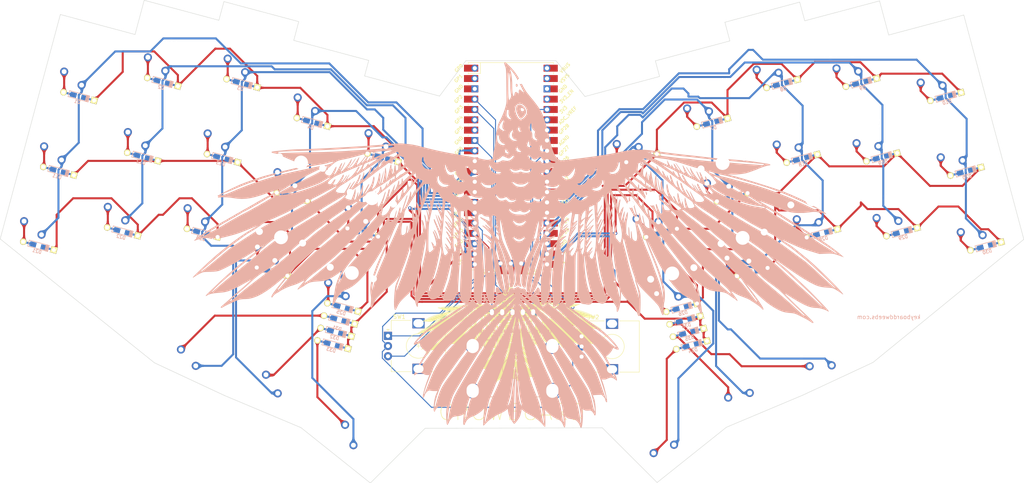
<source format=kicad_pcb>
(kicad_pcb (version 20211014) (generator pcbnew)
  (layers (0 "F.Cu" signal) (31 "B.Cu" signal) (34 "B.Paste" user) (35 "F.Paste" user) (36 "B.SilkS" user "B.Silkscreen") (37 "F.SilkS" user "F.Silkscreen") (38 "B.Mask" user) (39 "F.Mask" user) (44 "Edge.Cuts" user))
  (net 0 "")
  (net 1 "Net-(D1-Pad2)")
  (net 2 "Net-(D2-Pad2)")
  (net 3 "Net-(D3-Pad2)")
  (net 4 "Net-(D4-Pad2)")
  (net 5 "Net-(D5-Pad2)")
  (net 6 "Net-(D6-Pad2)")
  (net 7 "Net-(D7-Pad2)")
  (net 8 "Net-(D8-Pad2)")
  (net 9 "Net-(D9-Pad2)")
  (net 10 "Net-(D10-Pad2)")
  (net 11 "Net-(D11-Pad2)")
  (net 12 "Net-(D12-Pad2)")
  (net 13 "Net-(D13-Pad2)")
  (net 14 "Net-(D14-Pad2)")
  (net 15 "Net-(D15-Pad2)")
  (net 16 "Net-(D16-Pad2)")
  (net 17 "Net-(D17-Pad2)")
  (net 18 "Net-(D18-Pad2)")
  (net 19 "Net-(D19-Pad2)")
  (net 20 "Net-(D20-Pad2)")
  (net 21 "Net-(D21-Pad2)")
  (net 22 "Net-(D22-Pad2)")
  (net 23 "Net-(D23-Pad2)")
  (net 24 "Net-(D24-Pad2)")
  (net 25 "Net-(D25-Pad2)")
  (net 26 "Net-(D26-Pad2)")
  (net 27 "Net-(D27-Pad2)")
  (net 28 "Net-(D28-Pad2)")
  (net 29 "Net-(D29-Pad2)")
  (net 30 "Net-(D30-Pad2)")
  (net 31 "Net-(D31-Pad2)")
  (net 32 "Net-(D32-Pad2)")
  (net 33 "Net-(D33-Pad2)")
  (net 34 "Net-(D34-Pad2)")
  (net 35 "Net-(D35-Pad2)")
  (net 36 "Net-(D36-Pad2)")
  (net 57 "ROW0")
  (net 58 "ROW1")
  (net 59 "ROW2")
  (net 60 "ROW3")
  (net 61 "COL0")
  (net 62 "COL1")
  (net 63 "COL2")
  (net 64 "COL3")
  (net 65 "COL4")
  (net 66 "COL5")
  (net 67 "COL6")
  (net 68 "COL7")
  (net 69 "COL8")
  (net 70 "COL9")
  (net 71 "GND1")
  (net 72 "ENC0P1")
  (net 73 "ENC0P2")
  (net 74 "GND")
  (net 75 "ENC1P1")
  (net 76 "ENC1P2")
  (net 77 "SCL")
  (net 78 "SDA")
  (net 79 "VCC")
  (footprint "Keebio-Parts:Kailh-PG1350-1u-NoLED" (layer "F.Cu") (at 92.544629 88.346139 -15)
    (fp_text reference "MX24")
    (fp_text value "MX-NoLED" hide)
  )
  (footprint "Keebio-Parts:Diode-Hybrid-Back" (layer "F.Cu") (at 37.807177 72.035781 -15)
    (fp_text reference "D11")
    (fp_text value "D_Small" hide)
  )
  (footprint "Keebio-Parts:Diode-Hybrid-Back" (layer "F.Cu") (at 198.625196 60.088103 15)
    (fp_text reference "D7")
    (fp_text value "D_Small" hide)
  )
  (footprint "Keebio-Parts:Kailh-PG1350-1u-NoLED" (layer "F.Cu") (at 65.603861 41.683359 -15)
    (fp_text reference "MX2")
    (fp_text value "MX-NoLED" hide)
  )
  (footprint "Keebio-Parts:Diode-Hybrid-Back" (layer "F.Cu") (at 261.018173 72.131221 15)
    (fp_text reference "D20")
    (fp_text value "D_Small" hide)
  )
  (footprint "Keebio-Parts:Kailh-PG1350-1u-NoLED" (layer "F.Cu") (at 223.285982 78.954529 15)
    (fp_text reference "MX28")
    (fp_text value "MX-NoLED" hide)
  )
  (footprint "Keebio-Parts:Diode-Hybrid-Back" (layer "F.Cu") (at 100.200154 59.992663 -15)
    (fp_text reference "D4")
    (fp_text value "D_Small" hide)
  )
  (footprint "Keebio-Parts:Diode-Hybrid-Back" (layer "F.Cu") (at 112.64335 87.157571 -15)
    (fp_text reference "D15")
    (fp_text value "D_Small" hide)
  )
  (footprint "Keebio-Parts:Diode-Hybrid-Back" (layer "F.Cu") (at 107.712848 105.558458 -15)
    (fp_text reference "D25")
    (fp_text value "D_Small" hide)
  )
  (footprint "Keebio-Parts:Kailh-PG1350-1u-NoLED" (layer "F.Cu") (at 40.06699 63.602042 -15)
    (fp_text reference "MX11")
    (fp_text value "MX-NoLED" hide)
  )
  (footprint "Keebio-Parts:Diode-Hybrid-Back" (layer "F.Cu") (at 203.555698 78.48899 15)
    (fp_text reference "D17")
    (fp_text value "D_Small" hide)
  )
  (footprint "Keebio-Parts:Diode-Hybrid-Back" (layer "F.Cu") (at 240.357472 68.627984 15)
    (fp_text reference "D19")
    (fp_text value "D_Small" hide)
  )
  (footprint "Keebio-Parts:Kailh-PG1350-1u-NoLED" (layer "F.Cu") (at 85.237373 42.01364 -15)
    (fp_text reference "MX3")
    (fp_text value "MX-NoLED" hide)
  )
  (footprint "Keebio-Parts:Diode-Hybrid-Back" (layer "F.Cu") (at 95.269651 78.39355 -15)
    (fp_text reference "D14")
    (fp_text value "D_Small" hide)
  )
  (footprint "Keebio-Parts:Diode-Hybrid-Back" (layer "F.Cu") (at 73.170887 87.263712 -15)
    (fp_text reference "D23")
    (fp_text value "D_Small" hide)
  )
  (footprint "Keebio-Parts:Kailh-PG1350-1u-NoLED" (layer "F.Cu") (at 201.187218 70.084367 15)
    (fp_text reference "MX17")
    (fp_text value "MX-NoLED" hide)
  )
  (footprint "Rotary_Encoder:RotaryEncoder_Alps_EC12E_Vertical_H20mm" (layer "F.Cu") (at 118.8625 112.59375)
    (fp_text reference "SW1")
    (fp_text value "RotaryEncoder")
  )
  (footprint "Keebio-Parts:Kailh-PG1350-1u-NoLED" (layer "F.Cu") (at 204.476745 121.794971 35)
    (fp_text reference "MX35")
    (fp_text value "MX-NoLED" hide)
  )
  (footprint "Rotary_Encoder:RotaryEncoder_Alps_EC12E_Vertical_H20mm" (layer "F.Cu") (at 166.4875 112.7125)
    (fp_text reference "SW2")
    (fp_text value "RotaryEncoder")
  )
  (footprint "Keebio-Parts:Diode-Hybrid-Back" (layer "F.Cu") (at 220.72396 68.958265 15)
    (fp_text reference "D18")
    (fp_text value "D_Small" hide)
  )
  (footprint "Keebio-Parts:Diode-Hybrid-Back" (layer "F.Cu") (at 58.467877 68.532544 -15)
    (fp_text reference "D12")
    (fp_text value "D_Small" hide)
  )
  (footprint "Keebio-Parts:Kailh-PG1350-1u-NoLED" (layer "F.Cu") (at 35.136488 82.002929 -15)
    (fp_text reference "MX21")
    (fp_text value "MX-NoLED" hide)
  )
  (footprint "other_parts:pimoroni" (layer "F.Cu") (at 149.5 120.59375)
    (fp_text reference "J1")
    (fp_text value "Conn_01x05")
  )
  (footprint "Keebio-Parts:Diode-Hybrid-Back" (layer "F.Cu") (at 53.537375 86.933431 -15)
    (fp_text reference "D22")
    (fp_text value "D_Small" hide)
  )
  (footprint "Keebio-Parts:Diode-Hybrid-Back" (layer "F.Cu") (at 90.339149 96.794437 -15)
    (fp_text reference "D24")
    (fp_text value "D_Small" hide)
  )
  (footprint "Keebio-Parts:Diode-Hybrid-Back" (layer "F.Cu") (at 82.917189 50.431204 -15)
    (fp_text reference "D3")
    (fp_text value "D_Small" hide)
  )
  (footprint "Keebio-Parts:Diode-Hybrid-Back" (layer "F.Cu") (at 32.876674 90.436668 -15)
    (fp_text reference "D21")
    (fp_text value "D_Small" hide)
  )
  (footprint "Keebio-Parts:Kailh-PG1350-1u-NoLED" (layer "F.Cu") (at 233.058489 41.822474 15)
    (fp_text reference "MX9")
    (fp_text value "MX-NoLED" hide)
  )
  (footprint "Keebio-Parts:Kailh-PG1350-1u-NoLED" (layer "F.Cu") (at 55.742855 78.485133 -15)
    (fp_text reference "MX22")
    (fp_text value "MX-NoLED" hide)
  )
  (footprint "Keebio-Parts:Kailh-PG1350-1u-NoLED" (layer "F.Cu") (at 44.997493 45.201155 -15)
    (fp_text reference "MX1")
    (fp_text value "MX-NoLED" hide)
  )
  (footprint "Keebio-Parts:Kailh-PG1350-1u-NoLED" (layer "F.Cu") (at 188.798355 97.234716 15)
    (fp_text reference "MX26")
    (fp_text value "MX-NoLED" hide)
  )
  (footprint "Keebio-Parts:Kailh-PG1350-1u-NoLED" (layer "F.Cu") (at 114.528634 135.324258 -45)
    (fp_text reference "MX33")
    (fp_text value "MX-NoLED" hide)
  )
  (footprint "Keebio-Parts:Kailh-PG1350-1u-NoLED" (layer "F.Cu") (at 119.888 60.337503 -15)
    (fp_text reference "MX5")
    (fp_text value "MX-NoLED" hide)
  )
  (footprint "Keebio-Parts:Diode-Hybrid-Back" (layer "F.Cu") (at 181.251497 68.852123 15)
    (fp_text reference "D6")
    (fp_text value "D_Small" hide)
  )
  (footprint "Keebio-Parts:Diode-Hybrid-Back" (layer "F.Cu") (at 42.804087 53.652688 -15)
    (fp_text reference "D1")
    (fp_text value "D_Small" hide)
  )
  (footprint "Keebio-Parts:Kailh-PG1350-1u-NoLED" (layer "F.Cu") (at 263.634529 82.112927 15)
    (fp_text reference "MX30")
    (fp_text value "MX-NoLED" hide)
  )
  (footprint "Keebio-Parts:Kailh-PG1350-1u-NoLED" (layer "F.Cu") (at 253.773523 45.311153 15)
    (fp_text reference "MX10")
    (fp_text value "MX-NoLED" hide)
  )
  (footprint "Keebio-Parts:Kailh-PG1350-1u-NoLED" (layer "F.Cu") (at 178.991683 60.418384 15)
    (fp_text reference "MX6")
    (fp_text value "MX-NoLED" hide)
  )
  (footprint "Keebio-Parts:Kailh-PG1350-1u-NoLED" (layer "F.Cu") (at 97.475132 69.945252 -15)
    (fp_text reference "MX14")
    (fp_text value "MX-NoLED" hide)
  )
  (footprint "Keebio-Parts:Diode-Hybrid-Back" (layer "F.Cu") (at 191.934253 108.720712 15)
    (fp_text reference "D36")
    (fp_text value "D_Small" hide)
  )
  (footprint "Keebio-Parts:Kailh-PG1350-1u-NoLED" (layer "F.Cu") (at 183.867852 78.833829 15)
    (fp_text reference "MX16")
    (fp_text value "MX-NoLED" hide)
  )
  (footprint "Keebio-Parts:Kailh-PG1350-1u-NoLED" (layer "F.Cu") (at 75.376368 78.815414 -15)
    (fp_text reference "MX23")
    (fp_text value "MX-NoLED" hide)
  )
  (footprint "Keebio-Parts:Kailh-PG1350-1u-NoLED" (layer "F.Cu") (at 80.306871 60.414527 -15)
    (fp_text reference "MX13")
    (fp_text value "MX-NoLED" hide)
  )
  (footprint "Keebio-Parts:Kailh-PG1350-1u-NoLED" (layer "F.Cu") (at 237.988992 60.223361 15)
    (fp_text reference "MX19")
    (fp_text value "MX-NoLED" hide)
  )
  (footprint "Keebio-Parts:Kailh-PG1350-1u-NoLED" (layer "F.Cu") (at 95.115308 121.904969 -35)
    (fp_text reference "MX32")
    (fp_text value "MX-NoLED" hide)
  )
  (footprint "MCU_RaspberryPi_and_Boards:RPi_Pico_SMD_TH" (layer "F.Cu") (at 149.098 70.866)
    (fp_text reference "U1")
    (fp_text value "Pico")
  )
  (footprint "Keebio-Parts:Diode-Hybrid-Back" (layer "F.Cu") (at 193.577754 114.854341 15)
    (fp_text reference "D34")
    (fp_text value "D_Small" hide)
  )
  (footprint "Keebio-Parts:Diode-Hybrid-Back" (layer "F.Cu") (at 191.112502 105.653897 15)
    (fp_text reference "D26")
    (fp_text value "D_Small" hide)
  )
  (footprint "Keebio-Parts:Kailh-PG1350-1u-NoLED" (layer "F.Cu") (at 185.06342 135.21426 45)
    (fp_text reference "MX34")
    (fp_text value "MX-NoLED" hide)
  )
  (footprint "Keebio-Parts:Kailh-PG1350-1u-NoLED" (layer "F.Cu") (at 114.903164 78.723831 -15)
    (fp_text reference "MX15")
    (fp_text value "MX-NoLED" hide)
  )
  (footprint "Keebio-Parts:Kailh-PG1350-1u-NoLED" (layer "F.Cu") (at 196.311048 51.668921 15)
    (fp_text reference "MX7")
    (fp_text value "MX-NoLED" hide)
  )
  (footprint "Keebio-Parts:Kailh-PG1350-1u-NoLED" (layer "F.Cu") (at 109.972661 97.124718 -15)
    (fp_text reference "MX25")
    (fp_text value "MX-NoLED" hide)
  )
  (footprint "Keebio-Parts:Diode-Hybrid-Back" (layer "F.Cu") (at 208.486201 96.889877 15)
    (fp_text reference "D27")
    (fp_text value "D_Small" hide)
  )
  (footprint "Keebio-Parts:Diode-Hybrid-Back" (layer "F.Cu") (at 245.287975 87.028871 15)
    (fp_text reference "D29")
    (fp_text value "D_Small" hide)
  )
  (footprint "Keebio-Parts:Diode-Hybrid-Back" (layer "F.Cu") (at 63.39838 50.131657 -15)
    (fp_text reference "D2")
    (fp_text value "D_Small" hide)
  )
  (footprint "Keebio-Parts:Diode-Hybrid-Back" (layer "F.Cu") (at 105.255814 114.728233 -15)
    (fp_text reference "D33")
    (fp_text value "D_Small" hide)
  )
  (footprint "Keebio-Parts:Kailh-PG1350-1u-NoLED" (layer "F.Cu") (at 258.704026 63.71204 15)
    (fp_text reference "MX20")
    (fp_text value "MX-NoLED" hide)
  )
  (footprint "crow:crow50" (layer "F.Cu") (at 147.175 111.1)
    (fp_text reference "G***")
    (fp_text value "LOGO" hide)
  )
  (footprint "Keebio-Parts:Kailh-PG1350-1u-NoLED" (layer "F.Cu") (at 102.459968 51.558923 -15)
    (fp_text reference "MX4")
    (fp_text value "MX-NoLED" hide)
  )
  (footprint "Keebio-Parts:Diode-Hybrid-Back" (layer "F.Cu") (at 235.312266 50.257832 15)
    (fp_text reference "D9")
    (fp_text value "D_Small" hide)
  )
  (footprint "Keebio-Parts:Kailh-PG1350-1u-NoLED" (layer "F.Cu") (at 206.117721 88.485254 15)
    (fp_text reference "MX27")
    (fp_text value "MX-NoLED" hide)
  )
  (footprint "Keebio-Parts:Kailh-PG1350-1u-NoLED" (layer "F.Cu") (at 225.533571 114.50931 25)
    (fp_text reference "MX36")
    (fp_text value "MX-NoLED" hide)
  )
  (footprint "Keebio-Parts:Diode-Hybrid-Back" (layer "F.Cu") (at 186.182 87.25301 15)
    (fp_text reference "D16")
    (fp_text value "D_Small" hide)
  )
  (footprint "Keebio-Parts:Diode-Hybrid-Back" (layer "F.Cu") (at 225.654463 87.359152 15)
    (fp_text reference "D28")
    (fp_text value "D_Small" hide)
  )
  (footprint "Keebio-Parts:Diode-Hybrid-Back" (layer "F.Cu") (at 265.948676 90.532108 15)
    (fp_text reference "D30")
    (fp_text value "D_Small" hide)
  )
  (footprint "Keebio-Parts:Diode-Hybrid-Back" (layer "F.Cu") (at 256.08767 53.730334 15)
    (fp_text reference "D10")
    (fp_text value "D_Small" hide)
  )
  (footprint "Keebio-Parts:Kailh-PG1350-1u-NoLED" (layer "F.Cu") (at 213.424976 42.152755 15)
    (fp_text reference "MX8")
    (fp_text value "MX-NoLED" hide)
  )
  (footprint "Keebio-Parts:Diode-Hybrid-Back" (layer "F.Cu") (at 215.793457 50.557378 15)
    (fp_text reference "D8")
    (fp_text value "D_Small" hide)
  )
  (footprint "Keebio-Parts:Kailh-PG1350-1u-NoLED" (layer "F.Cu") (at 242.919495 78.624248 15)
    (fp_text reference "MX29")
    (fp_text value "MX-NoLED" hide)
  )
  (footprint "Keebio-Parts:Diode-Hybrid-Back" (layer "F.Cu") (at 106.077564 111.661419 -15)
    (fp_text reference "D32")
    (fp_text value "D_Small" hide)
  )
  (footprint "Keebio-Parts:Diode-Hybrid-Back" (layer "F.Cu") (at 78.10139 68.862825 -15)
    (fp_text reference "D13")
    (fp_text value "D_Small" hide)
  )
  (footprint "Keebio-Parts:Diode-Hybrid-Back" (layer "F.Cu") (at 192.756003 111.787526 15)
    (fp_text reference "D35")
    (fp_text value "D_Small" hide)
  )
  (footprint "Keebio-Parts:Diode-Hybrid-Back" (layer "F.Cu") (at 106.891097 108.625272 -15)
    (fp_text reference "D31")
    (fp_text value "D_Small" hide)
  )
  (footprint "Keebio-Parts:Diode-Hybrid-Back" (layer "F.Cu") (at 117.573853 68.756684 -15)
    (fp_text reference "D5")
    (fp_text value "D_Small" hide)
  )
  (footprint "Keebio-Parts:Kailh-PG1350-1u-NoLED" (layer "F.Cu") (at 60.673358 60.084246 -15)
    (fp_text reference "MX12")
    (fp_text value "MX-NoLED" hide)
  )
  (footprint "Keebio-Parts:Kailh-PG1350-1u-NoLED" (layer "F.Cu") (at 218.355479 60.553642 15)
    (fp_text reference "MX18")
    (fp_text value "MX-NoLED" hide)
  )
  (footprint "Keebio-Parts:Kailh-PG1350-1u-NoLED" (layer "F.Cu") (at 74.058482 114.619308 -25)
    (fp_text reference "MX31")
    (fp_text value "MX-NoLED" hide)
  )
  (footprint "crow:crow175" (layer "B.Cu") (at 156.464 89.408 180)
    (fp_text reference "G***")
    (fp_text value "LOGO" hide)
  )
  (gr_line (start 58.875 30.025) (end 77.25 34.95) (layer "Edge.Cuts") (width 0.1))
  (gr_line (start 171.6 135.225) (end 128 135.325) (layer "Edge.Cuts") (width 0.1))
  (gr_line (start 97.45 135.175) (end 78.65 127.275) (layer "Edge.Cuts") (width 0.1))
  (gr_line (start 77.25 34.95) (end 78.5 30.35) (layer "Edge.Cuts") (width 0.1))
  (gr_line (start 201.75 35.425) (end 202.975 40.025) (layer "Edge.Cuts") (width 0.1))
  (gr_line (start 38.25 33.525) (end 56.625 38.45) (layer "Edge.Cuts") (width 0.1))
  (gr_line (start 202.125 135.075) (end 185.075 148.675) (layer "Edge.Cuts") (width 0.1))
  (gr_line (start 239.8 30.175) (end 221.4 35.075) (layer "Edge.Cuts") (width 0.1))
  (gr_line (start 220.15 30.475) (end 201.75 35.425) (layer "Edge.Cuts") (width 0.1))
  (gr_line (start 138.05 44.875) (end 131.55 53.6) (layer "Edge.Cuts") (width 0.1))
  (gr_line (start 114.125 44.825) (end 113.1 48.65) (layer "Edge.Cuts") (width 0.1))
  (gr_line (start 113.1 48.65) (end 131.55 53.6) (layer "Edge.Cuts") (width 0.1))
  (gr_line (start 242.05 38.575) (end 239.8 30.175) (layer "Edge.Cuts") (width 0.1))
  (gr_line (start 23.45 88.75) (end 38.25 33.525) (layer "Edge.Cuts") (width 0.1))
  (gr_line (start 185.675 48.775) (end 167.325 53.7) (layer "Edge.Cuts") (width 0.1))
  (gr_line (start 128 135.325) (end 114.525 148.8) (layer "Edge.Cuts") (width 0.1))
  (gr_line (start 260.525 33.65) (end 275.3 88.85) (layer "Edge.Cuts") (width 0.1))
  (gr_line (start 238.2 119.125) (end 220.925 127.175) (layer "Edge.Cuts") (width 0.1))
  (gr_line (start 78.65 127.275) (end 61.4 119.225) (layer "Edge.Cuts") (width 0.1))
  (gr_line (start 56.625 38.45) (end 58.875 30.025) (layer "Edge.Cuts") (width 0.1))
  (gr_line (start 184.65 44.925) (end 185.675 48.775) (layer "Edge.Cuts") (width 0.1))
  (gr_line (start 95.675 39.9) (end 114.125 44.825) (layer "Edge.Cuts") (width 0.1))
  (gr_line (start 114.525 148.8) (end 97.45 135.175) (layer "Edge.Cuts") (width 0.1))
  (gr_line (start 275.3 88.85) (end 238.2 119.125) (layer "Edge.Cuts") (width 0.1))
  (gr_line (start 78.5 30.35) (end 96.9 35.275) (layer "Edge.Cuts") (width 0.1))
  (gr_line (start 220.925 127.175) (end 202.125 135.075) (layer "Edge.Cuts") (width 0.1))
  (gr_line (start 96.9 35.275) (end 95.675 39.9) (layer "Edge.Cuts") (width 0.1))
  (gr_line (start 61.4 119.225) (end 23.45 88.75) (layer "Edge.Cuts") (width 0.1))
  (gr_line (start 185.075 148.675) (end 171.6 135.225) (layer "Edge.Cuts") (width 0.1))
  (gr_line (start 202.975 40.025) (end 184.65 44.925) (layer "Edge.Cuts") (width 0.1))
  (gr_line (start 260.525 33.65) (end 242.05 38.575) (layer "Edge.Cuts") (width 0.1))
  (gr_line (start 221.4 35.075) (end 220.15 30.475) (layer "Edge.Cuts") (width 0.1))
  (gr_line (start 160.175 44.875) (end 138.05 44.875) (layer "Edge.Cuts") (width 0.1))
  (gr_line (start 167.325 53.7) (end 160.175 44.875) (layer "Edge.Cuts") (width 0.1))
  (gr_text "keyboarddweebs.com" (at 242.062 107.95) (layer "B.SilkS") (effects (font (size 1 1)) (justify mirror)))
  (gr_text "CROWBOARD" (at 149.3 131.375) (layer "F.SilkS") (effects (font (size 4 4))))
  (segment (start 39.184351 47.577578) (end 39.184351 52.495919) (width 0.5) (layer "F.Cu") (net 1))
  (segment (start 39.184351 52.495919) (end 39.036976 52.643294) (width 0.5) (layer "F.Cu") (net 1))
  (segment (start 59.790719 44.059782) (end 59.790719 48.962813) (width 0.5) (layer "F.Cu") (net 2))
  (segment (start 59.790719 48.962813) (end 59.631269 49.122263) (width 0.5) (layer "F.Cu") (net 2))
  (segment (start 79.424231 49.147657) (end 79.150078 49.42181) (width 0.5) (layer "F.Cu") (net 3))
  (segment (start 79.424231 44.390063) (end 79.424231 49.147657) (width 0.5) (layer "F.Cu") (net 3))
  (segment (start 96.646826 53.935346) (end 96.646826 58.769486) (width 0.5) (layer "F.Cu") (net 4))
  (segment (start 96.646826 58.769486) (end 96.433043 58.983269) (width 0.5) (layer "F.Cu") (net 4))
  (segment (start 114.074858 67.479174) (end 113.806742 67.74729) (width 0.5) (layer "F.Cu") (net 5))
  (segment (start 114.074858 62.713926) (end 114.074858 67.479174) (width 0.5) (layer "F.Cu") (net 5))
  (segment (start 175.145566 65.382997) (end 175.145566 67.522697) (width 0.5) (layer "F.Cu") (net 6))
  (segment (start 175.145566 67.522697) (end 177.484386 69.861517) (width 0.5) (layer "F.Cu") (net 6))
  (segment (start 192.464931 56.633534) (end 192.464931 58.704343) (width 0.5) (layer "F.Cu") (net 7))
  (segment (start 192.464931 58.704343) (end 194.858085 61.097497) (width 0.5) (layer "F.Cu") (net 7))
  (segment (start 209.578859 49.119285) (end 212.026346 51.566772) (width 0.5) (layer "F.Cu") (net 8))
  (segment (start 209.578859 47.117368) (end 209.578859 49.119285) (width 0.5) (layer "F.Cu") (net 8))
  (segment (start 229.212372 48.934443) (end 231.545155 51.267226) (width 0.5) (layer "F.Cu") (net 9))
  (segment (start 229.212372 46.787087) (end 229.212372 48.934443) (width 0.5) (layer "F.Cu") (net 9))
  (segment (start 249.927406 52.346575) (end 252.320559 54.739728) (width 0.5) (layer "F.Cu") (net 10))
  (segment (start 249.927406 50.275766) (end 249.927406 52.346575) (width 0.5) (layer "F.Cu") (net 10))
  (segment (start 34.253848 65.978465) (end 34.253848 70.812605) (width 0.5) (layer "F.Cu") (net 11))
  (segment (start 34.253848 70.812605) (end 34.040066 71.026387) (width 0.5) (layer "F.Cu") (net 11))
  (segment (start 54.860216 67.3637) (end 54.700766 67.52315) (width 0.5) (layer "F.Cu") (net 12))
  (segment (start 54.860216 62.460669) (end 54.860216 67.3637) (width 0.5) (layer "F.Cu") (net 12))
  (segment (start 74.493729 67.693981) (end 74.334279 67.853431) (width 0.5) (layer "F.Cu") (net 13))
  (segment (start 74.493729 62.79095) (end 74.493729 67.693981) (width 0.5) (layer "F.Cu") (net 13))
  (segment (start 91.66199 77.224706) (end 91.50254 77.384156) (width 0.5) (layer "F.Cu") (net 14))
  (segment (start 91.66199 72.321675) (end 91.66199 77.224706) (width 0.5) (layer "F.Cu") (net 14))
  (segment (start 109.090022 81.100254) (end 109.090022 85.934394) (width 0.5) (layer "F.Cu") (net 15))
  (segment (start 109.090022 85.934394) (end 108.876239 86.148177) (width 0.5) (layer "F.Cu") (net 15))
  (segment (start 180.021735 83.798442) (end 182.414889 86.191596) (width 0.5) (layer "F.Cu") (net 16))
  (segment (start 182.414889 86.191596) (end 182.414889 88.262404) (width 0.5) (layer "F.Cu") (net 16))
  (segment (start 197.341101 75.04898) (end 197.341101 77.050898) (width 0.5) (layer "F.Cu") (net 17))
  (segment (start 197.341101 77.050898) (end 199.788587 79.498384) (width 0.5) (layer "F.Cu") (net 17))
  (segment (start 214.509362 67.520172) (end 216.956849 69.967659) (width 0.5) (layer "F.Cu") (net 18))
  (segment (start 214.509362 65.518255) (end 214.509362 67.520172) (width 0.5) (layer "F.Cu") (net 18))
  (segment (start 234.142875 65.187974) (end 234.142875 67.189892) (width 0.5) (layer "F.Cu") (net 19))
  (segment (start 234.142875 67.189892) (end 236.590361 69.637378) (width 0.5) (layer "F.Cu") (net 19))
  (segment (start 254.857909 70.747462) (end 257.251062 73.140615) (width 0.5) (layer "F.Cu") (net 20))
  (segment (start 254.857909 68.676653) (end 254.857909 70.747462) (width 0.5) (layer "F.Cu") (net 20))
  (segment (start 29.323346 84.379352) (end 29.323346 89.213491) (width 0.5) (layer "F.Cu") (net 21))
  (segment (start 29.323346 89.213491) (end 29.109563 89.427274) (width 0.5) (layer "F.Cu") (net 21))
  (segment (start 49.929713 85.764588) (end 49.770264 85.924037) (width 0.5) (layer "F.Cu") (net 22))
  (segment (start 49.929713 80.861556) (end 49.929713 85.764588) (width 0.5) (layer "F.Cu") (net 22))
  (segment (start 69.563226 81.191837) (end 69.563226 86.094868) (width 0.5) (layer "F.Cu") (net 23))
  (segment (start 69.563226 86.094868) (end 69.403776 86.254318) (width 0.5) (layer "F.Cu") (net 23))
  (segment (start 86.731487 95.625594) (end 86.572038 95.785043) (width 0.5) (layer "F.Cu") (net 24))
  (segment (start 86.731487 90.722562) (end 86.731487 95.625594) (width 0.5) (layer "F.Cu") (net 24))
  (segment (start 104.159519 104.335282) (end 103.945737 104.549064) (width 0.5) (layer "F.Cu") (net 25))
  (segment (start 104.159519 99.501141) (end 104.159519 104.335282) (width 0.5) (layer "F.Cu") (net 25))
  (segment (start 184.952238 104.270138) (end 187.345391 106.663291) (width 0.5) (layer "F.Cu") (net 26))
  (segment (start 184.952238 102.199329) (end 184.952238 104.270138) (width 0.5) (layer "F.Cu") (net 26))
  (segment (start 202.271604 95.451785) (end 204.71909 97.899271) (width 0.5) (layer "F.Cu") (net 27))
  (segment (start 202.271604 93.449867) (end 202.271604 95.451785) (width 0.5) (layer "F.Cu") (net 27))
  (segment (start 219.439865 85.921059) (end 221.887352 88.368546) (width 0.5) (layer "F.Cu") (net 28))
  (segment (start 219.439865 83.919142) (end 219.439865 85.921059) (width 0.5) (layer "F.Cu") (net 28))
  (segment (start 239.073378 83.588861) (end 239.073378 85.590779) (width 0.5) (layer "F.Cu") (net 29))
  (segment (start 239.073378 85.590779) (end 241.520864 88.038265) (width 0.5) (layer "F.Cu") (net 29))
  (segment (start 259.788412 89.148349) (end 262.181565 91.541502) (width 0.5) (layer "F.Cu") (net 30))
  (segment (start 259.788412 87.07754) (end 259.788412 89.148349) (width 0.5) (layer "F.Cu") (net 30))
  (segment (start 67.920994 115.950186) (end 76.255302 107.615878) (width 0.5) (layer "F.Cu") (net 31))
  (segment (start 76.255302 107.615878) (end 103.123986 107.615878) (width 0.5) (layer "F.Cu") (net 31))
  (segment (start 90.812613 122.149865) (end 102.310453 110.652025) (width 0.5) (layer "F.Cu") (net 32))
  (segment (start 88.839957 122.149865) (end 90.812613 122.149865) (width 0.5) (layer "F.Cu") (net 32))
  (segment (start 101.488703 127.658339) (end 108.306094 134.47573) (width 0.5) (layer "F.Cu") (net 33))
  (segment (start 101.488703 113.718839) (end 101.488703 127.658339) (width 0.5) (layer "F.Cu") (net 33))
  (segment (start 187.452 138.199692) (end 187.452 118.222378) (width 0.5) (layer "F.Cu") (net 34))
  (segment (start 184.214892 141.4368) (end 187.452 138.199692) (width 0.5) (layer "F.Cu") (net 34))
  (segment (start 187.452 118.222378) (end 189.810643 115.863735) (width 0.5) (layer "F.Cu") (net 34))
  (segment (start 202.560575 127.775631) (end 202.560575 125.237233) (width 0.5) (layer "F.Cu") (net 35))
  (segment (start 202.560575 125.237233) (end 190.120262 112.79692) (width 0.5) (layer "F.Cu") (net 35))
  (segment (start 190.120262 112.79692) (end 188.988892 112.79692) (width 0.5) (layer "F.Cu") (net 35))
  (segment (start 222.607981 120.066371) (end 205.858739 120.066371) (width 0.5) (layer "F.Cu") (net 36))
  (segment (start 191.048826 109.730106) (end 188.167142 109.730106) (width 0.5) (layer "F.Cu") (net 36))
  (segment (start 198.41272 117.094) (end 191.048826 109.730106) (width 0.5) (layer "F.Cu") (net 36))
  (segment (start 202.886368 117.094) (end 198.41272 117.094) (width 0.5) (layer "F.Cu") (net 36))
  (segment (start 205.858739 120.066371) (end 202.886368 117.094) (width 0.5) (layer "F.Cu") (net 36))
  (segment (start 86.6843 51.440598) (end 86.6843 48.636642) (width 0.5) (layer "F.Cu") (net 57))
  (segment (start 219.560568 49.547984) (end 215.680441 45.667857) (width 0.5) (layer "F.Cu") (net 57))
  (segment (start 208.840143 45.667857) (end 202.392307 52.115693) (width 0.5) (layer "F.Cu") (net 57))
  (segment (start 127 102.108) (end 136.652 92.456) (width 0.5) (layer "F.Cu") (net 57))
  (segment (start 53.594 42.672) (end 53.594 47.63928) (width 0.5) (layer "F.Cu") (net 57))
  (segment (start 136.652 92.456) (end 140.208 92.456) (width 0.5) (layer "F.Cu") (net 57))
  (segment (start 126.746 75.171114) (end 126.746 101.854) (width 0.5) (layer "F.Cu") (net 57))
  (segment (start 86.805702 51.562) (end 86.6843 51.440598) (width 0.5) (layer "F.Cu") (net 57))
  (segment (start 259.854781 52.72094) (end 255.21802 48.084179) (width 0.5) (layer "F.Cu") (net 57))
  (segment (start 53.655729 42.610271) (end 53.594 42.672) (width 0.5) (layer "F.Cu") (net 57))
  (segment (start 177.169337 75.692) (end 185.018608 67.842729) (width 0.5) (layer "F.Cu") (net 57))
  (segment (start 86.6843 48.636642) (end 79.987314 41.939656) (width 0.5) (layer "F.Cu") (net 57))
  (segment (start 76.454 41.91) (end 76.396542 41.91) (width 0.5) (layer "F.Cu") (net 57))
  (segment (start 215.680441 45.667857) (end 208.840143 45.667857) (width 0.5) (layer "F.Cu") (net 57))
  (segment (start 126.746 101.854) (end 127 102.108) (width 0.5) (layer "F.Cu") (net 57))
  (segment (start 240.243636 48.084179) (end 239.079377 49.248438) (width 0.5) (layer "F.Cu") (net 57))
  (segment (start 202.392307 52.115693) (end 202.392307 59.078709) (width 0.5) (layer "F.Cu") (net 57))
  (segment (start 172.212 102.108) (end 172.212 76.2) (width 0.5) (layer "F.Cu") (net 57))
  (segment (start 79.987314 41.939656) (end 76.483656 41.939656) (width 0.5) (layer "F.Cu") (net 57))
  (segment (start 76.396542 41.91) (end 67.165491 51.141051) (width 0.5) (layer "F.Cu") (net 57))
  (segment (start 235.094086 45.263147) (end 223.845405 45.263147) (width 0.5) (layer "F.Cu") (net 57))
  (segment (start 103.967265 58.242295) (end 97.28697 51.562) (width 0.5) (layer "F.Cu") (net 57))
  (segment (start 239.079377 49.248438) (end 235.094086 45.263147) (width 0.5) (layer "F.Cu") (net 57))
  (segment (start 103.967265 61.002057) (end 103.967265 58.242295) (width 0.5) (layer "F.Cu") (net 57))
  (segment (start 121.340964 66.966542) (end 115.376479 61.002057) (width 0.5) (layer "F.Cu") (net 57))
  (segment (start 121.340964 69.766078) (end 121.340964 66.966542) (width 0.5) (layer "F.Cu") (net 57))
  (segment (start 53.594 47.63928) (end 46.571198 54.662082) (width 0.5) (layer "F.Cu") (net 57))
  (segment (start 202.392307 59.078709) (end 198.497621 55.184023) (width 0.5) (layer "F.Cu") (net 57))
  (segment (start 172.212 76.2) (end 171.704 75.692) (width 0.5) (layer "F.Cu") (net 57))
  (segment (start 191.703977 55.184023) (end 185.018608 61.869392) (width 0.5) (layer "F.Cu") (net 57))
  (segment (start 67.165491 51.141051) (end 67.165491 48.421064) (width 0.5) (layer "F.Cu") (net 57))
  (segment (start 255.21802 48.084179) (end 240.243636 48.084179) (width 0.5) (layer "F.Cu") (net 57))
  (segment (start 127 102.108) (end 172.212 102.108) (width 0.5) (layer "F.Cu") (net 57))
  (segment (start 67.165491 48.421064) (end 61.354698 42.610271) (width 0.5) (layer "F.Cu") (net 57))
  (segment (start 223.845405 45.263147) (end 219.560568 49.547984) (width 0.5) (layer "F.Cu") (net 57))
  (segment (start 121.340964 69.766078) (end 126.746 75.171114) (width 0.5) (layer "F.Cu") (net 57))
  (segment (start 97.28697 51.562) (end 86.805702 51.562) (width 0.5) (layer "F.Cu") (net 57))
  (segment (start 76.483656 41.939656) (end 76.454 41.91) (width 0.5) (layer "F.Cu") (net 57))
  (segment (start 171.704 75.692) (end 177.169337 75.692) (width 0.5) (layer "F.Cu") (net 57))
  (segment (start 61.354698 42.610271) (end 53.655729 42.610271) (width 0.5) (layer "F.Cu") (net 57))
  (segment (start 198.497621 55.184023) (end 191.703977 55.184023) (width 0.5) (layer "F.Cu") (net 57))
  (segment (start 115.376479 61.002057) (end 103.967265 61.002057) (width 0.5) (layer "F.Cu") (net 57))
  (segment (start 185.018608 61.869392) (end 185.018608 67.842729) (width 0.5) (layer "F.Cu") (net 57))
  (segment (start 115.169426 89.408) (end 116.410461 88.166965) (width 0.5) (layer "F.Cu") (net 58))
  (segment (start 126.04648 83.54648) (end 126.046481 102.143751) (width 0.5) (layer "F.Cu") (net 58))
  (segment (start 198.558789 86.243616) (end 207.322809 77.479596) (width 0.5) (layer "F.Cu") (net 58))
  (segment (start 224.491071 67.948871) (end 227.429089 70.886889) (width 0.5) (layer "F.Cu") (net 58))
  (segment (start 123.444 75.01058) (end 123.444 74.168) (width 0.5) (layer "F.Cu") (net 58))
  (segment (start 45.077525 69.541938) (end 62.234988 69.541938) (width 0.5) (layer "F.Cu") (net 58))
  (segment (start 172.91152 76.708) (end 172.985212 76.634308) (width 0.5) (layer "F.Cu") (net 58))
  (segment (start 109.041818 89.408) (end 115.169426 89.408) (width 0.5) (layer "F.Cu") (net 58))
  (segment (start 81.868501 69.872219) (end 91.399226 79.402944) (width 0.5) (layer "F.Cu") (net 58))
  (segment (start 214.960346 77.479596) (end 224.491071 67.948871) (width 0.5) (layer "F.Cu") (net 58))
  (segment (start 81.53822 69.541938) (end 81.868501 69.872219) (width 0.5) (layer "F.Cu") (net 58))
  (segment (start 252.197993 75.692) (end 260.215111 75.692) (width 0.5) (layer "F.Cu") (net 58))
  (segment (start 116.410461 88.166965) (end 116.410461 82.044119) (width 0.5) (layer "F.Cu") (net 58))
  (segment (start 260.215111 75.692) (end 264.785284 71.121827) (width 0.5) (layer "F.Cu") (net 58))
  (segment (start 99.036762 79.402944) (end 109.041818 89.408) (width 0.5) (layer "F.Cu") (net 58))
  (segment (start 126.04648 83.54648) (end 124.225 81.725) (width 0.5) (layer "F.Cu") (net 58))
  (segment (start 124.753616 74.168) (end 126.04648 75.460864) (width 0.5) (layer "F.Cu") (net 58))
  (segment (start 62.234988 69.541938) (end 81.53822 69.541938) (width 0.5) (layer "F.Cu") (net 58))
  (segment (start 184.778925 76.634308) (end 189.949111 81.804494) (width 0.5) (layer "F.Cu") (net 58))
  (segment (start 207.322809 77.479596) (end 214.960346 77.479596) (width 0.5) (layer "F.Cu") (net 58))
  (segment (start 126.046481 102.143751) (end 126.71025 102.80752) (width 0.5) (layer "F.Cu") (net 58))
  (segment (start 123.444 74.168) (end 124.753616 74.168) (width 0.5) (layer "F.Cu") (net 58))
  (segment (start 124.225 81.725) (end 124.225 81.125) (width 0.5) (layer "F.Cu") (net 58))
  (segment (start 126.04648 75.460864) (end 126.04648 83.54648) (width 0.5) (layer "F.Cu") (net 58))
  (segment (start 41.574288 73.045175) (end 45.077525 69.541938) (width 0.5) (layer "F.Cu") (net 58))
  (segment (start 244.124583 67.61859) (end 252.197993 75.692) (width 0.5) (layer "F.Cu") (net 58))
  (segment (start 91.399226 79.402944) (end 99.036762 79.402944) (width 0.5) (layer "F.Cu") (net 58))
  (segment (start 126.71025 102.80752) (end 172.50175 102.80752) (width 0.5) (layer "F.Cu") (net 58))
  (segment (start 189.949111 81.804494) (end 189.949111 86.243616) (width 0.5) (layer "F.Cu") (net 58))
  (segment (start 172.985212 76.634308) (end 184.778925 76.634308) (width 0.5) (layer "F.Cu") (net 58))
  (segment (start 172.91152 102.39775) (end 172.91152 76.708) (width 0.5) (layer "F.Cu") (net 58))
  (segment (start 189.949111 86.243616) (end 198.558789 86.243616) (width 0.5) (layer "F.Cu") (net 58))
  (segment (start 227.429089 70.886889) (end 240.856284 70.886889) (width 0.5) (layer "F.Cu") (net 58))
  (segment (start 240.856284 70.886889) (end 244.124583 67.61859) (width 0.5) (layer "F.Cu") (net 58))
  (segment (start 116.410461 82.044119) (end 123.444 75.01058) (width 0.5) (layer "F.Cu") (net 58))
  (segment (start 172.50175 102.80752) (end 172.91152 102.39775) (width 0.5) (layer "F.Cu") (net 58))
  (via (at 124.225 81.125) (size 0.8) (drill 0.4) (layers "F.Cu" "B.Cu") (net 58))
  (segment (start 124.225 81.125) (end 124.45 81.35) (width 0.5) (layer "B.Cu") (net 58))
  (segment (start 124.45 81.35) (end 134.05 81.35) (width 0.5) (layer "B.Cu") (net 58))
  (segment (start 137.9 85.2) (end 137.9 95.4) (width 0.5) (layer "B.Cu") (net 58))
  (segment (start 134.05 81.35) (end 137.9 85.2) (width 0.5) (layer "B.Cu") (net 58))
  (segment (start 137.9 95.4) (end 138.304 94.996) (width 0.5) (layer "B.Cu") (net 58))
  (segment (start 138.304 94.996) (end 140.208 94.996) (width 0.5) (layer "B.Cu") (net 58))
  (segment (start 117.856 83.82) (end 124.714 83.82) (width 0.5) (layer "F.Cu") (net 59))
  (segment (start 57.304486 87.942825) (end 62.443311 82.804) (width 0.5) (layer "F.Cu") (net 59))
  (segment (start 194.879613 104.644503) (end 196.342 103.182116) (width 0.5) (layer "F.Cu") (net 59))
  (segment (start 183.945373 89.203373) (end 194.879613 100.137613) (width 0.5) (layer "F.Cu") (net 59))
  (segment (start 125.346962 102.433502) (end 126.420499 103.507039) (width 0.5) (layer "F.Cu") (net 59))
  (segment (start 76.937998 88.273106) (end 80.629104 84.582) (width 0.5) (layer "F.Cu") (net 59))
  (segment (start 229.421574 86.349758) (end 235.204 80.567332) (width 0.5) (layer "F.Cu") (net 59))
  (segment (start 41.402 78.74) (end 50.821647 78.74) (width 0.5) (layer "F.Cu") (net 59))
  (segment (start 179.901429 77.978) (end 183.945373 82.021944) (width 0.5) (layer "F.Cu") (net 59))
  (segment (start 50.821647 78.74) (end 57.304486 85.222839) (width 0.5) (layer "F.Cu") (net 59))
  (segment (start 173.736 78.036) (end 173.736 77.978) (width 0.5) (layer "F.Cu") (net 59))
  (segment (start 113.792 95.25) (end 113.792 104.255811) (width 0.5) (layer "F.Cu") (net 59))
  (segment (start 173.736 77.978) (end 179.901429 77.978) (width 0.5) (layer "F.Cu") (net 59))
  (segment (start 194.879613 100.137613) (end 194.879613 104.644503) (width 0.5) (layer "F.Cu") (net 59))
  (segment (start 36.643785 91.446062) (end 37.336009 90.753838) (width 0.5) (layer "F.Cu") (net 59))
  (segment (start 235.204 80.567332) (end 235.204 79.756) (width 0.5) (layer "F.Cu") (net 59))
  (segment (start 115.572624 91.186) (end 117.856 88.902624) (width 0.5) (layer "F.Cu") (net 59))
  (segment (start 109.728 91.186) (end 113.792 95.25) (width 0.5) (layer "F.Cu") (net 59))
  (segment (start 207.631109 91.25828) (end 212.253312 95.880483) (width 0.5) (layer "F.Cu") (net 59))
  (segment (start 80.629104 84.582) (end 91.891084 84.582) (width 0.5) (layer "F.Cu") (net 59))
  (segment (start 212.253312 95.880483) (end 214.122 94.011795) (width 0.5) (layer "F.Cu") (net 59))
  (segment (start 113.792 104.255811) (end 111.479959 106.567852) (width 0.5) (layer "F.Cu") (net 59))
  (segment (start 94.759457 97.150634) (end 94.10626 97.803831) (width 0.5) (layer "F.Cu") (net 59))
  (segment (start 67.56257 78.74143) (end 70.61343 78.74143) (width 0.5) (layer "F.Cu") (net 59))
  (segment (start 196.66828 91.25828) (end 207.631109 91.25828) (width 0.5) (layer "F.Cu") (net 59))
  (segment (start 224.799371 81.727555) (end 229.421574 86.349758) (width 0.5) (layer "F.Cu") (net 59))
  (segment (start 174.875 79.175) (end 174.875 87.375) (width 0.5) (layer "F.Cu") (net 59))
  (segment (start 264.773386 86.362378) (end 266.555451 86.362378) (width 0.5) (layer "F.Cu") (net 59))
  (segment (start 126.420499 103.507039) (end 172.791501 103.507039) (width 0.5) (layer "F.Cu") (net 59))
  (segment (start 76.937998 85.065998) (end 76.937998 88.273106) (width 0.5) (layer "F.Cu") (net 59))
  (segment (start 125.34696 85.09) (end 125.346962 102.433502) (width 0.5) (layer "F.Cu") (net 59))
  (segment (start 91.891084 84.582) (end 94.759457 87.450373) (width 0.5) (layer "F.Cu") (net 59))
  (segment (start 63.5 82.804) (end 67.56257 78.74143) (width 0.5) (layer "F.Cu") (net 59))
  (segment (start 37.336009 90.753838) (end 37.336009 82.805991) (width 0.5) (layer "F.Cu") (net 59))
  (segment (start 117.856 88.902624) (end 117.856 83.82) (width 0.5) (layer "F.Cu") (net 59))
  (segment (start 94.759457 87.450373) (end 94.759457 97.150634) (width 0.5) (layer "F.Cu") (net 59))
  (segment (start 214.122 94.011795) (end 214.122 80.772) (width 0.5) (layer "F.Cu") (net 59))
  (segment (start 215.077555 81.727555) (end 224.799371 81.727555) (width 0.5) (layer "F.Cu") (net 59))
  (segment (start 125.34696 84.45296) (end 125.34696 85.09) (width 0.5) (layer "F.Cu") (net 59))
  (segment (start 214.122 80.772) (end 215.077555 81.727555) (width 0.5) (layer "F.Cu") (net 59))
  (segment (start 70.61343 78.74143) (end 76.937998 85.065998) (width 0.5) (layer "F.Cu") (net 59))
  (segment (start 109.728 91.186) (end 115.572624 91.186) (width 0.5) (layer "F.Cu") (net 59))
  (segment (start 62.443311 82.804) (end 63.5 82.804) (width 0.5) (layer "F.Cu") (net 59))
  (segment (start 94.10626 97.803831) (end 100.724091 91.186) (width 0.5) (layer "F.Cu") (net 59))
  (segment (start 173.736 102.56254) (end 173.736 78.036) (width 0.5) (layer "F.Cu") (net 59))
  (segment (start 235.204 79.756) (end 236.845274 81.397274) (width 0.5) (layer "F.Cu") (net 59))
  (segment (start 37.336009 82.805991) (end 41.402 78.74) (width 0.5) (layer "F.Cu") (net 59))
  (segment (start 249.055086 86.019477) (end 254.302563 80.772) (width 0.5) (layer "F.Cu") (net 59))
  (segment (start 266.555451 86.362378) (end 269.715787 89.522714) (width 0.5) (layer "F.Cu") (net 59))
  (segment (start 259.183008 80.772) (end 264.773386 86.362378) (width 0.5) (layer "F.Cu") (net 59))
  (segment (start 172.791501 103.507039) (end 173.736 102.56254) (width 0.5) (layer "F.Cu") (net 59))
  (segment (start 173.736 78.036) (end 174.875 79.175) (width 0.5) (layer "F.Cu") (net 59))
  (segment (start 183.945373 82.021944) (end 183.945373 89.203373) (width 0.5) (layer "F.Cu") (net 59))
  (segment (start 236.845274 81.397274) (end 244.432883 81.397274) (width 0.5) (layer "F.Cu") (net 59))
  (segment (start 124.714 83.82) (end 125.34696 84.45296) (width 0.5) (layer "F.Cu") (net 59))
  (segment (start 254.302563 80.772) (end 259.183008 80.772) (width 0.5) (layer "F.Cu") (net 59))
  (segment (start 196.342 90.932) (end 196.66828 91.25828) (width 0.5) (layer "F.Cu") (net 59))
  (segment (start 196.342 103.182116) (end 196.342 90.932) (width 0.5) (layer "F.Cu") (net 59))
  (segment (start 57.304486 85.222839) (end 57.304486 87.942825) (width 0.5) (layer "F.Cu") (net 59))
  (segment (start 244.432883 81.397274) (end 249.055086 86.019477) (width 0.5) (layer "F.Cu") (net 59))
  (segment (start 100.724091 91.186) (end 109.728 91.186) (width 0.5) (layer "F.Cu") (net 59))
  (via (at 174.875 87.375) (size 0.8) (drill 0.4) (layers "F.Cu" "B.Cu") (net 59))
  (segment (start 165.609 87.375) (end 157.988 94.996) (width 0.5) (layer "B.Cu") (net 59))
  (segment (start 174.875 87.375) (end 165.609 87.375) (width 0.5) (layer "B.Cu") (net 59))
  (segment (start 196.523114 110.778132) (end 196.523114 113.023196) (width 0.5) (layer "F.Cu") (net 60))
  (segment (start 161.755188 92.430188) (end 158.013812 92.430188) (width 0.5) (layer "F.Cu") (net 60))
  (segment (start 124.64744 84.76944) (end 124.64744 102.72325) (width 0.5) (layer "F.Cu") (net 60))
  (segment (start 195.701364 109.956382) (end 196.523114 110.778132) (width 0.5) (layer "F.Cu") (net 60))
  (segment (start 177.866558 104.206558) (end 177.866558 102.506058) (width 0.5) (layer "F.Cu") (net 60))
  (segment (start 109.022925 115.737627) (end 109.022925 113.492563) (width 0.5) (layer "F.Cu") (net 60))
  (segment (start 124.64744 102.72325) (end 126.130749 104.206559) (width 0.5) (layer "F.Cu") (net 60))
  (segment (start 195.701364 107.711318) (end 195.701364 109.956382) (width 0.5) (layer "F.Cu") (net 60))
  (segment (start 126.130749 104.206559) (end 127.254 104.206558) (width 0.5) (layer "F.Cu") (net 60))
  (segment (start 118.55552 84.51952) (end 124.39752 84.51952) (width 0.5) (layer "F.Cu") (net 60))
  (segment (start 196.523114 113.023196) (end 197.344865 113.844947) (width 0.5) (layer "F.Cu") (net 60))
  (segment (start 127.254 104.206558) (end 177.866558 104.206558) (width 0.5) (layer "F.Cu") (net 60))
  (segment (start 158.013812 92.430188) (end 157.988 92.456) (width 0.5) (layer "F.Cu") (net 60))
  (segment (start 118.55552 101.737354) (end 118.55552 84.51952) (width 0.5) (layer "F.Cu") (net 60))
  (segment (start 124.39752 84.51952) (end 124.64744 84.76944) (width 0.5) (layer "F.Cu") (net 60))
  (segment (start 177.866558 102.506058) (end 174.5855 99.225) (width 0.5) (layer "F.Cu") (net 60))
  (segment (start 109.022925 113.492563) (end 109.844675 112.670813) (width 0.5) (layer "F.Cu") (net 60))
  (segment (start 109.844675 112.670813) (end 109.844675 110.448199) (width 0.5) (layer "F.Cu") (net 60))
  (segment (start 109.844675 110.448199) (end 110.658208 109.634666) (width 0.5) (layer "F.Cu") (net 60))
  (segment (start 110.658208 109.634666) (end 118.55552 101.737354) (width 0.5) (layer "F.Cu") (net 60))
  (segment (start 177.866558 104.206558) (end 182.024515 108.364515) (width 0.5) (layer "F.Cu") (net 60))
  (segment (start 195.048167 108.364515) (end 195.701364 107.711318) (width 0.5) (layer "F.Cu") (net 60))
  (segment (start 182.024515 108.364515) (end 195.048167 108.364515) (width 0.5) (layer "F.Cu") (net 60))
  (via (at 161.755188 92.430188) (size 0.8) (drill 0.4) (layers "F.Cu" "B.Cu") (net 60))
  (via (at 174.5855 99.225) (size 0.8) (drill 0.4) (layers "F.Cu" "B.Cu") (net 60))
  (segment (start 173.525 88.07452) (end 165.89875 88.07452) (width 0.5) (layer "B.Cu") (net 60))
  (segment (start 174.5855 96.5605) (end 173.525 95.5) (width 0.5) (layer "B.Cu") (net 60))
  (segment (start 174.5855 99.225) (end 174.5855 96.5605) (width 0.5) (layer "B.Cu") (net 60))
  (segment (start 165.849135 88.124135) (end 161.755188 92.218082) (width 0.5) (layer "B.Cu") (net 60))
  (segment (start 165.89875 88.07452) (end 165.849135 88.124135) (width 0.5) (layer "B.Cu") (net 60))
  (segment (start 173.525 95.5) (end 173.525 88.07452) (width 0.5) (layer "B.Cu") (net 60))
  (segment (start 161.755188 92.218082) (end 161.755188 92.430188) (width 0.5) (layer "B.Cu") (net 60))
  (segment (start 42.778831 53.35281) (end 42.778831 65.062131) (width 0.5) (layer "B.Cu") (net 61))
  (segment (start 43.470461 50.900117) (end 51.760307 42.610271) (width 0.5) (layer "B.Cu") (net 61))
  (segment (start 140.127 66.975) (end 140.208 67.056) (width 0.5) (layer "B.Cu") (net 61))
  (segment (start 38.539958 69.301004) (end 38.539958 70.977866) (width 0.5) (layer "B.Cu") (net 61))
  (segment (start 129.175 77.45) (end 132.8 77.45) (width 0.5) (layer "B.Cu") (net 61))
  (segment (start 136.425 67.075) (end 136.525 66.975) (width 0.5) (layer "B.Cu") (net 61))
  (segment (start 129.175 71.37146) (end 129.175 77.45) (width 0.5) (layer "B.Cu") (net 61))
  (segment (start 63.601398 39.4) (end 76.5 39.4) (width 0.5) (layer "B.Cu") (net 61))
  (segment (start 82.663571 45.563571) (end 104.413571 45.563571) (width 0.5) (layer "B.Cu") (net 61))
  (segment (start 60.391127 42.610271) (end 63.601398 39.4) (width 0.5) (layer "B.Cu") (net 61))
  (segment (start 136.525 66.975) (end 140.127 66.975) (width 0.5) (layer "B.Cu") (net 61))
  (segment (start 132.8 77.45) (end 136.425 73.825) (width 0.5) (layer "B.Cu") (net 61))
  (segment (start 43.470461 50.900117) (end 43.470461 52.66118) (width 0.5) (layer "B.Cu") (net 61))
  (segment (start 51.760307 42.610271) (end 60.391127 42.610271) (width 0.5) (layer "B.Cu") (net 61))
  (segment (start 38.539958 70.977866) (end 37.781921 71.735903) (width 0.5) (layer "B.Cu") (net 61))
  (segment (start 104.413571 45.563571) (end 114 55.15) (width 0.5) (layer "B.Cu") (net 61))
  (segment (start 42.778831 65.062131) (end 38.539958 69.301004) (width 0.5) (layer "B.Cu") (net 61))
  (segment (start 37.781921 71.735903) (end 37.781921 83.529426) (width 0.5) (layer "B.Cu") (net 61))
  (segment (start 37.781921 83.529426) (end 33.609456 87.701891) (width 0.5) (layer "B.Cu") (net 61))
  (segment (start 114 55.15) (end 120.925 55.15) (width 0.5) (layer "B.Cu") (net 61))
  (segment (start 127.375 61.6) (end 127.375 69.57146) (width 0.5) (layer "B.Cu") (net 61))
  (segment (start 43.470461 52.66118) (end 42.778831 53.35281) (width 0.5) (layer "B.Cu") (net 61))
  (segment (start 127.375 69.57146) (end 129.175 71.37146) (width 0.5) (layer "B.Cu") (net 61))
  (segment (start 120.925 55.15) (end 127.375 61.6) (width 0.5) (layer "B.Cu") (net 61))
  (segment (start 76.5 39.4) (end 82.663571 45.563571) (width 0.5) (layer "B.Cu") (net 61))
  (segment (start 136.425 73.825) (end 136.425 67.075) (width 0.5) (layer "B.Cu") (net 61))
  (segment (start 113.649793 55.85) (end 120.05 55.85) (width 0.5) (layer "B.Cu") (net 62))
  (segment (start 123.175 66.36073) (end 128.475 71.66073) (width 0.5) (layer "B.Cu") (net 62))
  (segment (start 63.373124 61.55641) (end 59.146326 65.783208) (width 0.5) (layer "B.Cu") (net 62))
  (segment (start 59.146326 65.783208) (end 59.146326 67.528961) (width 0.5) (layer "B.Cu") (net 62))
  (segment (start 137.254 69.596) (end 140.208 69.596) (width 0.5) (layer "B.Cu") (net 62))
  (segment (start 137.175 69.675) (end 137.254 69.596) (width 0.5) (layer "B.Cu") (net 62))
  (segment (start 137.175 74.075) (end 137.175 69.675) (width 0.5) (layer "B.Cu") (net 62))
  (segment (start 90.225009 46.263091) (end 90.975 47.013082) (width 0.5) (layer "B.Cu") (net 62))
  (segment (start 128.475 71.66073) (end 128.475 78.15) (width 0.5) (layer "B.Cu") (net 62))
  (segment (start 104.812876 47.013083) (end 113.649793 55.85) (width 0.5) (layer "B.Cu") (net 62))
  (segment (start 65.196059 46.263091) (end 90.225009 46.263091) (width 0.5) (layer "B.Cu") (net 62))
  (segment (start 58.42 79.979918) (end 54.215823 84.184095) (width 0.5) (layer "B.Cu") (net 62))
  (segment (start 59.146326 67.528961) (end 58.42 68.255287) (width 0.5) (layer "B.Cu") (net 62))
  (segment (start 58.42 68.255287) (end 58.42 79.979918) (width 0.5) (layer "B.Cu") (net 62))
  (segment (start 123.175 58.975) (end 123.175 66.36073) (width 0.5) (layer "B.Cu") (net 62))
  (segment (start 64.076829 49.128074) (end 63.373124 49.831779) (width 0.5) (layer "B.Cu") (net 62))
  (segment (start 120.05 55.85) (end 123.175 58.975) (width 0.5) (layer "B.Cu") (net 62))
  (segment (start 90.975 47.013082) (end 104.812876 47.013083) (width 0.5) (layer "B.Cu") (net 62))
  (segment (start 128.475 78.15) (end 133.1 78.15) (width 0.5) (layer "B.Cu") (net 62))
  (segment (start 63.373124 49.831779) (end 63.373124 61.55641) (width 0.5) (layer "B.Cu") (net 62))
  (segment (start 64.076829 47.382321) (end 65.196059 46.263091) (width 0.5) (layer "B.Cu") (net 62))
  (segment (start 64.076829 47.382321) (end 64.076829 49.128074) (width 0.5) (layer "B.Cu") (net 62))
  (segment (start 133.1 78.15) (end 137.175 74.075) (width 0.5) (layer "B.Cu") (net 62))
  (segment (start 83.710341 47.712602) (end 104.523125 47.712602) (width 0.5) (layer "B.Cu") (net 63))
  (segment (start 83.710341 47.712602) (end 83.710341 49.312918) (width 0.5) (layer "B.Cu") (net 63))
  (segment (start 117.688479 58.963479) (end 117.688479 61.863479) (width 0.5) (layer "B.Cu") (net 63))
  (segment (start 80.772 90.424) (end 80.772 117.123395) (width 0.5) (layer "B.Cu") (net 63))
  (segment (start 78.076134 80.287578) (end 73.849336 84.514376) (width 0.5) (layer "B.Cu") (net 63))
  (segment (start 78.076134 68.562947) (end 78.076134 80.287578) (width 0.5) (layer "B.Cu") (net 63))
  (segment (start 127.75 71.925) (end 127.75 79.00048) (width 0.5) (layer "B.Cu") (net 63))
  (segment (start 75.384875 90.424) (end 80.772 90.424) (width 0.5) (layer "B.Cu") (net 63))
  (segment (start 73.849336 84.514376) (end 73.849336 86.260129) (width 0.5) (layer "B.Cu") (net 63))
  (segment (start 73.849336 86.260129) (end 73.145631 86.963834) (width 0.5) (layer "B.Cu") (net 63))
  (segment (start 117.688479 61.863479) (end 127.75 71.925) (width 0.5) (layer "B.Cu") (net 63))
  (segment (start 78.779839 66.113489) (end 78.779839 67.859242) (width 0.5) (layer "B.Cu") (net 63))
  (segment (start 77.928871 119.966524) (end 71.565034 119.966524) (width 0.5) (layer "B.Cu") (net 63))
  (segment (start 83.710341 49.312918) (end 82.891933 50.131326) (width 0.5) (layer "B.Cu") (net 63))
  (segment (start 80.772 117.123395) (end 77.928871 119.966524) (width 0.5) (layer "B.Cu") (net 63))
  (segment (start 113.685523 56.875) (end 115.6 56.875) (width 0.5) (layer "B.Cu") (net 63))
  (segment (start 133.36025 79.00048) (end 140.208 72.15273) (width 0.5) (layer "B.Cu") (net 63))
  (segment (start 78.779839 67.859242) (end 78.076134 68.562947) (width 0.5) (layer "B.Cu") (net 63))
  (segment (start 104.523125 47.712602) (end 113.685523 56.875) (width 0.5) (layer "B.Cu") (net 63))
  (segment (start 73.145631 88.184756) (end 75.384875 90.424) (width 0.5) (layer "B.Cu") (net 63))
  (segment (start 82.891933 62.001395) (end 78.779839 66.113489) (width 0.5) (layer "B.Cu") (net 63))
  (segment (start 82.891933 50.131326) (end 82.891933 62.001395) (width 0.5) (layer "B.Cu") (net 63))
  (segment (start 115.6 56.875) (end 117.688479 58.963479) (width 0.5) (layer "B.Cu") (net 63))
  (segment (start 127.75 79.00048) (end 133.36025 79.00048) (width 0.5) (layer "B.Cu") (net 63))
  (segment (start 73.145631 86.963834) (end 73.145631 88.184756) (width 0.5) (layer "B.Cu") (net 63))
  (segment (start 140.208 72.15273) (end 140.208 72.136) (width 0.5) (layer "B.Cu") (net 63))
  (segment (start 138.674 74.676) (end 140.208 74.676) (width 0.5) (layer "B.Cu") (net 64))
  (segment (start 127.02452 79.7) (end 133.65 79.7) (width 0.5) (layer "B.Cu") (net 64))
  (segment (start 91.017597 94.045101) (end 96.012 89.050698) (width 0.5) (layer "B.Cu") (net 64))
  (segment (start 111.010783 57.257885) (end 117.502898 63.75) (width 0.5) (layer "B.Cu") (net 64))
  (segment (start 99.674653 60.843298) (end 100.22541 60.292541) (width 0.5) (layer "B.Cu") (net 64))
  (segment (start 133.65 79.7) (end 138.674 74.676) (width 0.5) (layer "B.Cu") (net 64))
  (segment (start 95.9481 77.389967) (end 95.9481 75.644214) (width 0.5) (layer "B.Cu") (net 64))
  (segment (start 95.244395 78.093672) (end 95.9481 77.389967) (width 0.5) (layer "B.Cu") (net 64))
  (segment (start 100.22541 57.965411) (end 100.932936 57.257885) (width 0.5) (layer "B.Cu") (net 64))
  (segment (start 90.316994 126.737966) (end 81.47152 117.892492) (width 0.5) (layer "B.Cu") (net 64))
  (segment (start 118.495354 63.75) (end 127.024519 72.279165) (width 0.5) (layer "B.Cu") (net 64))
  (segment (start 96.012 89.050698) (end 95.244395 88.283093) (width 0.5) (layer "B.Cu") (net 64))
  (segment (start 91.731207 126.737966) (end 90.316994 126.737966) (width 0.5) (layer "B.Cu") (net 64))
  (segment (start 95.244395 88.283093) (end 95.244395 78.093672) (width 0.5) (layer "B.Cu") (net 64))
  (segment (start 100.22541 60.292541) (end 100.22541 57.965411) (width 0.5) (layer "B.Cu") (net 64))
  (segment (start 127.024519 72.279165) (end 127.02452 79.7) (width 0.5) (layer "B.Cu") (net 64))
  (segment (start 81.660419 94.045101) (end 91.017597 94.045101) (width 0.5) (layer "B.Cu") (net 64))
  (segment (start 81.47152 94.234) (end 81.660419 94.045101) (width 0.5) (layer "B.Cu") (net 64))
  (segment (start 100.932936 57.257885) (end 111.010783 57.257885) (width 0.5) (layer "B.Cu") (net 64))
  (segment (start 95.9481 75.644214) (end 99.674653 71.917661) (width 0.5) (layer "B.Cu") (net 64))
  (segment (start 81.47152 117.892492) (end 81.47152 94.234) (width 0.5) (layer "B.Cu") (net 64))
  (segment (start 99.674653 71.917661) (end 99.674653 60.843298) (width 0.5) (layer "B.Cu") (net 64))
  (segment (start 117.502898 63.75) (end 118.495354 63.75) (width 0.5) (layer "B.Cu") (net 64))
  (segment (start 139.439 80.525) (end 140.208 79.756) (width 0.5) (layer "B.Cu") (net 65))
  (segment (start 126.325 80.525) (end 139.439 80.525) (width 0.5) (layer "B.Cu") (net 65))
  (segment (start 117.599109 69.056562) (end 117.599109 66.798324) (width 0.5) (layer "B.Cu") (net 65))
  (segment (start 112.376132 74.279539) (end 117.599109 69.056562) (width 0.5) (layer "B.Cu") (net 65))
  (segment (start 126.325 72.568916) (end 126.325 80.525) (width 0.5) (layer "B.Cu") (net 65))
  (segment (start 113.376132 86.013868) (end 113.376132 84.422793) (width 0.5) (layer "B.Cu") (net 65))
  (segment (start 103.904045 102.82368) (end 108.445629 102.82368) (width 0.5) (layer "B.Cu") (net 65))
  (segment (start 108.445629 102.82368) (end 107.445629 101.82368) (width 0.5) (layer "B.Cu") (net 65))
  (segment (start 112.376132 83.422793) (end 112.376132 74.279539) (width 0.5) (layer "B.Cu") (net 65))
  (segment (start 107.445629 101.82368) (end 107.445629 92.706371) (width 0.5) (layer "B.Cu") (net 65))
  (segment (start 100.239192 122.943328) (end 100.239192 106.488533) (width 0.5) (layer "B.Cu") (net 65))
  (segment (start 118.360968 66.036465) (end 119.792549 66.036465) (width 0.5) (layer "B.Cu") (net 65))
  (segment (start 100.239192 106.488533) (end 103.904045 102.82368) (width 0.5) (layer "B.Cu") (net 65))
  (segment (start 113.376132 84.422793) (end 112.376132 83.422793) (width 0.5) (layer "B.Cu") (net 65))
  (segment (start 119.792549 66.036465) (end 126.325 72.568916) (width 0.5) (layer "B.Cu") (net 65))
  (segment (start 110.356704 139.496188) (end 110.356704 133.06084) (width 0.5) (layer "B.Cu") (net 65))
  (segment (start 112.618094 86.771906) (end 113.376132 86.013868) (width 0.5) (layer "B.Cu") (net 65))
  (segment (start 117.599109 66.798324) (end 118.360968 66.036465) (width 0.5) (layer "B.Cu") (net 65))
  (segment (start 110.356704 133.06084) (end 100.239192 122.943328) (width 0.5) (layer "B.Cu") (net 65))
  (segment (start 112.618094 87.533906) (end 112.618094 86.771906) (width 0.5) (layer "B.Cu") (net 65))
  (segment (start 107.445629 92.706371) (end 112.618094 87.533906) (width 0.5) (layer "B.Cu") (net 65))
  (segment (start 190.302028 138.319512) (end 190.302028 123.068982) (width 0.5) (layer "B.Cu") (net 66))
  (segment (start 186.394884 83.532791) (end 186.394884 74.320644) (width 0.5) (layer "B.Cu") (net 66))
  (segment (start 186.588928 99.197219) (end 186.588928 87.985072) (width 0.5) (layer "B.Cu") (net 66))
  (segment (start 186.588928 87.985072) (end 186.156744 87.552888) (width 0.5) (layer "B.Cu") (net 66))
  (segment (start 195.389678 102.933678) (end 190.325387 102.933678) (width 0.5) (layer "B.Cu") (net 66))
  (segment (start 190.302028 123.068982) (end 198.882 114.48901) (width 0.5) (layer "B.Cu") (net 66))
  (segment (start 198.882 114.48901) (end 198.882 106.426) (width 0.5) (layer "B.Cu") (net 66))
  (segment (start 181.226241 66.824872) (end 180.518715 66.117346) (width 0.5) (layer "B.Cu") (net 66))
  (segment (start 185.394884 84.532791) (end 186.394884 83.532791) (width 0.5) (layer "B.Cu") (net 66))
  (segment (start 186.156744 87.552888) (end 186.156744 85.294651) (width 0.5) (layer "B.Cu") (net 66))
  (segment (start 189.23535 139.38619) (end 190.302028 138.319512) (width 0.5) (layer "B.Cu") (net 66))
  (segment (start 186.156744 85.294651) (end 185.394884 84.532791) (width 0.5) (layer "B.Cu") (net 66))
  (segment (start 181.226241 69.152001) (end 181.226241 66.824872) (width 0.5) (layer "B.Cu") (net 66))
  (segment (start 165.465848 79.898152) (end 157.988 87.376) (width 0.5) (layer "B.Cu") (net 66))
  (segment (start 165.465848 79.756) (end 165.465848 79.898152) (width 0.5) (layer "B.Cu") (net 66))
  (segment (start 186.394884 74.320644) (end 181.226241 69.152001) (width 0.5) (layer "B.Cu") (net 66))
  (segment (start 190.325387 102.933678) (end 186.588928 99.197219) (width 0.5) (layer "B.Cu") (net 66))
  (segment (start 179.104502 66.117346) (end 165.465848 79.756) (width 0.5) (layer "B.Cu") (net 66))
  (segment (start 198.882 106.426) (end 195.389678 102.933678) (width 0.5) (layer "B.Cu") (net 66))
  (segment (start 180.518715 66.117346) (end 179.104502 66.117346) (width 0.5) (layer "B.Cu") (net 66))
  (segment (start 194.912144 54.441947) (end 186.948695 54.441947) (width 0.5) (layer "B.Cu") (net 67))
  (segment (start 181.356 62.876578) (end 159.396578 84.836) (width 0.5) (layer "B.Cu") (net 67))
  (segment (start 200.74339 97.028) (end 203.587174 94.184216) (width 0.5) (layer "B.Cu") (net 67))
  (segment (start 197.83808 57.367883) (end 197.83808 58.975853) (width 0.5) (layer "B.Cu") (net 67))
  (segment (start 197.83808 58.975853) (end 198.650452 59.788225) (width 0.5) (layer "B.Cu") (net 67))
  (segment (start 181.356 60.034642) (end 181.356 62.876578) (width 0.5) (layer "B.Cu") (net 67))
  (segment (start 203.587174 94.184216) (end 207.644753 94.184216) (width 0.5) (layer "B.Cu") (net 67))
  (segment (start 198.650452 71.719531) (end 202.71425 75.783329) (width 0.5) (layer "B.Cu") (net 67))
  (segment (start 186.948695 54.441947) (end 181.356 60.034642) (width 0.5) (layer "B.Cu") (net 67))
  (segment (start 199.39 97.028) (end 200.74339 97.028) (width 0.5) (layer "B.Cu") (net 67))
  (segment (start 159.396578 84.836) (end 157.988 84.836) (width 0.5) (layer "B.Cu") (net 67))
  (segment (start 202.71425 75.783329) (end 202.71425 77.322408) (width 0.5) (layer "B.Cu") (net 67))
  (segment (start 199.58152 97.21952) (end 199.39 97.028) (width 0.5) (layer "B.Cu") (net 67))
  (segment (start 207.860846 126.627968) (end 206.199148 126.627968) (width 0.5) (layer "B.Cu") (net 67))
  (segment (start 202.71425 77.322408) (end 203.580954 78.189112) (width 0.5) (layer "B.Cu") (net 67))
  (segment (start 203.580954 78.189112) (end 203.580954 90.120417) (width 0.5) (layer "B.Cu") (net 67))
  (segment (start 197.83808 57.367883) (end 194.912144 54.441947) (width 0.5) (layer "B.Cu") (net 67))
  (segment (start 199.58152 120.01034) (end 199.58152 97.21952) (width 0.5) (layer "B.Cu") (net 67))
  (segment (start 198.650452 59.788225) (end 198.650452 71.719531) (width 0.5) (layer "B.Cu") (net 67))
  (segment (start 203.580954 90.120417) (end 207.644753 94.184216) (width 0.5) (layer "B.Cu") (net 67))
  (segment (start 206.199148 126.627968) (end 199.58152 120.01034) (width 0.5) (layer "B.Cu") (net 67))
  (segment (start 224.813014 84.653491) (end 225.813014 83.653491) (width 0.5) (layer "B.Cu") (net 68))
  (segment (start 219.882511 66.252604) (end 220.882511 65.252604) (width 0.5) (layer "B.Cu") (net 68))
  (segment (start 200.28104 108.84104) (end 200.28104 97.79) (width 0.5) (layer "B.Cu") (net 68))
  (segment (start 220.698704 69.258143) (end 220.698704 67.068797) (width 0.5) (layer "B.Cu") (net 68))
  (segment (start 207.724042 54.102) (end 195.561467 54.102) (width 0.5) (layer "B.Cu") (net 68))
  (segment (start 213.974325 47.851717) (end 207.724042 54.102) (width 0.5) (layer "B.Cu") (net 68))
  (segment (start 191.557447 51.742905) (end 188.658467 51.742905) (width 0.5) (layer "B.Cu") (net 68))
  (segment (start 224.097852 85.368653) (end 224.813014 84.653491) (width 0.5) (layer "B.Cu") (net 68))
  (segment (start 214.952008 47.851717) (end 213.974325 47.851717) (width 0.5) (layer "B.Cu") (net 68))
  (segment (start 192.786 53.742427) (end 192.786 52.971458) (width 0.5) (layer "B.Cu") (net 68))
  (segment (start 200.97066 97.79) (end 203.126933 95.633727) (width 0.5) (layer "B.Cu") (net 68))
  (segment (start 225.813014 74.372453) (end 220.698704 69.258143) (width 0.5) (layer "B.Cu") (net 68))
  (segment (start 160.947308 82.296) (end 157.988 82.296) (width 0.5) (layer "B.Cu") (net 68))
  (segment (start 215.768201 50.857256) (end 215.768201 48.66791) (width 0.5) (layer "B.Cu") (net 68))
  (segment (start 180.900863 58.218863) (end 178.08061 58.218863) (width 0.5) (layer "B.Cu") (net 68))
  (segment (start 228.027019 119.856526) (end 226.353724 118.183231) (width 0.5) (layer "B.Cu") (net 68))
  (segment (start 226.353724 118.183231) (end 210.433523 118.183231) (width 0.5) (layer "B.Cu") (net 68))
  (segment (start 225.813014 83.653491) (end 225.813014 74.372453) (width 0.5) (layer "B.Cu") (net 68))
  (segment (start 192.786 52.971458) (end 191.557447 51.742905) (width 0.5) (layer "B.Cu") (net 68))
  (segment (start 181.541686 58.859686) (end 180.900863 58.218863) (width 0.5) (layer "B.Cu") (net 68))
  (segment (start 202.438 110.998) (end 200.28104 108.84104) (width 0.5) (layer "B.Cu") (net 68))
  (segment (start 200.28104 97.79) (end 200.97066 97.79) (width 0.5) (layer "B.Cu") (net 68))
  (segment (start 203.126933 95.633727) (end 208.912273 95.633727) (width 0.5) (layer "B.Cu") (net 68))
  (segment (start 195.201894 53.742427) (end 192.786 53.742427) (width 0.5) (layer "B.Cu") (net 68))
  (segment (start 208.912273 95.633727) (end 219.177347 85.368653) (width 0.5) (layer "B.Cu") (net 68))
  (segment (start 175.26 63.218644) (end 172.294654 66.18399) (width 0.5) (layer "B.Cu") (net 68))
  (segment (start 210.433523 118.183231) (end 203.248292 110.998) (width 0.5) (layer "B.Cu") (net 68))
  (segment (start 188.658467 51.742905) (end 181.541686 58.859686) (width 0.5) (layer "B.Cu") (net 68))
  (segment (start 203.248292 110.998) (end 202.438 110.998) (width 0.5) (layer "B.Cu") (net 68))
  (segment (start 219.177347 85.368653) (end 224.097852 85.368653) (width 0.5) (layer "B.Cu") (net 68))
  (segment (start 195.561467 54.102) (end 195.201894 53.742427) (width 0.5) (layer "B.Cu") (net 68))
  (segment (start 175.26 61.039473) (end 175.26 63.218644) (width 0.5) (layer "B.Cu") (net 68))
  (segment (start 220.882511 55.971566) (end 215.768201 50.857256) (width 0.5) (layer "B.Cu") (net 68))
  (segment (start 220.882511 65.252604) (end 220.882511 55.971566) (width 0.5) (layer "B.Cu") (net 68))
  (segment (start 215.768201 48.66791) (end 214.952008 47.851717) (width 0.5) (layer "B.Cu") (net 68))
  (segment (start 178.08061 58.218863) (end 175.26 61.039473) (width 0.5) (layer "B.Cu") (net 68))
  (segment (start 220.698704 67.068797) (end 219.882511 66.252604) (width 0.5) (layer "B.Cu") (net 68))
  (segment (start 172.294654 66.18399) (end 172.294654 70.948654) (width 0.5) (layer "B.Cu") (net 68))
  (segment (start 172.294654 70.948654) (end 160.947308 82.296) (width 0.5) (layer "B.Cu") (net 68))
  (segment (start 240.516024 55.786724) (end 235.28701 50.55771) (width 0.5) (layer "B.Cu") (net 69))
  (segment (start 162.498038 79.756) (end 157.988 79.756) (width 0.5) (layer "B.Cu") (net 69))
  (segment (start 176.093124 57.519344) (end 171.595134 62.017334) (width 0.5) (layer "B.Cu") (net 69))
  (segment (start 203.072105 48.895895) (end 190.516207 48.895895) (width 0.5) (layer "B.Cu") (net 69))
  (segment (start 234.585521 47.521436) (end 232.401661 45.337576) (width 0.5) (layer "B.Cu") (net 69))
  (segment (start 235.28701 48.222925) (end 234.585521 47.521436) (width 0.5) (layer "B.Cu") (net 69))
  (segment (start 240.332216 68.927862) (end 240.332216 66.738515) (width 0.5) (layer "B.Cu") (net 69))
  (segment (start 171.595134 70.658904) (end 162.498038 79.756) (width 0.5) (layer "B.Cu") (net 69))
  (segment (start 244.446527 84.32321) (end 240.719974 80.596657) (width 0.5) (layer "B.Cu") (net 69))
  (segment (start 240.516024 64.922323) (end 240.516024 55.786724) (width 0.5) (layer "B.Cu") (net 69))
  (segment (start 181.555051 57.857051) (end 181.217344 57.519344) (width 0.5) (layer "B.Cu") (net 69))
  (segment (start 206.630424 45.337576) (end 203.072105 48.895895) (width 0.5) (layer "B.Cu") (net 69))
  (segment (start 240.719974 69.31562) (end 240.332216 68.927862) (width 0.5) (layer "B.Cu") (net 69))
  (segment (start 190.516207 48.895895) (end 181.555051 57.857051) (width 0.5) (layer "B.Cu") (net 69))
  (segment (start 232.401661 45.337576) (end 206.630424 45.337576) (width 0.5) (layer "B.Cu") (net 69))
  (segment (start 240.719974 80.596657) (end 240.719974 69.31562) (width 0.5) (layer "B.Cu") (net 69))
  (segment (start 240.332216 66.738515) (end 239.516024 65.922323) (width 0.5) (layer "B.Cu") (net 69))
  (segment (start 239.516024 65.922323) (end 240.516024 64.922323) (width 0.5) (layer "B.Cu") (net 69))
  (segment (start 235.28701 50.55771) (end 235.28701 48.222925) (width 0.5) (layer "B.Cu") (net 69))
  (segment (start 171.595134 62.017334) (end 171.595134 70.658904) (width 0.5) (layer "B.Cu") (net 69))
  (segment (start 181.217344 57.519344) (end 176.093124 57.519344) (width 0.5) (layer "B.Cu") (net 69))
  (segment (start 202.8 46.980132) (end 202.8 48) (width 0.5) (layer "B.Cu") (net 70))
  (segment (start 260.992917 72.431099) (end 260.992917 70.172861) (width 0.5) (layer "B.Cu") (net 70))
  (segment (start 170.525 70.739768) (end 165.932384 75.332384) (width 0.5) (layer "B.Cu") (net 70))
  (segment (start 170.525 62.098198) (end 170.525 70.739768) (width 0.5) (layer "B.Cu") (net 70))
  (segment (start 255.300555 51.010115) (end 248.928496 44.638056) (width 0.5) (layer "B.Cu") (net 70))
  (segment (start 211.082692 44.638056) (end 208.671375 42.226739) (width 0.5) (layer "B.Cu") (net 70))
  (segment (start 256.062414 51.771974) (end 255.300555 51.010115) (width 0.5) (layer "B.Cu") (net 70))
  (segment (start 181.603008 56.819824) (end 175.803373 56.819825) (width 0.5) (layer "B.Cu") (net 70))
  (segment (start 175.803373 56.819825) (end 170.525 62.098198) (width 0.5) (layer "B.Cu") (net 70))
  (segment (start 261.231058 59.198856) (end 256.062414 54.030212) (width 0.5) (layer "B.Cu") (net 70))
  (segment (start 208.671375 42.226739) (end 207.553393 42.226739) (width 0.5) (layer "B.Cu") (net 70))
  (segment (start 248.928496 44.638056) (end 211.082692 44.638056) (width 0.5) (layer "B.Cu") (net 70))
  (segment (start 261.043429 72.481611) (end 260.992917 72.431099) (width 0.5) (layer "B.Cu") (net 70))
  (segment (start 202.8 48) (end 190.422832 48) (width 0.5) (layer "B.Cu") (net 70))
  (segment (start 260.231058 69.411002) (end 261.231058 68.411002) (width 0.5) (layer "B.Cu") (net 70))
  (segment (start 190.422832 48) (end 181.603008 56.819824) (width 0.5) (layer "B.Cu") (net 70))
  (segment (start 165.276 74.676) (end 157.988 74.676) (width 0.5) (layer "B.Cu") (net 70))
  (segment (start 265.161561 87.811889) (end 261.043429 83.693757) (width 0.5) (layer "B.Cu") (net 70))
  (segment (start 165.932384 75.332384) (end 165.276 74.676) (width 0.5) (layer "B.Cu") (net 70))
  (segment (start 207.553393 42.226739) (end 202.8 46.980132) (width 0.5) (layer "B.Cu") (net 70))
  (segment (start 261.043429 83.693757) (end 261.043429 72.481611) (width 0.5) (layer "B.Cu") (net 70))
  (segment (start 261.231058 68.411002) (end 261.231058 59.198856) (width 0.5) (layer "B.Cu") (net 70))
  (segment (start 256.062414 54.030212) (end 256.062414 51.771974) (width 0.5) (layer "B.Cu") (net 70))
  (segment (start 260.992917 70.172861) (end 260.231058 69.411002) (width 0.5) (layer "B.Cu") (net 70))
  (segment (start 144.42 68.728) (end 140.208 64.516) (width 0.25) (layer "B.Cu") (net 71))
  (segment (start 144.42 106.76975) (end 144.42 68.728) (width 0.25) (layer "B.Cu") (net 71))
  (segment (start 142.08125 97.174022) (end 126.661522 112.59375) (width 0.25) (layer "B.Cu") (net 72))
  (segment (start 142.08125 86.70925) (end 142.08125 97.174022) (width 0.25) (layer "B.Cu") (net 72))
  (segment (start 140.208 84.836) (end 142.08125 86.70925) (width 0.25) (layer "B.Cu") (net 72))
  (segment (start 126.661522 112.59375) (end 118.8625 112.59375) (width 0.25) (layer "B.Cu") (net 72))
  (segment (start 143.6955 90.8635) (end 140.208 87.376) (width 0.25) (layer "F.Cu") (net 73))
  (segment (start 143.6955 96.8375) (end 143.6955 90.8635) (width 0.25) (layer "F.Cu") (net 73))
  (via (at 143.6955 96.8375) (size 0.8) (drill 0.4) (layers "F.Cu" "B.Cu") (net 73))
  (segment (start 118.8625 117.59375) (end 122.93925 117.59375) (width 0.25) (layer "B.Cu") (net 73))
  (segment (start 122.93925 117.59375) (end 143.6955 96.8375) (width 0.25) (layer "B.Cu") (net 73))
  (segment (start 141.63173 96.987824) (end 141.63173 90.4875) (width 0.25) (layer "B.Cu") (net 74))
  (segment (start 118.8625 115.09375) (end 117.475 116.48125) (width 0.25) (layer "B.Cu") (net 74))
  (segment (start 141.63173 90.4875) (end 140.7795 90.4875) (width 0.25) (layer "B.Cu") (net 74))
  (segment (start 117.475 116.48125) (end 117.475 118.079393) (width 0.25) (layer "B.Cu") (net 74))
  (segment (start 117.537989 113.769239) (end 117.537989 110.268261) (width 0.25) (layer "B.Cu") (net 74))
  (segment (start 117.475 118.079393) (end 129.570607 130.175) (width 0.25) (layer "B.Cu") (net 74))
  (segment (start 140.7795 90.4875) (end 140.208 89.916) (width 0.25) (layer "B.Cu") (net 74))
  (segment (start 129.570607 130.175) (end 158.261142 130.175) (width 0.25) (layer "B.Cu") (net 74))
  (segment (start 118.8625 115.09375) (end 117.537989 113.769239) (width 0.25) (layer "B.Cu") (net 74))
  (segment (start 117.537989 110.268261) (end 120.799598 107.006652) (width 0.25) (layer "B.Cu") (net 74))
  (segment (start 131.612902 107.006652) (end 141.63173 96.987824) (width 0.25) (layer "B.Cu") (net 74))
  (segment (start 120.799598 107.006652) (end 131.612902 107.006652) (width 0.25) (layer "B.Cu") (net 74))
  (segment (start 158.261142 130.175) (end 164.30625 124.129892) (width 0.25) (layer "B.Cu") (net 74))
  (segment (start 164.30625 124.129892) (end 164.30625 117.39375) (width 0.25) (layer "B.Cu") (net 74))
  (segment (start 164.30625 117.39375) (end 166.4875 115.2125) (width 0.25) (layer "B.Cu") (net 74))
  (segment (start 166.4875 110.13125) (end 166.4875 112.7125) (width 0.25) (layer "B.Cu") (net 75))
  (segment (start 157.988 67.056) (end 154.43702 70.60698) (width 0.25) (layer "B.Cu") (net 75))
  (segment (start 154.43702 70.60698) (end 154.43702 98.08077) (width 0.25) (layer "B.Cu") (net 75))
  (segment (start 154.43702 98.08077) (end 166.4875 110.13125) (width 0.25) (layer "B.Cu") (net 75))
  (segment (start 164.30625 115.53125) (end 164.30625 105.56875) (width 0.25) (layer "F.Cu") (net 76))
  (segment (start 166.4875 117.7125) (end 164.30625 115.53125) (width 0.25) (layer "F.Cu") (net 76))
  (via (at 164.30625 105.56875) (size 0.8) (drill 0.4) (layers "F.Cu" "B.Cu") (net 76))
  (segment (start 156.36875 71.21525) (end 157.988 69.596) (width 0.25) (layer "B.Cu") (net 76))
  (segment (start 156.36875 97.63125) (end 156.36875 71.21525) (width 0.25) (layer "B.Cu") (net 76))
  (segment (start 164.30625 105.56875) (end 156.36875 97.63125) (width 0.25) (layer "B.Cu") (net 76))
  (segment (start 144.86952 102.13927) (end 144.86952 61.55752) (width 0.25) (layer "B.Cu") (net 77))
  (segment (start 149.5 106.76975) (end 144.86952 102.13927) (width 0.25) (layer "B.Cu") (net 77))
  (segment (start 144.86952 61.55752) (end 140.208 56.896) (width 0.25) (layer "B.Cu") (net 77))
  (segment (start 145.31904 59.46704) (end 140.208 54.356) (width 0.25) (layer "B.Cu") (net 78))
  (segment (start 145.31904 100.04879) (end 145.31904 59.46704) (width 0.25) (layer "B.Cu") (net 78))
  (segment (start 152.04 106.76975) (end 145.31904 100.04879) (width 0.25) (layer "B.Cu") (net 78))
  (segment (start 154.58 106.76975) (end 154.58 99.0175) (width 0.25) (layer "B.Cu") (net 79))
  (segment (start 154.58 99.0175) (end 153.9875 98.425) (width 0.25) (layer "B.Cu") (net 79))
  (segment (start 155.03525 56.896) (end 157.988 56.896) (width 0.25) (layer "B.Cu") (net 79))
  (segment (start 153.9875 57.94375) (end 155.03525 56.896) (width 0.25) (layer "B.Cu") (net 79))
  (segment (start 153.9875 98.425) (end 153.9875 57.94375) (width 0.25) (layer "B.Cu") (net 79))
  (zone (net 57) (net_name "ROW0") (layer "F.Cu") (priority 16962) (connect_pads yes (clearance 0)) (min_thickness 0.0254) (fill yes (thermal_gap 0.508) (thermal_bridge_width 0.508))
    (polygon (pts (xy 68.113013 49.839975) (xy 67.979563 49.964252) (xy 67.858395 50.059026) (xy 67.745941 50.129549) (xy 67.63863 50.181072) (xy 67.532896 50.218849) (xy 67.425168 50.248131) (xy 67.311878 50.274171) (xy 67.189458 50.30222) (xy 67.054338 50.337532) (xy 66.902951 50.385358) (xy 66.882649 51.423893) (xy 67.921184 51.403591) (xy 67.969009 51.252203) (xy 68.004321 51.117083) (xy 68.03237 50.994663) (xy 68.05841 50.881373) (xy 68.087692 50.773645) (xy 68.125469 50.667911) (xy 68.176992 50.5606) (xy 68.247515 50.448146) (xy 68.342289 50.326978) (xy 68.466567 50.193529)))
  )
  (zone (net 22) (net_name "Net-(D22-Pad2)") (layer "F.Cu") (priority 16962) (connect_pads yes (clearance 0)) (min_thickness 0.0254) (fill yes (thermal_gap 0.508) (thermal_bridge_width 0.508))
    (polygon (pts (xy 50.179713 82.851556) (xy 50.189321 82.621104) (xy 50.216766 82.429562) (xy 50.259975 82.26859) (xy 50.316874 82.129853) (xy 50.385391 82.005012) (xy 50.463455 81.88573) (xy 50.548991 81.763669) (xy 50.639928 81.630493) (xy 50.734192 81.477864) (xy 50.829713 81.297445) (xy 49.929713 80.361556) (xy 49.029713 81.297445) (xy 49.125233 81.477864) (xy 49.219497 81.630493) (xy 49.310434 81.763669) (xy 49.39597 81.88573) (xy 49.474034 82.005012) (xy 49.542551 82.129853) (xy 49.59945 82.26859) (xy 49.642659 82.429562) (xy 49.670104 82.621104) (xy 49.679713 82.851556)))
  )
  (zone (net 59) (net_name "ROW2") (layer "F.Cu") (priority 16962) (connect_pads yes (clearance 0)) (min_thickness 0.0254) (fill yes (thermal_gap 0.508) (thermal_bridge_width 0.508))
    (polygon (pts (xy 112.427481 105.266776) (xy 112.294031 105.391053) (xy 112.172863 105.485827) (xy 112.060409 105.55635) (xy 111.953098 105.607873) (xy 111.847364 105.64565) (xy 111.739636 105.674932) (xy 111.626346 105.700972) (xy 111.503926 105.729021) (xy 111.368806 105.764333) (xy 111.217419 105.812159) (xy 111.197117 106.850694) (xy 112.235652 106.830392) (xy 112.283477 106.679004) (xy 112.318789 106.543884) (xy 112.346838 106.421464) (xy 112.372878 106.308174) (xy 112.40216 106.200446) (xy 112.439937 106.094712) (xy 112.49146 105.987401) (xy 112.561983 105.874947) (xy 112.656757 105.753779) (xy 112.781035 105.62033)))
  )
  (zone (net 7) (net_name "Net-(D7-Pad2)") (layer "F.Cu") (priority 16962) (connect_pads yes (clearance 0)) (min_thickness 0.0254) (fill yes (thermal_gap 0.508) (thermal_bridge_width 0.508))
    (polygon (pts (xy 193.557009 60.149975) (xy 193.681286 60.283424) (xy 193.77606 60.404592) (xy 193.846583 60.517046) (xy 193.898106 60.624357) (xy 193.935883 60.730091) (xy 193.965165 60.837819) (xy 193.991205 60.951109) (xy 194.019254 61.073529) (xy 194.054566 61.208649) (xy 194.102392 61.360037) (xy 195.140927 61.380339) (xy 195.120625 60.341804) (xy 194.969237 60.293978) (xy 194.834117 60.258666) (xy 194.711697 60.230617) (xy 194.598407 60.204577) (xy 194.490679 60.175295) (xy 194.384945 60.137518) (xy 194.277634 60.085995) (xy 194.16518 60.015472) (xy 194.044012 59.920698) (xy 193.910563 59.796421)))
  )
  (zone (net 30) (net_name "Net-(D30-Pad2)") (layer "F.Cu") (priority 16962) (connect_pads yes (clearance 0)) (min_thickness 0.0254) (fill yes (thermal_gap 0.508) (thermal_bridge_width 0.508))
    (polygon (pts (xy 260.038412 89.06754) (xy 260.04802 88.837088) (xy 260.075465 88.645546) (xy 260.118674 88.484574) (xy 260.175573 88.345837) (xy 260.24409 88.220996) (xy 260.322154 88.101714) (xy 260.40769 87.979653) (xy 260.498627 87.846477) (xy 260.592891 87.693848) (xy 260.688412 87.513429) (xy 259.788412 86.57754) (xy 258.888412 87.513429) (xy 258.983932 87.693848) (xy 259.078196 87.846477) (xy 259.169133 87.979653) (xy 259.254669 88.101714) (xy 259.332733 88.220996) (xy 259.40125 88.345837) (xy 259.458149 88.484574) (xy 259.501358 88.645546) (xy 259.528803 88.837088) (xy 259.538412 89.06754)))
  )
  (zone (net 26) (net_name "Net-(D26-Pad2)") (layer "F.Cu") (priority 16962) (connect_pads yes (clearance 0)) (min_thickness 0.0254) (fill yes (thermal_gap 0.508) (thermal_bridge_width 0.508))
    (polygon (pts (xy 185.202238 104.189329) (xy 185.211846 103.958877) (xy 185.239291 103.767335) (xy 185.2825 103.606363) (xy 185.339399 103.467626) (xy 185.407916 103.342785) (xy 185.48598 103.223503) (xy 185.571516 103.101442) (xy 185.662453 102.968266) (xy 185.756717 102.815637) (xy 185.852238 102.635218) (xy 184.952238 101.699329) (xy 184.052238 102.635218) (xy 184.147758 102.815637) (xy 184.242022 102.968266) (xy 184.332959 103.101442) (xy 184.418495 103.223503) (xy 184.496559 103.342785) (xy 184.565076 103.467626) (xy 184.621975 103.606363) (xy 184.665184 103.767335) (xy 184.692629 103.958877) (xy 184.702238 104.189329)))
  )
  (zone (net 25) (net_name "Net-(D25-Pad2)") (layer "F.Cu") (priority 16962) (connect_pads yes (clearance 0)) (min_thickness 0.0254) (fill yes (thermal_gap 0.508) (thermal_bridge_width 0.508))
    (polygon (pts (xy 104.409519 101.491141) (xy 104.419127 101.260689) (xy 104.446572 101.069147) (xy 104.489781 100.908175) (xy 104.54668 100.769438) (xy 104.615197 100.644597) (xy 104.693261 100.525315) (xy 104.778797 100.403254) (xy 104.869734 100.270078) (xy 104.963998 100.117449) (xy 105.059519 99.93703) (xy 104.159519 99.001141) (xy 103.259519 99.93703) (xy 103.355039 100.117449) (xy 103.449303 100.270078) (xy 103.54024 100.403254) (xy 103.625776 100.525315) (xy 103.70384 100.644597) (xy 103.772357 100.769438) (xy 103.829256 100.908175) (xy 103.872465 101.069147) (xy 103.89991 101.260689) (xy 103.909519 101.491141)))
  )
  (zone (net 6) (net_name "Net-(D6-Pad2)") (layer "F.Cu") (priority 16962) (connect_pads yes (clearance 0)) (min_thickness 0.0254) (fill yes (thermal_gap 0.508) (thermal_bridge_width 0.508))
    (polygon (pts (xy 175.395566 67.372997) (xy 175.405174 67.142545) (xy 175.432619 66.951003) (xy 175.475828 66.790031) (xy 175.532727 66.651294) (xy 175.601244 66.526453) (xy 175.679308 66.407171) (xy 175.764844 66.28511) (xy 175.855781 66.151934) (xy 175.950045 65.999305) (xy 176.045566 65.818886) (xy 175.145566 64.882997) (xy 174.245566 65.818886) (xy 174.341086 65.999305) (xy 174.43535 66.151934) (xy 174.526287 66.28511) (xy 174.611823 66.407171) (xy 174.689887 66.526453) (xy 174.758404 66.651294) (xy 174.815303 66.790031) (xy 174.858512 66.951003) (xy 174.885957 67.142545) (xy 174.895566 67.372997)))
  )
  (zone (net 34) (net_name "Net-(D34-Pad2)") (layer "F.Cu") (priority 16962) (connect_pads yes (clearance 0)) (min_thickness 0.0254) (fill yes (thermal_gap 0.508) (thermal_bridge_width 0.508))
    (polygon (pts (xy 185.445257 139.852882) (xy 185.275508 140.009041) (xy 185.120661 140.125075) (xy 184.976284 140.208346) (xy 184.837948 140.266214) (xy 184.701223 140.306041) (xy 184.56168 140.335187) (xy 184.414887 140.361013) (xy 184.256415 140.390881) (xy 184.081835 140.432151) (xy 183.886717 140.492184) (xy 183.861339 141.790353) (xy 185.159508 141.764975) (xy 185.21954 141.569856) (xy 185.26081 141.395276) (xy 185.290678 141.236804) (xy 185.316504 141.090011) (xy 185.34565 140.950468) (xy 185.385477 140.813743) (xy 185.443345 140.675407) (xy 185.526616 140.53103) (xy 185.64265 140.376183) (xy 185.79881 140.206435)))
  )
  (zone (net 57) (net_name "ROW0") (layer "F.Cu") (priority 16962) (connect_pads yes (clearance 0)) (min_thickness 0.0254) (fill yes (thermal_gap 0.508) (thermal_bridge_width 0.508))
    (polygon (pts (xy 88.275702 51.312) (xy 88.103285 51.305368) (xy 87.958821 51.286064) (xy 87.836715 51.254973) (xy 87.731374 51.212984) (xy 87.637205 51.160981) (xy 87.548613 51.099852) (xy 87.460005 51.030482) (xy 87.365788 50.953759) (xy 87.260367 50.870569) (xy 87.138151 50.781798) (xy 86.288925 51.379947) (xy 86.919808 52.205147) (xy 87.078796 52.150988) (xy 87.214421 52.096071) (xy 87.333494 52.041917) (xy 87.442826 51.990047) (xy 87.549229 51.941983) (xy 87.659514 51.899246) (xy 87.780492 51.863358) (xy 87.918975 51.83584) (xy 88.081775 51.818213) (xy 88.275702 51.812)))
  )
  (zone (net 21) (net_name "Net-(D21-Pad2)") (layer "F.Cu") (priority 16962) (connect_pads yes (clearance 0)) (min_thickness 0.0254) (fill yes (thermal_gap 0.508) (thermal_bridge_width 0.508))
    (polygon (pts (xy 29.573346 86.369352) (xy 29.582954 86.1389) (xy 29.610399 85.947358) (xy 29.653608 85.786386) (xy 29.710507 85.647649) (xy 29.779024 85.522808) (xy 29.857088 85.403526) (xy 29.942624 85.281465) (xy 30.033561 85.148289) (xy 30.127825 84.99566) (xy 30.223346 84.815241) (xy 29.323346 83.879352) (xy 28.423346 84.815241) (xy 28.518866 84.99566) (xy 28.61313 85.148289) (xy 28.704067 85.281465) (xy 28.789603 85.403526) (xy 28.867667 85.522808) (xy 28.936184 85.647649) (xy 28.993083 85.786386) (xy 29.036292 85.947358) (xy 29.063737 86.1389) (xy 29.073346 86.369352)))
  )
  (zone (net 60) (net_name "ROW3") (layer "F.Cu") (priority 16962) (connect_pads yes (clearance 0)) (min_thickness 0.0254) (fill yes (thermal_gap 0.508) (thermal_bridge_width 0.508))
    (polygon (pts (xy 111.60573 108.33359) (xy 111.47228 108.457867) (xy 111.351112 108.552641) (xy 111.238658 108.623164) (xy 111.131347 108.674687) (xy 111.025613 108.712464) (xy 110.917885 108.741746) (xy 110.804595 108.767786) (xy 110.682175 108.795835) (xy 110.547055 108.831147) (xy 110.395668 108.878973) (xy 110.375366 109.917508) (xy 111.413901 109.897206) (xy 111.461726 109.745818) (xy 111.497038 109.610698) (xy 111.525087 109.488278) (xy 111.551127 109.374988) (xy 111.580409 109.26726) (xy 111.618186 109.161526) (xy 111.669709 109.054215) (xy 111.740232 108.941761) (xy 111.835006 108.820593) (xy 111.959284 108.687144)))
  )
  (zone (net 59) (net_name "ROW2") (layer "F.Cu") (priority 16962) (connect_pads yes (clearance 0)) (min_thickness 0.0254) (fill yes (thermal_gap 0.508) (thermal_bridge_width 0.508))
    (polygon (pts (xy 95.053782 96.502755) (xy 94.920332 96.627032) (xy 94.799164 96.721806) (xy 94.68671 96.792329) (xy 94.579399 96.843852) (xy 94.473665 96.881629) (xy 94.365937 96.910911) (xy 94.252647 96.936951) (xy 94.130227 96.965) (xy 93.995107 97.000312) (xy 93.84372 97.048138) (xy 93.823418 98.086673) (xy 94.861953 98.066371) (xy 94.909778 97.914983) (xy 94.94509 97.779863) (xy 94.973139 97.657443) (xy 94.999179 97.544153) (xy 95.028461 97.436425) (xy 95.066238 97.330691) (xy 95.117761 97.22338) (xy 95.188284 97.110926) (xy 95.283058 96.989758) (xy 95.407336 96.856309)))
  )
  (zone (net 24) (net_name "Net-(D24-Pad2)") (layer "F.Cu") (priority 16962) (connect_pads yes (clearance 0)) (min_thickness 0.0254) (fill yes (thermal_gap 0.508) (thermal_bridge_width 0.508))
    (polygon (pts (xy 86.981487 92.712562) (xy 86.991095 92.48211) (xy 87.01854 92.290568) (xy 87.061749 92.129596) (xy 87.118648 91.990859) (xy 87.187165 91.866018) (xy 87.265229 91.746736) (xy 87.350765 91.624675) (xy 87.441702 91.491499) (xy 87.535966 91.33887) (xy 87.631487 91.158451) (xy 86.731487 90.222562) (xy 85.831487 91.158451) (xy 85.927007 91.33887) (xy 86.021271 91.491499) (xy 86.112208 91.624675) (xy 86.197744 91.746736) (xy 86.275808 91.866018) (xy 86.344325 91.990859) (xy 86.401224 92.129596) (xy 86.444433 92.290568) (xy 86.471878 92.48211) (xy 86.481487 92.712562)))
  )
  (zone (net 18) (net_name "Net-(D18-Pad2)") (layer "F.Cu") (priority 16962) (connect_pads yes (clearance 0)) (min_thickness 0.0254) (fill yes (thermal_gap 0.508) (thermal_bridge_width 0.508))
    (polygon (pts (xy 214.759362 67.508255) (xy 214.76897 67.277803) (xy 214.796415 67.086261) (xy 214.839624 66.925289) (xy 214.896523 66.786552) (xy 214.96504 66.661711) (xy 215.043104 66.542429) (xy 215.12864 66.420368) (xy 215.219577 66.287192) (xy 215.313841 66.134563) (xy 215.409362 65.954144) (xy 214.509362 65.018255) (xy 213.609362 65.954144) (xy 213.704882 66.134563) (xy 213.799146 66.287192) (xy 213.890083 66.420368) (xy 213.975619 66.542429) (xy 214.053683 66.661711) (xy 214.1222 66.786552) (xy 214.179099 66.925289) (xy 214.222308 67.086261) (xy 214.249753 67.277803) (xy 214.259362 67.508255)))
  )
  (zone (net 2) (net_name "Net-(D2-Pad2)") (layer "F.Cu") (priority 16962) (connect_pads yes (clearance 0)) (min_thickness 0.0254) (fill yes (thermal_gap 0.508) (thermal_bridge_width 0.508))
    (polygon (pts (xy 60.040719 46.049782) (xy 60.050327 45.81933) (xy 60.077772 45.627788) (xy 60.120981 45.466816) (xy 60.17788 45.328079) (xy 60.246397 45.203238) (xy 60.324461 45.083956) (xy 60.409997 44.961895) (xy 60.500934 44.828719) (xy 60.595198 44.67609) (xy 60.690719 44.495671) (xy 59.790719 43.559782) (xy 58.890719 44.495671) (xy 58.986239 44.67609) (xy 59.080503 44.828719) (xy 59.17144 44.961895) (xy 59.256976 45.083956) (xy 59.33504 45.203238) (xy 59.403557 45.328079) (xy 59.460456 45.466816) (xy 59.503665 45.627788) (xy 59.53111 45.81933) (xy 59.540719 46.049782)))
  )
  (zone (net 11) (net_name "Net-(D11-Pad2)") (layer "F.Cu") (priority 16962) (connect_pads yes (clearance 0)) (min_thickness 0.0254) (fill yes (thermal_gap 0.508) (thermal_bridge_width 0.508))
    (polygon (pts (xy 34.003848 69.452605) (xy 33.997078 69.616017) (xy 33.977269 69.752978) (xy 33.945165 69.868507) (xy 33.901515 69.967619) (xy 33.847063 70.055332) (xy 33.782558 70.136665) (xy 33.708746 70.216633) (xy 33.626372 70.300255) (xy 33.536185 70.392547) (xy 33.43893 70.498528) (xy 33.933544 71.411942) (xy 34.826929 70.882008) (xy 34.790422 70.712112) (xy 34.749935 70.567198) (xy 34.707308 70.440144) (xy 34.664386 70.323828) (xy 34.623012 70.211129) (xy 34.585027 70.094924) (xy 34.552275 69.96809) (xy 34.5266 69.823507) (xy 34.509843 69.654053) (xy 34.503848 69.452605)))
  )
  (zone (net 60) (net_name "ROW3") (layer "F.Cu") (priority 16962) (connect_pads yes (clearance 0)) (min_thickness 0.0254) (fill yes (thermal_gap 0.508) (thermal_bridge_width 0.508))
    (polygon (pts (xy 196.273114 112.585328) (xy 196.280723 112.762296) (xy 196.301376 112.910883) (xy 196.331812 113.037481) (xy 196.36877 113.148483) (xy 196.408989 113.250281) (xy 196.449208 113.349267) (xy 196.486166 113.451834) (xy 196.516602 113.564375) (xy 196.537255 113.693281) (xy 196.544865 113.844947) (xy 197.627707 114.127789) (xy 197.607405 113.089254) (xy 197.488452 113.055091) (xy 197.369578 113.031149) (xy 197.253715 113.012241) (xy 197.143791 112.993183) (xy 197.042739 112.968791) (xy 196.953489 112.933878) (xy 196.87897 112.88326) (xy 196.822115 112.811752) (xy 196.785852 112.71417) (xy 196.773114 112.585328)))
  )
  (zone (net 20) (net_name "Net-(D20-Pad2)") (layer "F.Cu") (priority 16962) (connect_pads yes (clearance 0)) (min_thickness 0.0254) (fill yes (thermal_gap 0.508) (thermal_bridge_width 0.508))
    (polygon (pts (xy 255.107909 70.666653) (xy 255.117517 70.436201) (xy 255.144962 70.244659) (xy 255.188171 70.083687) (xy 255.24507 69.94495) (xy 255.313587 69.820109) (xy 255.391651 69.700827) (xy 255.477187 69.578766) (xy 255.568124 69.44559) (xy 255.662388 69.292961) (xy 255.757909 69.112542) (xy 254.857909 68.176653) (xy 253.957909 69.112542) (xy 254.053429 69.292961) (xy 254.147693 69.44559) (xy 254.23863 69.578766) (xy 254.324166 69.700827) (xy 254.40223 69.820109) (xy 254.470747 69.94495) (xy 254.527646 70.083687) (xy 254.570855 70.244659) (xy 254.5983 70.436201) (xy 254.607909 70.666653)))
  )
  (zone (net 57) (net_name "ROW0") (layer "F.Cu") (priority 16962) (connect_pads yes (clearance 0)) (min_thickness 0.0254) (fill yes (thermal_gap 0.508) (thermal_bridge_width 0.508))
    (polygon (pts (xy 122.64204 70.7136) (xy 122.517762 70.58015) (xy 122.422988 70.458982) (xy 122.352465 70.346528) (xy 122.300942 70.239217) (xy 122.263165 70.133483) (xy 122.233883 70.025755) (xy 122.207843 69.912465) (xy 122.179794 69.790045) (xy 122.144482 69.654925) (xy 122.096657 69.503538) (xy 121.058122 69.483236) (xy 121.078424 70.521771) (xy 121.229811 70.569596) (xy 121.364931 70.604908) (xy 121.487351 70.632957) (xy 121.600641 70.658997) (xy 121.708369 70.688279) (xy 121.814103 70.726056) (xy 121.921414 70.777579) (xy 122.033868 70.848102) (xy 122.155036 70.942876) (xy 122.288486 71.067154)))
  )
  (zone (net 22) (net_name "Net-(D22-Pad2)") (layer "F.Cu") (priority 16962) (connect_pads yes (clearance 0)) (min_thickness 0.0254) (fill yes (thermal_gap 0.508) (thermal_bridge_width 0.508))
    (polygon (pts (xy 49.679713 84.334588) (xy 49.67303 84.503984) (xy 49.653525 84.645952) (xy 49.622011 84.76587) (xy 49.579303 84.869116) (xy 49.526214 84.961069) (xy 49.463558 85.047107) (xy 49.392151 85.132609) (xy 49.312804 85.222953) (xy 49.226334 85.323519) (xy 49.133553 85.439684) (xy 49.691074 86.316119) (xy 50.545049 85.724771) (xy 50.497646 85.560714) (xy 50.448311 85.420783) (xy 50.398674 85.298018) (xy 50.350365 85.185457) (xy 50.305015 85.076139) (xy 50.264254 84.963105) (xy 50.229713 84.839394) (xy 50.203022 84.698044) (xy 50.185812 84.532095) (xy 50.179713 84.334588)))
  )
  (zone (net 58) (net_name "ROW1") (layer "F.Cu") (priority 16962) (connect_pads yes (clearance 0)) (min_thickness 0.0254) (fill yes (thermal_gap 0.508) (thermal_bridge_width 0.508))
    (polygon (pts (xy 42.52181 71.744099) (xy 42.38836 71.868376) (xy 42.267192 71.96315) (xy 42.154738 72.033673) (xy 42.047427 72.085196) (xy 41.941693 72.122973) (xy 41.833965 72.152255) (xy 41.720675 72.178295) (xy 41.598255 72.206344) (xy 41.463135 72.241656) (xy 41.311748 72.289482) (xy 41.291446 73.328017) (xy 42.329981 73.307715) (xy 42.377806 73.156327) (xy 42.413118 73.021207) (xy 42.441167 72.898787) (xy 42.467207 72.785497) (xy 42.496489 72.677769) (xy 42.534266 72.572035) (xy 42.585789 72.464724) (xy 42.656312 72.35227) (xy 42.751086 72.231102) (xy 42.875364 72.097653)))
  )
  (zone (net 58) (net_name "ROW1") (layer "F.Cu") (priority 16962) (connect_pads yes (clearance 0)) (min_thickness 0.0254) (fill yes (thermal_gap 0.508) (thermal_bridge_width 0.508))
    (polygon (pts (xy 80.33822 69.791938) (xy 80.488344 69.798865) (xy 80.614258 69.819203) (xy 80.720164 69.852284) (xy 80.810261 69.897439) (xy 80.888749 69.954001) (xy 80.959829 70.021303) (xy 81.027701 70.098676) (xy 81.096566 70.185452) (xy 81.170624 70.280965) (xy 81.254075 70.384547) (xy 82.232959 70.037051) (xy 81.847472 69.072496) (xy 81.667507 69.082802) (xy 81.513571 69.101895) (xy 81.378322 69.127449) (xy 81.25442 69.157139) (xy 81.134524 69.18864) (xy 81.011294 69.219627) (xy 80.877389 69.247775) (xy 80.725469 69.27076) (xy 80.548193 69.286256) (xy 80.33822 69.291938)))
  )
  (zone (net 31) (net_name "Net-(D31-Pad2)") (layer "F.Cu") (priority 16962) (connect_pads yes (clearance 0)) (min_thickness 0.0254) (fill yes (thermal_gap 0.508) (thermal_bridge_width 0.508))
    (polygon (pts (xy 69.151359 114.366268) (xy 68.98161 114.522427) (xy 68.826763 114.638461) (xy 68.682386 114.721732) (xy 68.54405 114.7796) (xy 68.407325 114.819427) (xy 68.267782 114.848573) (xy 68.120989 114.874399) (xy 67.962517 114.904267) (xy 67.787937 114.945537) (xy 67.592819 115.00557) (xy 67.567441 116.303739) (xy 68.86561 116.278361) (xy 68.925642 116.083242) (xy 68.966912 115.908662) (xy 68.99678 115.75019) (xy 69.022606 115.603397) (xy 69.051752 115.463854) (xy 69.091579 115.327129) (xy 69.149447 115.188793) (xy 69.232718 115.044416) (xy 69.348752 114.889569) (xy 69.504912 114.719821)))
  )
  (zone (net 33) (net_name "Net-(D33-Pad2)") (layer "F.Cu") (priority 16962) (connect_pads yes (clearance 0)) (min_thickness 0.0254) (fill yes (thermal_gap 0.508) (thermal_bridge_width 0.508))
    (polygon (pts (xy 106.722176 133.245365) (xy 106.878335 133.415113) (xy 106.994369 133.56996) (xy 107.07764 133.714337) (xy 107.135508 133.852673) (xy 107.175335 133.989398) (xy 107.204481 134.128941) (xy 107.230307 134.275734) (xy 107.260175 134.434206) (xy 107.301445 134.608786) (xy 107.361478 134.803905) (xy 108.659647 134.829283) (xy 108.634269 133.531114) (xy 108.43915 133.471081) (xy 108.26457 133.429811) (xy 108.106098 133.399943) (xy 107.959305 133.374117) (xy 107.819762 133.344971) (xy 107.683037 133.305144) (xy 107.544701 133.247276) (xy 107.400324 133.164005) (xy 107.245477 133.047971) (xy 107.075729 132.891812)))
  )
  (zone (net 58) (net_name "ROW1") (layer "F.Cu") (priority 16962) (connect_pads yes (clearance 0)) (min_thickness 0.0254) (fill yes (thermal_gap 0.508) (thermal_bridge_width 0.508))
    (polygon (pts (xy 63.824988 69.291938) (xy 63.642747 69.285452) (xy 63.490053 69.266789) (xy 63.360668 69.237138) (xy 63.248355 69.197691) (xy 63.146877 69.149637) (xy 63.049997 69.094167) (xy 62.951476 69.032472) (xy 62.845078 68.965742) (xy 62.724564 68.895167) (xy 62.583699 68.821938) (xy 61.834988 69.541938) (xy 62.583699 70.261938) (xy 62.724564 70.188708) (xy 62.845078 70.118133) (xy 62.951476 70.051403) (xy 63.049997 69.989708) (xy 63.146877 69.934238) (xy 63.248355 69.886184) (xy 63.360668 69.846737) (xy 63.490053 69.817086) (xy 63.642747 69.798423) (xy 63.824988 69.791938)))
  )
  (zone (net 59) (net_name "ROW2") (layer "F.Cu") (priority 16962) (connect_pads yes (clearance 0)) (min_thickness 0.0254) (fill yes (thermal_gap 0.508) (thermal_bridge_width 0.508))
    (polygon (pts (xy 228.120498 85.402236) (xy 228.244775 85.535685) (xy 228.339549 85.656853) (xy 228.410072 85.769307) (xy 228.461595 85.876618) (xy 228.499372 85.982352) (xy 228.528654 86.09008) (xy 228.554694 86.20337) (xy 228.582743 86.32579) (xy 228.618055 86.46091) (xy 228.665881 86.612298) (xy 229.704416 86.6326) (xy 229.684114 85.594065) (xy 229.532726 85.546239) (xy 229.397606 85.510927) (xy 229.275186 85.482878) (xy 229.161896 85.456838) (xy 229.054168 85.427556) (xy 228.948434 85.389779) (xy 228.841123 85.338256) (xy 228.728669 85.267733) (xy 228.607501 85.172959) (xy 228.474052 85.048682)))
  )
  (zone (net 60) (net_name "ROW3") (layer "F.Cu") (priority 16962) (connect_pads yes (clearance 0)) (min_thickness 0.0254) (fill yes (thermal_gap 0.508) (thermal_bridge_width 0.508))
    (polygon (pts (xy 195.951364 109.301318) (xy 195.957849 109.119077) (xy 195.976512 108.966383) (xy 196.006163 108.836998) (xy 196.04561 108.724685) (xy 196.093664 108.623207) (xy 196.149134 108.526327) (xy 196.210829 108.427806) (xy 196.277559 108.321408) (xy 196.348134 108.200894) (xy 196.421364 108.060029) (xy 195.701364 107.311318) (xy 194.981364 108.060029) (xy 195.054593 108.200894) (xy 195.125168 108.321408) (xy 195.191898 108.427806) (xy 195.253593 108.526327) (xy 195.309063 108.623207) (xy 195.357117 108.724685) (xy 195.396564 108.836998) (xy 195.426215 108.966383) (xy 195.444878 109.119077) (xy 195.451364 109.301318)))
  )
  (zone (net 28) (net_name "Net-(D28-Pad2)") (layer "F.Cu") (priority 16962) (connect_pads yes (clearance 0)) (min_thickness 0.0254) (fill yes (thermal_gap 0.508) (thermal_bridge_width 0.508))
    (polygon (pts (xy 220.586276 87.421024) (xy 220.710553 87.554473) (xy 220.805327 87.675641) (xy 220.87585 87.788095) (xy 220.927373 87.895406) (xy 220.96515 88.00114) (xy 220.994432 88.108868) (xy 221.020472 88.222158) (xy 221.048521 88.344578) (xy 221.083833 88.479698) (xy 221.131659 88.631086) (xy 222.170194 88.651388) (xy 222.149892 87.612853) (xy 221.998504 87.565027) (xy 221.863384 87.529715) (xy 221.740964 87.501666) (xy 221.627674 87.475626) (xy 221.519946 87.446344) (xy 221.414212 87.408567) (xy 221.306901 87.357044) (xy 221.194447 87.286521) (xy 221.073279 87.191747) (xy 220.93983 87.06747)))
  )
  (zone (net 60) (net_name "ROW3") (layer "F.Cu") (priority 16962) (connect_pads yes (clearance 0)) (min_thickness 0.0254) (fill yes (thermal_gap 0.508) (thermal_bridge_width 0.508))
    (polygon (pts (xy 109.272925 113.930433) (xy 109.285663 113.80159) (xy 109.321926 113.704008) (xy 109.378781 113.6325) (xy 109.4533 113.581882) (xy 109.54255 113.546969) (xy 109.643602 113.522576) (xy 109.753525 113.503518) (xy 109.869388 113.48461) (xy 109.988262 113.460668) (xy 110.107215 113.426506) (xy 110.127517 112.387971) (xy 109.044675 112.670813) (xy 109.037066 112.822478) (xy 109.016413 112.951384) (xy 108.985976 113.063925) (xy 108.949019 113.166492) (xy 108.9088 113.265479) (xy 108.868581 113.367277) (xy 108.831622 113.478279) (xy 108.801187 113.604877) (xy 108.780534 113.753464) (xy 108.772925 113.930433)))
  )
  (zone (net 1) (net_name "Net-(D1-Pad2)") (layer "F.Cu") (priority 16962) (connect_pads yes (clearance 0)) (min_thickness 0.0254) (fill yes (thermal_gap 0.508) (thermal_bridge_width 0.508))
    (polygon (pts (xy 39.434351 49.567578) (xy 39.443959 49.337126) (xy 39.471404 49.145584) (xy 39.514613 48.984612) (xy 39.571512 48.845875) (xy 39.640029 48.721034) (xy 39.718093 48.601752) (xy 39.803629 48.479691) (xy 39.894566 48.346515) (xy 39.98883 48.193886) (xy 40.084351 48.013467) (xy 39.184351 47.077578) (xy 38.284351 48.013467) (xy 38.379871 48.193886) (xy 38.474135 48.346515) (xy 38.565072 48.479691) (xy 38.650608 48.601752) (xy 38.728672 48.721034) (xy 38.797189 48.845875) (xy 38.854088 48.984612) (xy 38.897297 49.145584) (xy 38.924742 49.337126) (xy 38.934351 49.567578)))
  )
  (zone (net 60) (net_name "ROW3") (layer "F.Cu") (priority 16962) (connect_pads yes (clearance 0)) (min_thickness 0.0254) (fill yes (thermal_gap 0.508) (thermal_bridge_width 0.508))
    (polygon (pts (xy 196.773114 112.368132) (xy 196.779599 112.185891) (xy 196.798262 112.033197) (xy 196.827913 111.903812) (xy 196.86736 111.791499) (xy 196.915414 111.690021) (xy 196.970884 111.593141) (xy 197.032579 111.49462) (xy 197.099309 111.388222) (xy 197.169884 111.267708) (xy 197.243114 111.126843) (xy 196.523114 110.378132) (xy 195.803114 111.126843) (xy 195.876343 111.267708) (xy 195.946918 111.388222) (xy 196.013648 111.49462) (xy 196.075343 111.593141) (xy 196.130813 111.690021) (xy 196.178867 111.791499) (xy 196.218314 111.903812) (xy 196.247965 112.033197) (xy 196.266628 112.185891) (xy 196.273114 112.368132)))
  )
  (zone (net 24) (net_name "Net-(D24-Pad2)") (layer "F.Cu") (priority 16962) (connect_pads yes (clearance 0)) (min_thickness 0.0254) (fill yes (thermal_gap 0.508) (thermal_bridge_width 0.508))
    (polygon (pts (xy 86.481487 94.195594) (xy 86.474804 94.36499) (xy 86.455299 94.506958) (xy 86.423785 94.626876) (xy 86.381077 94.730122) (xy 86.327988 94.822075) (xy 86.265332 94.908113) (xy 86.193925 94.993615) (xy 86.114578 95.083959) (xy 86.028108 95.184525) (xy 85.935327 95.30069) (xy 86.492848 96.177125) (xy 87.346823 95.585777) (xy 87.29942 95.42172) (xy 87.250085 95.281789) (xy 87.200448 95.159024) (xy 87.152139 95.046463) (xy 87.106789 94.937145) (xy 87.066028 94.824111) (xy 87.031487 94.7004) (xy 87.004796 94.55905) (xy 86.987586 94.393101) (xy 86.981487 94.195594)))
  )
  (zone (net 17) (net_name "Net-(D17-Pad2)") (layer "F.Cu") (priority 16962) (connect_pads yes (clearance 0)) (min_thickness 0.0254) (fill yes (thermal_gap 0.508) (thermal_bridge_width 0.508))
    (polygon (pts (xy 197.591101 77.03898) (xy 197.600709 76.808528) (xy 197.628154 76.616986) (xy 197.671363 76.456014) (xy 197.728262 76.317277) (xy 197.796779 76.192436) (xy 197.874843 76.073154) (xy 197.960379 75.951093) (xy 198.051316 75.817917) (xy 198.14558 75.665288) (xy 198.241101 75.484869) (xy 197.341101 74.54898) (xy 196.441101 75.484869) (xy 196.536621 75.665288) (xy 196.630885 75.817917) (xy 196.721822 75.951093) (xy 196.807358 76.073154) (xy 196.885422 76.192436) (xy 196.953939 76.317277) (xy 197.010838 76.456014) (xy 197.054047 76.616986) (xy 197.081492 76.808528) (xy 197.091101 77.03898)))
  )
  (zone (net 57) (net_name "ROW0") (layer "F.Cu") (priority 16962) (connect_pads yes (clearance 0)) (min_thickness 0.0254) (fill yes (thermal_gap 0.508) (thermal_bridge_width 0.508))
    (polygon (pts (xy 184.071086 69.143805) (xy 184.204535 69.019527) (xy 184.325703 68.924753) (xy 184.438157 68.85423) (xy 184.545468 68.802707) (xy 184.651202 68.76493) (xy 184.75893 68.735648) (xy 184.87222 68.709608) (xy 184.99464 68.681559) (xy 185.12976 68.646247) (xy 185.281148 68.598422) (xy 185.30145 67.559887) (xy 184.262915 67.580189) (xy 184.215089 67.731576) (xy 184.179777 67.866696) (xy 184.151728 67.989116) (xy 184.125688 68.102406) (xy 184.096406 68.210134) (xy 184.058629 68.315868) (xy 184.007106 68.423179) (xy 183.936583 68.535633) (xy 183.841809 68.656801) (xy 183.717532 68.790251)))
  )
  (zone (net 60) (net_name "ROW3") (layer "F.Cu") (priority 16962) (connect_pads yes (clearance 0)) (min_thickness 0.0254) (fill yes (thermal_gap 0.508) (thermal_bridge_width 0.508))
    (polygon (pts (xy 109.594675 111.080813) (xy 109.588189 111.263053) (xy 109.569526 111.415747) (xy 109.539875 111.545132) (xy 109.500428 111.657445) (xy 109.452374 111.758923) (xy 109.396904 111.855803) (xy 109.335209 111.954324) (xy 109.268479 112.060722) (xy 109.197904 112.181236) (xy 109.124675 112.322102) (xy 109.844675 113.070813) (xy 110.564675 112.322102) (xy 110.491445 112.181236) (xy 110.42087 112.060722) (xy 110.35414 111.954324) (xy 110.292445 111.855803) (xy 110.236975 111.758923) (xy 110.188921 111.657445) (xy 110.149474 111.545132) (xy 110.119823 111.415747) (xy 110.10116 111.263053) (xy 110.094675 111.080813)))
  )
  (zone (net 9) (net_name "Net-(D9-Pad2)") (layer "F.Cu") (priority 16962) (connect_pads yes (clearance 0)) (min_thickness 0.0254) (fill yes (thermal_gap 0.508) (thermal_bridge_width 0.508))
    (polygon (pts (xy 230.244079 50.319704) (xy 230.368356 50.453153) (xy 230.46313 50.574321) (xy 230.533653 50.686775) (xy 230.585176 50.794086) (xy 230.622953 50.89982) (xy 230.652235 51.007548) (xy 230.678275 51.120838) (xy 230.706324 51.243258) (xy 230.741636 51.378378) (xy 230.789462 51.529766) (xy 231.827997 51.550068) (xy 231.807695 50.511533) (xy 231.656307 50.463707) (xy 231.521187 50.428395) (xy 231.398767 50.400346) (xy 231.285477 50.374306) (xy 231.177749 50.345024) (xy 231.072015 50.307247) (xy 230.964704 50.255724) (xy 230.85225 50.185201) (xy 230.731082 50.090427) (xy 230.597633 49.96615)))
  )
  (zone (net 59) (net_name "ROW2") (layer "F.Cu") (priority 16962) (connect_pads yes (clearance 0)) (min_thickness 0.0254) (fill yes (thermal_gap 0.508) (thermal_bridge_width 0.508))
    (polygon (pts (xy 194.629613 103.054503) (xy 194.623127 103.236743) (xy 194.604464 103.389437) (xy 194.574813 103.518822) (xy 194.535366 103.631135) (xy 194.487312 103.732613) (xy 194.431842 103.829493) (xy 194.370147 103.928014) (xy 194.303417 104.034412) (xy 194.232842 104.154926) (xy 194.159613 104.295792) (xy 194.879613 105.044503) (xy 195.599613 104.295792) (xy 195.526383 104.154926) (xy 195.455808 104.034412) (xy 195.389078 103.928014) (xy 195.327383 103.829493) (xy 195.271913 103.732613) (xy 195.223859 103.631135) (xy 195.184412 103.518822) (xy 195.154761 103.389437) (xy 195.136098 103.236743) (xy 195.129613 103.054503)))
  )
  (zone (net 59) (net_name "ROW2") (layer "F.Cu") (priority 16962) (connect_pads yes (clearance 0)) (min_thickness 0.0254) (fill yes (thermal_gap 0.508) (thermal_bridge_width 0.508))
    (polygon (pts (xy 94.509457 96.474395) (xy 94.500393 96.593913) (xy 94.474272 96.690974) (xy 94.432698 96.76882) (xy 94.377275 96.830694) (xy 94.309606 96.879839) (xy 94.231295 96.919498) (xy 94.143947 96.952915) (xy 94.049166 96.983332) (xy 93.948556 97.013992) (xy 93.84372 97.048138) (xy 93.823418 98.086673) (xy 94.90626 97.803831) (xy 94.909149 97.646161) (xy 94.916992 97.510794) (xy 94.92855 97.391426) (xy 94.942585 97.281756) (xy 94.957858 97.175479) (xy 94.973131 97.066293) (xy 94.987166 96.947894) (xy 94.998724 96.81398) (xy 95.006567 96.658248) (xy 95.009457 96.474395)))
  )
  (zone (net 59) (net_name "ROW2") (layer "F.Cu") (priority 16962) (connect_pads yes (clearance 0)) (min_thickness 0.0254) (fill yes (thermal_gap 0.508) (thermal_bridge_width 0.508))
    (polygon (pts (xy 250.002608 84.718401) (xy 249.869158 84.842678) (xy 249.74799 84.937452) (xy 249.635536 85.007975) (xy 249.528225 85.059498) (xy 249.422491 85.097275) (xy 249.314763 85.126557) (xy 249.201473 85.152597) (xy 249.079053 85.180646) (xy 248.943933 85.215958) (xy 248.792546 85.263784) (xy 248.772244 86.302319) (xy 249.810779 86.282017) (xy 249.858604 86.130629) (xy 249.893916 85.995509) (xy 249.921965 85.873089) (xy 249.948005 85.759799) (xy 249.977287 85.652071) (xy 250.015064 85.546337) (xy 250.066587 85.439026) (xy 250.13711 85.326572) (xy 250.231884 85.205404) (xy 250.356162 85.071955)))
  )
  (zone (net 14) (net_name "Net-(D14-Pad2)") (layer "F.Cu") (priority 16962) (connect_pads yes (clearance 0)) (min_thickness 0.0254) (fill yes (thermal_gap 0.508) (thermal_bridge_width 0.508))
    (polygon (pts (xy 91.41199 75.794706) (xy 91.405307 75.964102) (xy 91.385802 76.10607) (xy 91.354288 76.225988) (xy 91.311579 76.329234) (xy 91.25849 76.421187) (xy 91.195835 76.507225) (xy 91.124427 76.592728) (xy 91.04508 76.683072) (xy 90.95861 76.783638) (xy 90.865829 76.899803) (xy 91.423349 77.776238) (xy 92.277325 77.184891) (xy 92.229922 77.020834) (xy 92.180587 76.880903) (xy 92.13095 76.758137) (xy 92.082641 76.645576) (xy 92.037291 76.536259) (xy 91.996531 76.423224) (xy 91.96199 76.299512) (xy 91.935299 76.158162) (xy 91.918089 75.992214) (xy 91.91199 75.794706)))
  )
  (zone (net 57) (net_name "ROW0") (layer "F.Cu") (priority 16962) (connect_pads yes (clearance 0)) (min_thickness 0.0254) (fill yes (thermal_gap 0.508) (thermal_bridge_width 0.508))
    (polygon (pts (xy 105.557265 60.752057) (xy 105.375024 60.745571) (xy 105.22233 60.726908) (xy 105.092945 60.697257) (xy 104.980632 60.65781) (xy 104.879154 60.609756) (xy 104.782274 60.554286) (xy 104.683753 60.492591) (xy 104.577355 60.425861) (xy 104.456841 60.355286) (xy 104.315976 60.282057) (xy 103.567265 61.002057) (xy 104.315976 61.722057) (xy 104.456841 61.648827) (xy 104.577355 61.578252) (xy 104.683753 61.511522) (xy 104.782274 61.449827) (xy 104.879154 61.394357) (xy 104.980632 61.346303) (xy 105.092945 61.306856) (xy 105.22233 61.277205) (xy 105.375024 61.258542) (xy 105.557265 61.252057)))
  )
  (zone (net 59) (net_name "ROW2") (layer "F.Cu") (priority 16962) (connect_pads yes (clearance 0)) (min_thickness 0.0254) (fill yes (thermal_gap 0.508) (thermal_bridge_width 0.508))
    (polygon (pts (xy 77.88552 86.97203) (xy 77.75207 87.096307) (xy 77.630902 87.191081) (xy 77.518448 87.261604) (xy 77.411137 87.313127) (xy 77.305403 87.350904) (xy 77.197675 87.380186) (xy 77.084385 87.406226) (xy 76.961965 87.434275) (xy 76.826845 87.469587) (xy 76.675458 87.517413) (xy 76.655156 88.555948) (xy 77.693691 88.535646) (xy 77.741516 88.384258) (xy 77.776828 88.249138) (xy 77.804877 88.126718) (xy 77.830917 88.013428) (xy 77.860199 87.9057) (xy 77.897976 87.799966) (xy 77.949499 87.692655) (xy 78.020022 87.580201) (xy 78.114796 87.459033) (xy 78.239074 87.325584)))
  )
  (zone (net 9) (net_name "Net-(D9-Pad2)") (layer "F.Cu") (priority 16962) (connect_pads yes (clearance 0)) (min_thickness 0.0254) (fill yes (thermal_gap 0.508) (thermal_bridge_width 0.508))
    (polygon (pts (xy 229.462372 48.777087) (xy 229.47198 48.546635) (xy 229.499425 48.355093) (xy 229.542634 48.194121) (xy 229.599533 48.055384) (xy 229.66805 47.930543) (xy 229.746114 47.811261) (xy 229.83165 47.6892) (xy 229.922587 47.556024) (xy 230.016851 47.403395) (xy 230.112372 47.222976) (xy 229.212372 46.287087) (xy 228.312372 47.222976) (xy 228.407892 47.403395) (xy 228.502156 47.556024) (xy 228.593093 47.6892) (xy 228.678629 47.811261) (xy 228.756693 47.930543) (xy 228.82521 48.055384) (xy 228.882109 48.194121) (xy 228.925318 48.355093) (xy 228.952763 48.546635) (xy 228.962372 48.777087)))
  )
  (zone (net 15) (net_name "Net-(D15-Pad2)") (layer "F.Cu") (priority 16962) (connect_pads yes (clearance 0)) (min_thickness 0.0254) (fill yes (thermal_gap 0.508) (thermal_bridge_width 0.508))
    (polygon (pts (xy 108.840022 84.574394) (xy 108.833252 84.737806) (xy 108.813443 84.874768) (xy 108.781339 84.990296) (xy 108.737689 85.089408) (xy 108.683238 85.177122) (xy 108.618732 85.258455) (xy 108.54492 85.338423) (xy 108.462546 85.422045) (xy 108.372359 85.514337) (xy 108.275104 85.620318) (xy 108.769717 86.533732) (xy 109.663102 86.003798) (xy 109.626595 85.833902) (xy 109.586108 85.688988) (xy 109.543481 85.561934) (xy 109.50056 85.445618) (xy 109.459185 85.332918) (xy 109.421201 85.216713) (xy 109.388449 85.08988) (xy 109.362773 84.945297) (xy 109.346017 84.775842) (xy 109.340022 84.574394)))
  )
  (zone (net 36) (net_name "Net-(D36-Pad2)") (layer "F.Cu") (priority 16962) (connect_pads yes (clearance 0)) (min_thickness 0.0254) (fill yes (thermal_gap 0.508) (thermal_bridge_width 0.508))
    (polygon (pts (xy 189.757142 109.480106) (xy 189.574901 109.47362) (xy 189.422207 109.454957) (xy 189.292822 109.425306) (xy 189.180509 109.385859) (xy 189.079031 109.337805) (xy 188.982151 109.282335) (xy 188.88363 109.22064) (xy 188.777232 109.15391) (xy 188.656718 109.083335) (xy 188.515853 109.010106) (xy 187.767142 109.730106) (xy 188.515853 110.450106) (xy 188.656718 110.376876) (xy 188.777232 110.306301) (xy 188.88363 110.239571) (xy 188.982151 110.177876) (xy 189.079031 110.122406) (xy 189.180509 110.074352) (xy 189.292822 110.034905) (xy 189.422207 110.005254) (xy 189.574901 109.986591) (xy 189.757142 109.980106)))
  )
  (zone (net 29) (net_name "Net-(D29-Pad2)") (layer "F.Cu") (priority 16962) (connect_pads yes (clearance 0)) (min_thickness 0.0254) (fill yes (thermal_gap 0.508) (thermal_bridge_width 0.508))
    (polygon (pts (xy 240.219788 87.090743) (xy 240.344065 87.224192) (xy 240.438839 87.34536) (xy 240.509362 87.457814) (xy 240.560885 87.565125) (xy 240.598662 87.670859) (xy 240.627944 87.778587) (xy 240.653984 87.891877) (xy 240.682033 88.014297) (xy 240.717345 88.149417) (xy 240.765171 88.300805) (xy 241.803706 88.321107) (xy 241.783404 87.282572) (xy 241.632016 87.234746) (xy 241.496896 87.199434) (xy 241.374476 87.171385) (xy 241.261186 87.145345) (xy 241.153458 87.116063) (xy 241.047724 87.078286) (xy 240.940413 87.026763) (xy 240.827959 86.95624) (xy 240.706791 86.861466) (xy 240.573342 86.737189)))
  )
  (zone (net 14) (net_name "Net-(D14-Pad2)") (layer "F.Cu") (priority 16962) (connect_pads yes (clearance 0)) (min_thickness 0.0254) (fill yes (thermal_gap 0.508) (thermal_bridge_width 0.508))
    (polygon (pts (xy 91.91199 74.311675) (xy 91.921598 74.081223) (xy 91.949043 73.889681) (xy 91.992252 73.728709) (xy 92.049151 73.589972) (xy 92.117668 73.465131) (xy 92.195732 73.345849) (xy 92.281268 73.223788) (xy 92.372205 73.090612) (xy 92.466469 72.937983) (xy 92.56199 72.757564) (xy 91.66199 71.821675) (xy 90.76199 72.757564) (xy 90.85751 72.937983) (xy 90.951774 73.090612) (xy 91.042711 73.223788) (xy 91.128247 73.345849) (xy 91.206311 73.465131) (xy 91.274828 73.589972) (xy 91.331727 73.728709) (xy 91.374936 73.889681) (xy 91.402381 74.081223) (xy 91.41199 74.311675)))
  )
  (zone (net 13) (net_name "Net-(D13-Pad2)") (layer "F.Cu") (priority 16962) (connect_pads yes (clearance 0)) (min_thickness 0.0254) (fill yes (thermal_gap 0.508) (thermal_bridge_width 0.508))
    (polygon (pts (xy 74.243729 66.263981) (xy 74.237046 66.433377) (xy 74.217541 66.575345) (xy 74.186027 66.695263) (xy 74.143318 66.798509) (xy 74.090229 66.890462) (xy 74.027574 66.9765) (xy 73.956166 67.062003) (xy 73.876819 67.152347) (xy 73.790349 67.252913) (xy 73.697568 67.369078) (xy 74.255088 68.245513) (xy 75.109064 67.654166) (xy 75.061661 67.490109) (xy 75.012326 67.350178) (xy 74.962689 67.227412) (xy 74.91438 67.114851) (xy 74.86903 67.005534) (xy 74.82827 66.892499) (xy 74.793729 66.768787) (xy 74.767038 66.627437) (xy 74.749828 66.461489) (xy 74.743729 66.263981)))
  )
  (zone (net 8) (net_name "Net-(D8-Pad2)") (layer "F.Cu") (priority 16962) (connect_pads yes (clearance 0)) (min_thickness 0.0254) (fill yes (thermal_gap 0.508) (thermal_bridge_width 0.508))
    (polygon (pts (xy 209.828859 49.107368) (xy 209.838467 48.876916) (xy 209.865912 48.685374) (xy 209.909121 48.524402) (xy 209.96602 48.385665) (xy 210.034537 48.260824) (xy 210.112601 48.141542) (xy 210.198137 48.019481) (xy 210.289074 47.886305) (xy 210.383338 47.733676) (xy 210.478859 47.553257) (xy 209.578859 46.617368) (xy 208.678859 47.553257) (xy 208.774379 47.733676) (xy 208.868643 47.886305) (xy 208.95958 48.019481) (xy 209.045116 48.141542) (xy 209.12318 48.260824) (xy 209.191697 48.385665) (xy 209.248596 48.524402) (xy 209.291805 48.685374) (xy 209.31925 48.876916) (xy 209.328859 49.107368)))
  )
  (zone (net 59) (net_name "ROW2") (layer "F.Cu") (priority 16962) (connect_pads yes (clearance 0)) (min_thickness 0.0254) (fill yes (thermal_gap 0.508) (thermal_bridge_width 0.508))
    (polygon (pts (xy 58.252008 86.641749) (xy 58.118558 86.766026) (xy 57.99739 86.8608) (xy 57.884936 86.931323) (xy 57.777625 86.982846) (xy 57.671891 87.020623) (xy 57.564163 87.049905) (xy 57.450873 87.075945) (xy 57.328453 87.103994) (xy 57.193333 87.139306) (xy 57.041946 87.187132) (xy 57.021644 88.225667) (xy 58.060179 88.205365) (xy 58.108004 88.053977) (xy 58.143316 87.918857) (xy 58.171365 87.796437) (xy 58.197405 87.683147) (xy 58.226687 87.575419) (xy 58.264464 87.469685) (xy 58.315987 87.362374) (xy 58.38651 87.24992) (xy 58.481284 87.128752) (xy 58.605562 86.995303)))
  )
  (zone (net 32) (net_name "Net-(D32-Pad2)") (layer "F.Cu") (priority 16962) (connect_pads yes (clearance 0)) (min_thickness 0.0254) (fill yes (thermal_gap 0.508) (thermal_bridge_width 0.508))
    (polygon (pts (xy 101.362931 111.953101) (xy 101.49638 111.828823) (xy 101.617548 111.734049) (xy 101.730002 111.663526) (xy 101.837313 111.612003) (xy 101.943047 111.574226) (xy 102.050775 111.544944) (xy 102.164065 111.518904) (xy 102.286485 111.490855) (xy 102.421605 111.455543) (xy 102.572993 111.407718) (xy 102.593295 110.369183) (xy 101.55476 110.389485) (xy 101.506934 110.540872) (xy 101.471622 110.675992) (xy 101.443573 110.798412) (xy 101.417533 110.911702) (xy 101.388251 111.01943) (xy 101.350474 111.125164) (xy 101.298951 111.232475) (xy 101.228428 111.344929) (xy 101.133654 111.466097) (xy 101.009377 111.599547)))
  )
  (zone (net 60) (net_name "ROW3") (layer "F.Cu") (priority 16962) (connect_pads yes (clearance 0)) (min_thickness 0.0254) (fill yes (thermal_gap 0.508) (thermal_bridge_width 0.508))
    (polygon (pts (xy 110.094675 110.897689) (xy 110.10724 110.769369) (xy 110.143024 110.671847) (xy 110.199157 110.600039) (xy 110.272767 110.548862) (xy 110.360986 110.513231) (xy 110.460942 110.488065) (xy 110.569767 110.468278) (xy 110.684589 110.448787) (xy 110.802539 110.424508) (xy 110.920748 110.390359) (xy 110.94105 109.351824) (xy 109.858208 109.634666) (xy 109.850829 109.786573) (xy 109.8308 109.91578) (xy 109.801284 110.028666) (xy 109.765444 110.131609) (xy 109.726441 110.230989) (xy 109.687438 110.333184) (xy 109.651598 110.444573) (xy 109.622082 110.571534) (xy 109.602053 110.720446) (xy 109.594675 110.897689)))
  )
  (zone (net 1) (net_name "Net-(D1-Pad2)") (layer "F.Cu") (priority 16962) (connect_pads yes (clearance 0)) (min_thickness 0.0254) (fill yes (thermal_gap 0.508) (thermal_bridge_width 0.508))
    (polygon (pts (xy 38.934351 51.055919) (xy 38.92768 51.225844) (xy 38.908228 51.368225) (xy 38.876836 51.4885) (xy 38.834345 51.592105) (xy 38.781597 51.684474) (xy 38.719431 51.771046) (xy 38.64869 51.857255) (xy 38.570214 51.948538) (xy 38.484844 52.050331) (xy 38.393422 52.168071) (xy 38.963385 53.036466) (xy 39.808841 52.432999) (xy 39.759405 52.270746) (xy 39.708344 52.13237) (xy 39.657264 52.010963) (xy 39.607776 51.899616) (xy 39.561488 51.791421) (xy 39.520009 51.679468) (xy 39.484946 51.55685) (xy 39.45791 51.416658) (xy 39.440508 51.251984) (xy 39.434351 51.055919)))
  )
  (zone (net 57) (net_name "ROW0") (layer "F.Cu") (priority 16962) (connect_pads yes (clearance 0)) (min_thickness 0.0254) (fill yes (thermal_gap 0.508) (thermal_bridge_width 0.508))
    (polygon (pts (xy 138.518 92.706) (xy 138.712271 92.713265) (xy 138.874661 92.734122) (xy 139.011933 92.76716) (xy 139.130847 92.810968) (xy 139.238166 92.864135) (xy 139.340652 92.925252) (xy 139.445066 92.992907) (xy 139.558169 93.06569) (xy 139.686725 93.142191) (xy 139.837494 93.221) (xy 140.633 92.456) (xy 139.837494 91.691) (xy 139.686725 91.769808) (xy 139.558169 91.846309) (xy 139.445066 91.919092) (xy 139.340652 91.986747) (xy 139.238166 92.047864) (xy 139.130847 92.101031) (xy 139.011933 92.144839) (xy 138.874661 92.177877) (xy 138.712271 92.198734) (xy 138.518 92.206)))
  )
  (zone (net 17) (net_name "Net-(D17-Pad2)") (layer "F.Cu") (priority 16962) (connect_pads yes (clearance 0)) (min_thickness 0.0254) (fill yes (thermal_gap 0.508) (thermal_bridge_width 0.508))
    (polygon (pts (xy 198.487511 78.550862) (xy 198.611788 78.684311) (xy 198.706562 78.805479) (xy 198.777085 78.917933) (xy 198.828608 79.025244) (xy 198.866385 79.130978) (xy 198.895667 79.238706) (xy 198.921707 79.351996) (xy 198.949756 79.474416) (xy 198.985068 79.609536) (xy 199.032894 79.760924) (xy 200.071429 79.781226) (xy 200.051127 78.742691) (xy 199.899739 78.694865) (xy 199.764619 78.659553) (xy 199.642199 78.631504) (xy 199.528909 78.605464) (xy 199.421181 78.576182) (xy 199.315447 78.538405) (xy 199.208136 78.486882) (xy 199.095682 78.416359) (xy 198.974514 78.321585) (xy 198.841065 78.197308)))
  )
  (zone (net 58) (net_name "ROW1") (layer "F.Cu") (priority 16962) (connect_pads yes (clearance 0)) (min_thickness 0.0254) (fill yes (thermal_gap 0.508) (thermal_bridge_width 0.508))
    (polygon (pts (xy 116.160461 86.576965) (xy 116.153975 86.759205) (xy 116.135312 86.911899) (xy 116.105661 87.041284) (xy 116.066214 87.153597) (xy 116.01816 87.255075) (xy 115.96269 87.351955) (xy 115.900995 87.450476) (xy 115.834265 87.556874) (xy 115.76369 87.677388) (xy 115.690461 87.818254) (xy 116.410461 88.566965) (xy 117.130461 87.818254) (xy 117.057231 87.677388) (xy 116.986656 87.556874) (xy 116.919926 87.450476) (xy 116.858231 87.351955) (xy 116.802761 87.255075) (xy 116.754707 87.153597) (xy 116.71526 87.041284) (xy 116.685609 86.911899) (xy 116.666946 86.759205) (xy 116.660461 86.576965)))
  )
  (zone (net 30) (net_name "Net-(D30-Pad2)") (layer "F.Cu") (priority 16962) (connect_pads yes (clearance 0)) (min_thickness 0.0254) (fill yes (thermal_gap 0.508) (thermal_bridge_width 0.508))
    (polygon (pts (xy 260.880489 90.59398) (xy 261.004766 90.727429) (xy 261.09954 90.848597) (xy 261.170063 90.961051) (xy 261.221586 91.068362) (xy 261.259363 91.174096) (xy 261.288645 91.281824) (xy 261.314685 91.395114) (xy 261.342734 91.517534) (xy 261.378046 91.652654) (xy 261.425872 91.804042) (xy 262.464407 91.824344) (xy 262.444105 90.785809) (xy 262.292717 90.737983) (xy 262.157597 90.702671) (xy 262.035177 90.674622) (xy 261.921887 90.648582) (xy 261.814159 90.6193) (xy 261.708425 90.581523) (xy 261.601114 90.53) (xy 261.48866 90.459477) (xy 261.367492 90.364703) (xy 261.234043 90.240426)))
  )
  (zone (net 60) (net_name "ROW3") (layer "F.Cu") (priority 16962) (connect_pads yes (clearance 0)) (min_thickness 0.0254) (fill yes (thermal_gap 0.508) (thermal_bridge_width 0.508))
    (polygon (pts (xy 108.772925 114.147627) (xy 108.766439 114.329867) (xy 108.747776 114.482561) (xy 108.718125 114.611946) (xy 108.678678 114.724259) (xy 108.630624 114.825737) (xy 108.575154 114.922617) (xy 108.513459 115.021138) (xy 108.446729 115.127536) (xy 108.376154 115.24805) (xy 108.302925 115.388916) (xy 109.022925 116.137627) (xy 109.742925 115.388916) (xy 109.669695 115.24805) (xy 109.59912 115.127536) (xy 109.53239 115.021138) (xy 109.470695 114.922617) (xy 109.415225 114.825737) (xy 109.367171 114.724259) (xy 109.327724 114.611946) (xy 109.298073 114.482561) (xy 109.27941 114.329867) (xy 109.272925 114.147627)))
  )
  (zone (net 58) (net_name "ROW1") (layer "F.Cu") (priority 16962) (connect_pads yes (clearance 0)) (min_thickness 0.0254) (fill yes (thermal_gap 0.508) (thermal_bridge_width 0.508))
    (polygon (pts (xy 191.539111 85.993616) (xy 191.35687 85.98713) (xy 191.204176 85.968467) (xy 191.074791 85.938816) (xy 190.962478 85.899369) (xy 190.861 85.851315) (xy 190.76412 85.795845) (xy 190.665599 85.73415) (xy 190.559201 85.66742) (xy 190.438687 85.596845) (xy 190.297822 85.523616) (xy 189.549111 86.243616) (xy 190.297822 86.963616) (xy 190.438687 86.890386) (xy 190.559201 86.819811) (xy 190.665599 86.753081) (xy 190.76412 86.691386) (xy 190.861 86.635916) (xy 190.962478 86.587862) (xy 191.074791 86.548415) (xy 191.204176 86.518764) (xy 191.35687 86.500101) (xy 191.539111 86.493616)))
  )
  (zone (net 59) (net_name "ROW2") (layer "F.Cu") (priority 16962) (connect_pads yes (clearance 0)) (min_thickness 0.0254) (fill yes (thermal_gap 0.508) (thermal_bridge_width 0.508))
    (polygon (pts (xy 37.086009 90.132791) (xy 37.076068 90.254187) (xy 37.047533 90.351224) (xy 37.002331 90.427565) (xy 36.942391 90.486877) (xy 36.869641 90.532824) (xy 36.78601 90.569071) (xy 36.693427 90.599284) (xy 36.593819 90.627128) (xy 36.489115 90.656268) (xy 36.381245 90.690369) (xy 36.360943 91.728904) (xy 37.443785 91.446062) (xy 37.447767 91.289972) (xy 37.458576 91.156155) (xy 37.474505 91.038322) (xy 37.493847 90.930184) (xy 37.514897 90.825452) (xy 37.535946 90.717838) (xy 37.555288 90.601054) (xy 37.571217 90.46881) (xy 37.582026 90.314819) (xy 37.586009 90.132791)))
  )
  (zone (net 2) (net_name "Net-(D2-Pad2)") (layer "F.Cu") (priority 16962) (connect_pads yes (clearance 0)) (min_thickness 0.0254) (fill yes (thermal_gap 0.508) (thermal_bridge_width 0.508))
    (polygon (pts (xy 59.540719 47.532813) (xy 59.534036 47.702209) (xy 59.514531 47.844177) (xy 59.483017 47.964095) (xy 59.440308 48.067341) (xy 59.387219 48.159294) (xy 59.324564 48.245332) (xy 59.253156 48.330835) (xy 59.173809 48.421179) (xy 59.087339 48.521745) (xy 58.994558 48.63791) (xy 59.552078 49.514345) (xy 60.406054 48.922998) (xy 60.358651 48.758941) (xy 60.309316 48.61901) (xy 60.259679 48.496244) (xy 60.21137 48.383683) (xy 60.16602 48.274366) (xy 60.12526 48.161331) (xy 60.090719 48.037619) (xy 60.064028 47.896269) (xy 60.046818 47.730321) (xy 60.040719 47.532813)))
  )
  (zone (net 20) (net_name "Net-(D20-Pad2)") (layer "F.Cu") (priority 16962) (connect_pads yes (clearance 0)) (min_thickness 0.0254) (fill yes (thermal_gap 0.508) (thermal_bridge_width 0.508))
    (polygon (pts (xy 255.949986 72.193093) (xy 256.074263 72.326542) (xy 256.169037 72.44771) (xy 256.23956 72.560164) (xy 256.291083 72.667475) (xy 256.32886 72.773209) (xy 256.358142 72.880937) (xy 256.384182 72.994227) (xy 256.412231 73.116647) (xy 256.447543 73.251767) (xy 256.495369 73.403155) (xy 257.533904 73.423457) (xy 257.513602 72.384922) (xy 257.362214 72.337096) (xy 257.227094 72.301784) (xy 257.104674 72.273735) (xy 256.991384 72.247695) (xy 256.883656 72.218413) (xy 256.777922 72.180636) (xy 256.670611 72.129113) (xy 256.558157 72.05859) (xy 256.436989 71.963816) (xy 256.30354 71.839539)))
  )
  (zone (net 12) (net_name "Net-(D12-Pad2)") (layer "F.Cu") (priority 16962) (connect_pads yes (clearance 0)) (min_thickness 0.0254) (fill yes (thermal_gap 0.508) (thermal_bridge_width 0.508))
    (polygon (pts (xy 54.610216 65.9337) (xy 54.603533 66.103096) (xy 54.584028 66.245064) (xy 54.552514 66.364982) (xy 54.509805 66.468228) (xy 54.456716 66.560181) (xy 54.394061 66.646219) (xy 54.322653 66.731722) (xy 54.243306 66.822066) (xy 54.156836 66.922632) (xy 54.064055 67.038797) (xy 54.621575 67.915232) (xy 55.475551 67.323885) (xy 55.428148 67.159828) (xy 55.378813 67.019897) (xy 55.329176 66.897131) (xy 55.280867 66.78457) (xy 55.235517 66.675253) (xy 55.194757 66.562218) (xy 55.160216 66.438506) (xy 55.133525 66.297156) (xy 55.116315 66.131208) (xy 55.110216 65.9337)))
  )
  (zone (net 29) (net_name "Net-(D29-Pad2)") (layer "F.Cu") (priority 16962) (connect_pads yes (clearance 0)) (min_thickness 0.0254) (fill yes (thermal_gap 0.508) (thermal_bridge_width 0.508))
    (polygon (pts (xy 239.323378 85.578861) (xy 239.332986 85.348409) (xy 239.360431 85.156867) (xy 239.40364 84.995895) (xy 239.460539 84.857158) (xy 239.529056 84.732317) (xy 239.60712 84.613035) (xy 239.692656 84.490974) (xy 239.783593 84.357798) (xy 239.877857 84.205169) (xy 239.973378 84.02475) (xy 239.073378 83.088861) (xy 238.173378 84.02475) (xy 238.268898 84.205169) (xy 238.363162 84.357798) (xy 238.454099 84.490974) (xy 238.539635 84.613035) (xy 238.617699 84.732317) (xy 238.686216 84.857158) (xy 238.743115 84.995895) (xy 238.786324 85.156867) (xy 238.813769 85.348409) (xy 238.823378 85.578861)))
  )
  (zone (net 31) (net_name "Net-(D31-Pad2)") (layer "F.Cu") (priority 16962) (connect_pads yes (clearance 0)) (min_thickness 0.0254) (fill yes (thermal_gap 0.508) (thermal_bridge_width 0.508))
    (polygon (pts (xy 101.533986 107.865878) (xy 101.716226 107.872363) (xy 101.86892 107.891026) (xy 101.998305 107.920677) (xy 102.110618 107.960124) (xy 102.212096 108.008178) (xy 102.308976 108.063648) (xy 102.407497 108.125343) (xy 102.513895 108.192073) (xy 102.634409 108.262648) (xy 102.775275 108.335878) (xy 103.523986 107.615878) (xy 102.775275 106.895878) (xy 102.634409 106.969107) (xy 102.513895 107.039682) (xy 102.407497 107.106412) (xy 102.308976 107.168107) (xy 102.212096 107.223577) (xy 102.110618 107.271631) (xy 101.998305 107.311078) (xy 101.86892 107.340729) (xy 101.716226 107.359392) (xy 101.533986 107.365878)))
  )
  (zone (net 58) (net_name "ROW1") (layer "F.Cu") (priority 16962) (connect_pads yes (clearance 0)) (min_thickness 0.0254) (fill yes (thermal_gap 0.508) (thermal_bridge_width 0.508))
    (polygon (pts (xy 60.644988 69.791938) (xy 60.827228 69.798423) (xy 60.979922 69.817086) (xy 61.109307 69.846737) (xy 61.22162 69.886184) (xy 61.323098 69.934238) (xy 61.419978 69.989708) (xy 61.518499 70.051403) (xy 61.624897 70.118133) (xy 61.745411 70.188708) (xy 61.886277 70.261938) (xy 62.634988 69.541938) (xy 61.886277 68.821938) (xy 61.745411 68.895167) (xy 61.624897 68.965742) (xy 61.518499 69.032472) (xy 61.419978 69.094167) (xy 61.323098 69.149637) (xy 61.22162 69.197691) (xy 61.109307 69.237138) (xy 60.979922 69.266789) (xy 60.827228 69.285452) (xy 60.644988 69.291938)))
  )
  (zone (net 32) (net_name "Net-(D32-Pad2)") (layer "F.Cu") (priority 16962) (connect_pads yes (clearance 0)) (min_thickness 0.0254) (fill yes (thermal_gap 0.508) (thermal_bridge_width 0.508))
    (polygon (pts (xy 90.655172 121.953754) (xy 90.499815 122.074983) (xy 90.359461 122.118867) (xy 90.229936 122.098441) (xy 90.107064 122.026741) (xy 89.986673 121.916806) (xy 89.864589 121.781671) (xy 89.736638 121.634372) (xy 89.598646 121.487948) (xy 89.44644 121.355433) (xy 89.275846 121.249865) (xy 88.339957 122.149865) (xy 89.547063 122.856971) (xy 89.689356 122.740213) (xy 89.829814 122.669066) (xy 89.969448 122.631576) (xy 90.109269 122.615787) (xy 90.250287 122.609744) (xy 90.393514 122.601492) (xy 90.53996 122.579078) (xy 90.690637 122.530545) (xy 90.846554 122.443939) (xy 91.008724 122.307306)))
  )
  (zone (net 57) (net_name "ROW0") (layer "F.Cu") (priority 16962) (connect_pads yes (clearance 0)) (min_thickness 0.0254) (fill yes (thermal_gap 0.508) (thermal_bridge_width 0.508))
    (polygon (pts (xy 66.915491 49.551051) (xy 66.909005 49.733291) (xy 66.890342 49.885985) (xy 66.860691 50.01537) (xy 66.821244 50.127683) (xy 66.77319 50.229161) (xy 66.71772 50.326041) (xy 66.656025 50.424562) (xy 66.589295 50.53096) (xy 66.51872 50.651474) (xy 66.445491 50.79234) (xy 67.165491 51.541051) (xy 67.885491 50.79234) (xy 67.812261 50.651474) (xy 67.741686 50.53096) (xy 67.674956 50.424562) (xy 67.613261 50.326041) (xy 67.557791 50.229161) (xy 67.509737 50.127683) (xy 67.47029 50.01537) (xy 67.440639 49.885985) (xy 67.421976 49.733291) (xy 67.415491 49.551051)))
  )
  (zone (net 10) (net_name "Net-(D10-Pad2)") (layer "F.Cu") (priority 16962) (connect_pads yes (clearance 0)) (min_thickness 0.0254) (fill yes (thermal_gap 0.508) (thermal_bridge_width 0.508))
    (polygon (pts (xy 251.019483 53.792206) (xy 251.14376 53.925655) (xy 251.238534 54.046823) (xy 251.309057 54.159277) (xy 251.36058 54.266588) (xy 251.398357 54.372322) (xy 251.427639 54.48005) (xy 251.453679 54.59334) (xy 251.481728 54.71576) (xy 251.51704 54.85088) (xy 251.564866 55.002268) (xy 252.603401 55.02257) (xy 252.583099 53.984035) (xy 252.431711 53.936209) (xy 252.296591 53.900897) (xy 252.174171 53.872848) (xy 252.060881 53.846808) (xy 251.953153 53.817526) (xy 251.847419 53.779749) (xy 251.740108 53.728226) (xy 251.627654 53.657703) (xy 251.506486 53.562929) (xy 251.373037 53.438652)))
  )
  (zone (net 4) (net_name "Net-(D4-Pad2)") (layer "F.Cu") (priority 16962) (connect_pads yes (clearance 0)) (min_thickness 0.0254) (fill yes (thermal_gap 0.508) (thermal_bridge_width 0.508))
    (polygon (pts (xy 96.896826 55.925346) (xy 96.906434 55.694894) (xy 96.933879 55.503352) (xy 96.977088 55.34238) (xy 97.033987 55.203643) (xy 97.102504 55.078802) (xy 97.180568 54.95952) (xy 97.266104 54.837459) (xy 97.357041 54.704283) (xy 97.451305 54.551654) (xy 97.546826 54.371235) (xy 96.646826 53.435346) (xy 95.746826 54.371235) (xy 95.842346 54.551654) (xy 95.93661 54.704283) (xy 96.027547 54.837459) (xy 96.113083 54.95952) (xy 96.191147 55.078802) (xy 96.259664 55.203643) (xy 96.316563 55.34238) (xy 96.359772 55.503352) (xy 96.387217 55.694894) (xy 96.396826 55.925346)))
  )
  (zone (net 58) (net_name "ROW1") (layer "F.Cu") (priority 16962) (connect_pads yes (clearance 0)) (min_thickness 0.0254) (fill yes (thermal_gap 0.508) (thermal_bridge_width 0.508))
    (polygon (pts (xy 115.462939 89.468041) (xy 115.596388 89.343763) (xy 115.717556 89.248989) (xy 115.83001 89.178466) (xy 115.937321 89.126943) (xy 116.043055 89.089166) (xy 116.150783 89.059884) (xy 116.264073 89.033844) (xy 116.386493 89.005795) (xy 116.521613 88.970483) (xy 116.673001 88.922658) (xy 116.693303 87.884123) (xy 115.654768 87.904425) (xy 115.606942 88.055812) (xy 115.57163 88.190932) (xy 115.543581 88.313352) (xy 115.517541 88.426642) (xy 115.488259 88.53437) (xy 115.450482 88.640104) (xy 115.398959 88.747415) (xy 115.328436 88.859869) (xy 115.233662 88.981037) (xy 115.109385 89.114487)))
  )
  (zone (net 57) (net_name "ROW0") (layer "F.Cu") (priority 16962) (connect_pads yes (clearance 0)) (min_thickness 0.0254) (fill yes (thermal_gap 0.508) (thermal_bridge_width 0.508))
    (polygon (pts (xy 218.259492 48.600462) (xy 218.383769 48.733911) (xy 218.478543 48.855079) (xy 218.549066 48.967533) (xy 218.600589 49.074844) (xy 218.638366 49.180578) (xy 218.667648 49.288306) (xy 218.693688 49.401596) (xy 218.721737 49.524016) (xy 218.757049 49.659136) (xy 218.804875 49.810524) (xy 219.84341 49.830826) (xy 219.823108 48.792291) (xy 219.67172 48.744465) (xy 219.5366 48.709153) (xy 219.41418 48.681104) (xy 219.30089 48.655064) (xy 219.193162 48.625782) (xy 219.087428 48.588005) (xy 218.980117 48.536482) (xy 218.867663 48.465959) (xy 218.746495 48.371185) (xy 218.613046 48.246908)))
  )
  (zone (net 16) (net_name "Net-(D16-Pad2)") (layer "F.Cu") (priority 16962) (connect_pads yes (clearance 0)) (min_thickness 0.0254) (fill yes (thermal_gap 0.508) (thermal_bridge_width 0.508))
    (polygon (pts (xy 182.164889 86.672404) (xy 182.158403 86.854644) (xy 182.13974 87.007338) (xy 182.110089 87.136723) (xy 182.070642 87.249036) (xy 182.022588 87.350514) (xy 181.967118 87.447394) (xy 181.905423 87.545915) (xy 181.838693 87.652313) (xy 181.768118 87.772827) (xy 181.694889 87.913693) (xy 182.414889 88.662404) (xy 183.134889 87.913693) (xy 183.061659 87.772827) (xy 182.991084 87.652313) (xy 182.924354 87.545915) (xy 182.862659 87.447394) (xy 182.807189 87.350514) (xy 182.759135 87.249036) (xy 182.719688 87.136723) (xy 182.690037 87.007338) (xy 182.671374 86.854644) (xy 182.664889 86.672404)))
  )
  (zone (net 60) (net_name "ROW3") (layer "F.Cu") (priority 16962) (connect_pads yes (clearance 0)) (min_thickness 0.0254) (fill yes (thermal_gap 0.508) (thermal_bridge_width 0.508))
    (polygon (pts (xy 194.371928 108.614515) (xy 194.555781 108.611625) (xy 194.711513 108.603782) (xy 194.845427 108.592224) (xy 194.963826 108.578189) (xy 195.073012 108.562916) (xy 195.179289 108.547643) (xy 195.288959 108.533608) (xy 195.408327 108.52205) (xy 195.543694 108.514207) (xy 195.701364 108.511318) (xy 195.984206 107.428476) (xy 194.945671 107.448778) (xy 194.911525 107.553614) (xy 194.880865 107.654224) (xy 194.850448 107.749005) (xy 194.817031 107.836353) (xy 194.777372 107.914664) (xy 194.728227 107.982333) (xy 194.666353 108.037756) (xy 194.588507 108.07933) (xy 194.491446 108.105451) (xy 194.371928 108.114515)))
  )
  (zone (net 58) (net_name "ROW1") (layer "F.Cu") (priority 16962) (connect_pads yes (clearance 0)) (min_thickness 0.0254) (fill yes (thermal_gap 0.508) (thermal_bridge_width 0.508))
    (polygon (pts (xy 223.543549 69.249947) (xy 223.676998 69.125669) (xy 223.798166 69.030895) (xy 223.91062 68.960372) (xy 224.017931 68.908849) (xy 224.123665 68.871072) (xy 224.231393 68.84179) (xy 224.344683 68.81575) (xy 224.467103 68.787701) (xy 224.602223 68.752389) (xy 224.753611 68.704564) (xy 224.773913 67.666029) (xy 223.735378 67.686331) (xy 223.687552 67.837718) (xy 223.65224 67.972838) (xy 223.624191 68.095258) (xy 223.598151 68.208548) (xy 223.568869 68.316276) (xy 223.531092 68.42201) (xy 223.479569 68.529321) (xy 223.409046 68.641775) (xy 223.314272 68.762943) (xy 223.189995 68.896393)))
  )
  (zone (net 58) (net_name "ROW1") (layer "F.Cu") (priority 16962) (connect_pads yes (clearance 0)) (min_thickness 0.0254) (fill yes (thermal_gap 0.508) (thermal_bridge_width 0.508))
    (polygon (pts (xy 208.912809 77.229596) (xy 208.730568 77.22311) (xy 208.577874 77.204447) (xy 208.448489 77.174796) (xy 208.336176 77.135349) (xy 208.234698 77.087295) (xy 208.137818 77.031825) (xy 208.039297 76.97013) (xy 207.932899 76.9034) (xy 207.812385 76.832825) (xy 207.67152 76.759596) (xy 206.922809 77.479596) (xy 207.67152 78.199596) (xy 207.812385 78.126366) (xy 207.932899 78.055791) (xy 208.039297 77.989061) (xy 208.137818 77.927366) (xy 208.234698 77.871896) (xy 208.336176 77.823842) (xy 208.448489 77.784395) (xy 208.577874 77.754744) (xy 208.730568 77.736081) (xy 208.912809 77.729596)))
  )
  (zone (net 13) (net_name "Net-(D13-Pad2)") (layer "F.Cu") (priority 16962) (connect_pads yes (clearance 0)) (min_thickness 0.0254) (fill yes (thermal_gap 0.508) (thermal_bridge_width 0.508))
    (polygon (pts (xy 74.743729 64.78095) (xy 74.753337 64.550498) (xy 74.780782 64.358956) (xy 74.823991 64.197984) (xy 74.88089 64.059247) (xy 74.949407 63.934406) (xy 75.027471 63.815124) (xy 75.113007 63.693063) (xy 75.203944 63.559887) (xy 75.298208 63.407258) (xy 75.393729 63.226839) (xy 74.493729 62.29095) (xy 73.593729 63.226839) (xy 73.689249 63.407258) (xy 73.783513 63.559887) (xy 73.87445 63.693063) (xy 73.959986 63.815124) (xy 74.03805 63.934406) (xy 74.106567 64.059247) (xy 74.163466 64.197984) (xy 74.206675 64.358956) (xy 74.23412 64.550498) (xy 74.243729 64.78095)))
  )
  (zone (net 57) (net_name "ROW0") (layer "F.Cu") (priority 16962) (connect_pads yes (clearance 0)) (min_thickness 0.0254) (fill yes (thermal_gap 0.508) (thermal_bridge_width 0.508))
    (polygon (pts (xy 237.778301 48.300916) (xy 237.902578 48.434365) (xy 237.997352 48.555533) (xy 238.067875 48.667987) (xy 238.119398 48.775298) (xy 238.157175 48.881032) (xy 238.186457 48.98876) (xy 238.212497 49.10205) (xy 238.240546 49.22447) (xy 238.275858 49.35959) (xy 238.323684 49.510978) (xy 239.362219 49.53128) (xy 239.341917 48.492745) (xy 239.190529 48.444919) (xy 239.055409 48.409607) (xy 238.932989 48.381558) (xy 238.819699 48.355518) (xy 238.711971 48.326236) (xy 238.606237 48.288459) (xy 238.498926 48.236936) (xy 238.386472 48.166413) (xy 238.265304 48.071639) (xy 238.131855 47.947362)))
  )
  (zone (net 3) (net_name "Net-(D3-Pad2)") (layer "F.Cu") (priority 16962) (connect_pads yes (clearance 0)) (min_thickness 0.0254) (fill yes (thermal_gap 0.508) (thermal_bridge_width 0.508))
    (polygon (pts (xy 79.674231 46.380063) (xy 79.683839 46.149611) (xy 79.711284 45.958069) (xy 79.754493 45.797097) (xy 79.811392 45.65836) (xy 79.879909 45.533519) (xy 79.957973 45.414237) (xy 80.043509 45.292176) (xy 80.134446 45.159) (xy 80.22871 45.006371) (xy 80.324231 44.825952) (xy 79.424231 43.890063) (xy 78.524231 44.825952) (xy 78.619751 45.006371) (xy 78.714015 45.159) (xy 78.804952 45.292176) (xy 78.890488 45.414237) (xy 78.968552 45.533519) (xy 79.037069 45.65836) (xy 79.093968 45.797097) (xy 79.137177 45.958069) (xy 79.164622 46.149611) (xy 79.174231 46.380063)))
  )
  (zone (net 5) (net_name "Net-(D5-Pad2)") (layer "F.Cu") (priority 16962) (connect_pads yes (clearance 0)) (min_thickness 0.0254) (fill yes (thermal_gap 0.508) (thermal_bridge_width 0.508))
    (polygon (pts (xy 114.324858 64.703926) (xy 114.334466 64.473474) (xy 114.361911 64.281932) (xy 114.40512 64.12096) (xy 114.462019 63.982223) (xy 114.530536 63.857382) (xy 114.6086 63.7381) (xy 114.694136 63.616039) (xy 114.785073 63.482863) (xy 114.879337 63.330234) (xy 114.974858 63.149815) (xy 114.074858 62.213926) (xy 113.174858 63.149815) (xy 113.270378 63.330234) (xy 113.364642 63.482863) (xy 113.455579 63.616039) (xy 113.541115 63.7381) (xy 113.619179 63.857382) (xy 113.687696 63.982223) (xy 113.744595 64.12096) (xy 113.787804 64.281932) (xy 113.815249 64.473474) (xy 113.824858 64.703926)))
  )
  (zone (net 19) (net_name "Net-(D19-Pad2)") (layer "F.Cu") (priority 16962) (connect_pads yes (clearance 0)) (min_thickness 0.0254) (fill yes (thermal_gap 0.508) (thermal_bridge_width 0.508))
    (polygon (pts (xy 234.392875 67.177974) (xy 234.402483 66.947522) (xy 234.429928 66.75598) (xy 234.473137 66.595008) (xy 234.530036 66.456271) (xy 234.598553 66.33143) (xy 234.676617 66.212148) (xy 234.762153 66.090087) (xy 234.85309 65.956911) (xy 234.947354 65.804282) (xy 235.042875 65.623863) (xy 234.142875 64.687974) (xy 233.242875 65.623863) (xy 233.338395 65.804282) (xy 233.432659 65.956911) (xy 233.523596 66.090087) (xy 233.609132 66.212148) (xy 233.687196 66.33143) (xy 233.755713 66.456271) (xy 233.812612 66.595008) (xy 233.855821 66.75598) (xy 233.883266 66.947522) (xy 233.892875 67.177974)))
  )
  (zone (net 4) (net_name "Net-(D4-Pad2)") (layer "F.Cu") (priority 16962) (connect_pads yes (clearance 0)) (min_thickness 0.0254) (fill yes (thermal_gap 0.508) (thermal_bridge_width 0.508))
    (polygon (pts (xy 96.396826 57.409486) (xy 96.390056 57.572898) (xy 96.370247 57.70986) (xy 96.338143 57.825388) (xy 96.294493 57.9245) (xy 96.240042 58.012214) (xy 96.175536 58.093547) (xy 96.101724 58.173515) (xy 96.01935 58.257137) (xy 95.929163 58.349429) (xy 95.831908 58.45541) (xy 96.326521 59.368824) (xy 97.219906 58.83889) (xy 97.183399 58.668994) (xy 97.142912 58.52408) (xy 97.100285 58.397026) (xy 97.057364 58.28071) (xy 97.015989 58.16801) (xy 96.978005 58.051805) (xy 96.945253 57.924972) (xy 96.919577 57.780389) (xy 96.902821 57.610934) (xy 96.896826 57.409486)))
  )
  (zone (net 26) (net_name "Net-(D26-Pad2)") (layer "F.Cu") (priority 16962) (connect_pads yes (clearance 0)) (min_thickness 0.0254) (fill yes (thermal_gap 0.508) (thermal_bridge_width 0.508))
    (polygon (pts (xy 186.044315 105.715769) (xy 186.168592 105.849218) (xy 186.263366 105.970386) (xy 186.333889 106.08284) (xy 186.385412 106.190151) (xy 186.423189 106.295885) (xy 186.452471 106.403613) (xy 186.478511 106.516903) (xy 186.50656 106.639323) (xy 186.541872 106.774443) (xy 186.589698 106.925831) (xy 187.628233 106.946133) (xy 187.607931 105.907598) (xy 187.456543 105.859772) (xy 187.321423 105.82446) (xy 187.199003 105.796411) (xy 187.085713 105.770371) (xy 186.977985 105.741089) (xy 186.872251 105.703312) (xy 186.76494 105.651789) (xy 186.652486 105.581266) (xy 186.531318 105.486492) (xy 186.397869 105.362215)))
  )
  (zone (net 27) (net_name "Net-(D27-Pad2)") (layer "F.Cu") (priority 16962) (connect_pads yes (clearance 0)) (min_thickness 0.0254) (fill yes (thermal_gap 0.508) (thermal_bridge_width 0.508))
    (polygon (pts (xy 203.418014 96.951749) (xy 203.542291 97.085198) (xy 203.637065 97.206366) (xy 203.707588 97.31882) (xy 203.759111 97.426131) (xy 203.796888 97.531865) (xy 203.82617 97.639593) (xy 203.85221 97.752883) (xy 203.880259 97.875303) (xy 203.915571 98.010423) (xy 203.963397 98.161811) (xy 205.001932 98.182113) (xy 204.98163 97.143578) (xy 204.830242 97.095752) (xy 204.695122 97.06044) (xy 204.572702 97.032391) (xy 204.459412 97.006351) (xy 204.351684 96.977069) (xy 204.24595 96.939292) (xy 204.138639 96.887769) (xy 204.026185 96.817246) (xy 203.905017 96.722472) (xy 203.771568 96.598195)))
  )
  (zone (net 11) (net_name "Net-(D11-Pad2)") (layer "F.Cu") (priority 16962) (connect_pads yes (clearance 0)) (min_thickness 0.0254) (fill yes (thermal_gap 0.508) (thermal_bridge_width 0.508))
    (polygon (pts (xy 34.503848 67.968465) (xy 34.513456 67.738013) (xy 34.540901 67.546471) (xy 34.58411 67.385499) (xy 34.641009 67.246762) (xy 34.709526 67.121921) (xy 34.78759 67.002639) (xy 34.873126 66.880578) (xy 34.964063 66.747402) (xy 35.058327 66.594773) (xy 35.153848 66.414354) (xy 34.253848 65.478465) (xy 33.353848 66.414354) (xy 33.449368 66.594773) (xy 33.543632 66.747402) (xy 33.634569 66.880578) (xy 33.720105 67.002639) (xy 33.798169 67.121921) (xy 33.866686 67.246762) (xy 33.923585 67.385499) (xy 33.966794 67.546471) (xy 33.994239 67.738013) (xy 34.003848 67.968465)))
  )
  (zone (net 6) (net_name "Net-(D6-Pad2)") (layer "F.Cu") (priority 16962) (connect_pads yes (clearance 0)) (min_thickness 0.0254) (fill yes (thermal_gap 0.508) (thermal_bridge_width 0.508))
    (polygon (pts (xy 176.18331 68.913995) (xy 176.307587 69.047444) (xy 176.402361 69.168612) (xy 176.472884 69.281066) (xy 176.524407 69.388377) (xy 176.562184 69.494111) (xy 176.591466 69.601839) (xy 176.617506 69.715129) (xy 176.645555 69.837549) (xy 176.680867 69.972669) (xy 176.728693 70.124057) (xy 177.767228 70.144359) (xy 177.746926 69.105824) (xy 177.595538 69.057998) (xy 177.460418 69.022686) (xy 177.337998 68.994637) (xy 177.224708 68.968597) (xy 177.11698 68.939315) (xy 177.011246 68.901538) (xy 176.903935 68.850015) (xy 176.791481 68.779492) (xy 176.670313 68.684718) (xy 176.536864 68.560441)))
  )
  (zone (net 27) (net_name "Net-(D27-Pad2)") (layer "F.Cu") (priority 16962) (connect_pads yes (clearance 0)) (min_thickness 0.0254) (fill yes (thermal_gap 0.508) (thermal_bridge_width 0.508))
    (polygon (pts (xy 202.521604 95.439867) (xy 202.531212 95.209415) (xy 202.558657 95.017873) (xy 202.601866 94.856901) (xy 202.658765 94.718164) (xy 202.727282 94.593323) (xy 202.805346 94.474041) (xy 202.890882 94.35198) (xy 202.981819 94.218804) (xy 203.076083 94.066175) (xy 203.171604 93.885756) (xy 202.271604 92.949867) (xy 201.371604 93.885756) (xy 201.467124 94.066175) (xy 201.561388 94.218804) (xy 201.652325 94.35198) (xy 201.737861 94.474041) (xy 201.815925 94.593323) (xy 201.884442 94.718164) (xy 201.941341 94.856901) (xy 201.98455 95.017873) (xy 202.011995 95.209415) (xy 202.021604 95.439867)))
  )
  (zone (net 33) (net_name "Net-(D33-Pad2)") (layer "F.Cu") (priority 16962) (connect_pads yes (clearance 0)) (min_thickness 0.0254) (fill yes (thermal_gap 0.508) (thermal_bridge_width 0.508))
    (polygon (pts (xy 101.738703 115.308839) (xy 101.745188 115.126598) (xy 101.763851 114.973904) (xy 101.793502 114.844519) (xy 101.832949 114.732206) (xy 101.881003 114.630728) (xy 101.936473 114.533848) (xy 101.998168 114.435327) (xy 102.064898 114.328929) (xy 102.135473 114.208415) (xy 102.208703 114.06755) (xy 101.488703 113.318839) (xy 100.768703 114.06755) (xy 100.841932 114.208415) (xy 100.912507 114.328929) (xy 100.979237 114.435327) (xy 101.040932 114.533848) (xy 101.096402 114.630728) (xy 101.144456 114.732206) (xy 101.183903 114.844519) (xy 101.213554 114.973904) (xy 101.232217 115.126598) (xy 101.238703 115.308839)))
  )
  (zone (net 58) (net_name "ROW1") (layer "F.Cu") (priority 16962) (connect_pads yes (clearance 0)) (min_thickness 0.0254) (fill yes (thermal_gap 0.508) (thermal_bridge_width 0.508))
    (polygon (pts (xy 83.169577 70.819741) (xy 83.045299 70.686291) (xy 82.950525 70.565123) (xy 82.880002 70.452669) (xy 82.828479 70.345358) (xy 82.790702 70.239624) (xy 82.76142 70.131896) (xy 82.73538 70.018606) (xy 82.707331 69.896186) (xy 82.672019 69.761066) (xy 82.624194 69.609679) (xy 81.585659 69.589377) (xy 81.605961 70.627912) (xy 81.757348 70.675737) (xy 81.892468 70.711049) (xy 82.014888 70.739098) (xy 82.128178 70.765138) (xy 82.235906 70.79442) (xy 82.34164 70.832197) (xy 82.448951 70.88372) (xy 82.561405 70.954243) (xy 82.682573 71.049017) (xy 82.816023 71.173295)))
  )
  (zone (net 59) (net_name "ROW2") (layer "F.Cu") (priority 16962) (connect_pads yes (clearance 0)) (min_thickness 0.0254) (fill yes (thermal_gap 0.508) (thermal_bridge_width 0.508))
    (polygon (pts (xy 174.625 86.585) (xy 174.624618 86.672651) (xy 174.623155 86.74929) (xy 174.620131 86.816873) (xy 174.615066 86.877354) (xy 174.607482 86.932691) (xy 174.5969 86.984838) (xy 174.582839 87.035751) (xy 174.564822 87.087386) (xy 174.542368 87.141699) (xy 174.515 87.200645) (xy 174.875 87.575) (xy 175.235 87.200645) (xy 175.207631 87.141699) (xy 175.185177 87.087386) (xy 175.16716 87.035751) (xy 175.153099 86.984838) (xy 175.142517 86.932691) (xy 175.134933 86.877354) (xy 175.129868 86.816873) (xy 175.126844 86.74929) (xy 175.125381 86.672651) (xy 175.125 86.585)))
  )
  (zone (net 60) (net_name "ROW3") (layer "F.Cu") (priority 16962) (connect_pads yes (clearance 0)) (min_thickness 0.0254) (fill yes (thermal_gap 0.508) (thermal_bridge_width 0.508))
    (polygon (pts (xy 160.965188 92.680188) (xy 161.052839 92.680569) (xy 161.129478 92.682032) (xy 161.197061 92.685056) (xy 161.257542 92.690121) (xy 161.312879 92.697705) (xy 161.365026 92.708287) (xy 161.415939 92.722348) (xy 161.467574 92.740365) (xy 161.521887 92.762819) (xy 161.580833 92.790188) (xy 161.955188 92.430188) (xy 161.580833 92.070188) (xy 161.521887 92.097556) (xy 161.467574 92.12001) (xy 161.415939 92.138027) (xy 161.365026 92.152088) (xy 161.312879 92.16267) (xy 161.257542 92.170254) (xy 161.197061 92.175319) (xy 161.129478 92.178343) (xy 161.052839 92.179806) (xy 160.965188 92.180188)))
  )
  (zone (net 60) (net_name "ROW3") (layer "F.Cu") (priority 16962) (connect_pads yes (clearance 0)) (min_thickness 0.0254) (fill yes (thermal_gap 0.508) (thermal_bridge_width 0.508))
    (polygon (pts (xy 195.451364 109.518512) (xy 195.458973 109.69548) (xy 195.479626 109.844067) (xy 195.510061 109.970665) (xy 195.54702 110.081667) (xy 195.587239 110.183465) (xy 195.627458 110.282452) (xy 195.664416 110.385019) (xy 195.694852 110.49756) (xy 195.715505 110.626466) (xy 195.723114 110.778132) (xy 196.805956 111.060974) (xy 196.785654 110.022439) (xy 196.666701 109.988276) (xy 196.547827 109.964334) (xy 196.431964 109.945426) (xy 196.322041 109.926368) (xy 196.220989 109.901975) (xy 196.131739 109.867062) (xy 196.05722 109.816444) (xy 196.000365 109.744936) (xy 195.964102 109.647354) (xy 195.951364 109.518512)))
  )
  (zone (net 57) (net_name "ROW0") (layer "F.Cu") (priority 16962) (connect_pads yes (clearance 0)) (min_thickness 0.0254) (fill yes (thermal_gap 0.508) (thermal_bridge_width 0.508))
    (polygon (pts (xy 202.142307 57.488709) (xy 202.135821 57.670949) (xy 202.117158 57.823643) (xy 202.087507 57.953028) (xy 202.04806 58.065341) (xy 202.000006 58.166819) (xy 201.944536 58.263699) (xy 201.882841 58.36222) (xy 201.816111 58.468618) (xy 201.745536 58.589132) (xy 201.672307 58.729998) (xy 202.392307 59.478709) (xy 203.112307 58.729998) (xy 203.039077 58.589132) (xy 202.968502 58.468618) (xy 202.901772 58.36222) (xy 202.840077 58.263699) (xy 202.784607 58.166819) (xy 202.736553 58.065341) (xy 202.697106 57.953028) (xy 202.667455 57.823643) (xy 202.648792 57.670949) (xy 202.642307 57.488709)))
  )
  (zone (net 58) (net_name "ROW1") (layer "F.Cu") (priority 16962) (connect_pads yes (clearance 0)) (min_thickness 0.0254) (fill yes (thermal_gap 0.508) (thermal_bridge_width 0.508))
    (polygon (pts (xy 189.699111 84.653616) (xy 189.692625 84.835856) (xy 189.673962 84.98855) (xy 189.644311 85.117935) (xy 189.604864 85.230248) (xy 189.55681 85.331726) (xy 189.50134 85.428606) (xy 189.439645 85.527127) (xy 189.372915 85.633525) (xy 189.30234 85.754039) (xy 189.229111 85.894905) (xy 189.949111 86.643616) (xy 190.669111 85.894905) (xy 190.595881 85.754039) (xy 190.525306 85.633525) (xy 190.458576 85.527127) (xy 190.396881 85.428606) (xy 190.341411 85.331726) (xy 190.293357 85.230248) (xy 190.25391 85.117935) (xy 190.224259 84.98855) (xy 190.205596 84.835856) (xy 190.199111 84.653616)))
  )
  (zone (net 59) (net_name "ROW2") (layer "F.Cu") (priority 16962) (connect_pads yes (clearance 0)) (min_thickness 0.0254) (fill yes (thermal_gap 0.508) (thermal_bridge_width 0.508))
    (polygon (pts (xy 210.952236 94.932961) (xy 211.076513 95.06641) (xy 211.171287 95.187578) (xy 211.24181 95.300032) (xy 211.293333 95.407343) (xy 211.33111 95.513077) (xy 211.360392 95.620805) (xy 211.386432 95.734095) (xy 211.414481 95.856515) (xy 211.449793 95.991635) (xy 211.497619 96.143023) (xy 212.536154 96.163325) (xy 212.515852 95.12479) (xy 212.364464 95.076964) (xy 212.229344 95.041652) (xy 212.106924 95.013603) (xy 211.993634 94.987563) (xy 211.885906 94.958281) (xy 211.780172 94.920504) (xy 211.672861 94.868981) (xy 211.560407 94.798458) (xy 211.439239 94.703684) (xy 211.30579 94.579407)))
  )
  (zone (net 58) (net_name "ROW1") (layer "F.Cu") (priority 16962) (connect_pads yes (clearance 0)) (min_thickness 0.0254) (fill yes (thermal_gap 0.508) (thermal_bridge_width 0.508))
    (polygon (pts (xy 243.177061 68.919666) (xy 243.31051 68.795388) (xy 243.431678 68.700614) (xy 243.544132 68.630091) (xy 243.651443 68.578568) (xy 243.757177 68.540791) (xy 243.864905 68.511509) (xy 243.978195 68.485469) (xy 244.100615 68.45742) (xy 244.235735 68.422108) (xy 244.387123 68.374283) (xy 244.407425 67.335748) (xy 243.36889 67.35605) (xy 243.321064 67.507437) (xy 243.285752 67.642557) (xy 243.257703 67.764977) (xy 243.231663 67.878267) (xy 243.202381 67.985995) (xy 243.164604 68.091729) (xy 243.113081 68.19904) (xy 243.042558 68.311494) (xy 242.947784 68.432662) (xy 242.823507 68.566112)))
  )
  (zone (net 57) (net_name "ROW0") (layer "F.Cu") (priority 16962) (connect_pads yes (clearance 0)) (min_thickness 0.0254) (fill yes (thermal_gap 0.508) (thermal_bridge_width 0.508))
    (polygon (pts (xy 258.553705 51.773418) (xy 258.677982 51.906867) (xy 258.772756 52.028035) (xy 258.843279 52.140489) (xy 258.894802 52.2478) (xy 258.932579 52.353534) (xy 258.961861 52.461262) (xy 258.987901 52.574552) (xy 259.01595 52.696972) (xy 259.051262 52.832092) (xy 259.099088 52.98348) (xy 260.137623 53.003782) (xy 260.117321 51.965247) (xy 259.965933 51.917421) (xy 259.830813 51.882109) (xy 259.708393 51.85406) (xy 259.595103 51.82802) (xy 259.487375 51.798738) (xy 259.381641 51.760961) (xy 259.27433 51.709438) (xy 259.161876 51.638915) (xy 259.040708 51.544141) (xy 258.907259 51.419864)))
  )
  (zone (net 5) (net_name "Net-(D5-Pad2)") (layer "F.Cu") (priority 16962) (connect_pads yes (clearance 0)) (min_thickness 0.0254) (fill yes (thermal_gap 0.508) (thermal_bridge_width 0.508))
    (polygon (pts (xy 113.824858 66.189174) (xy 113.818009 66.346942) (xy 113.797926 66.479219) (xy 113.765303 66.590661) (xy 113.720836 66.685924) (xy 113.66522 66.769663) (xy 113.599148 66.846535) (xy 113.523317 66.921196) (xy 113.43842 66.998301) (xy 113.345154 67.082506) (xy 113.244212 67.178468) (xy 113.673373 68.1244) (xy 114.60181 67.658598) (xy 114.576843 67.483345) (xy 114.545807 67.333727) (xy 114.510751 67.20249) (xy 114.473723 67.08238) (xy 114.436772 66.966143) (xy 114.401945 66.846526) (xy 114.371292 66.716274) (xy 114.346861 66.568134) (xy 114.3307 66.394852) (xy 114.324858 66.189174)))
  )
  (zone (net 59) (net_name "ROW2") (layer "F.Cu") (priority 16962) (connect_pads yes (clearance 0)) (min_thickness 0.0254) (fill yes (thermal_gap 0.508) (thermal_bridge_width 0.508))
    (polygon (pts (xy 57.054486 86.352825) (xy 57.048 86.535065) (xy 57.029337 86.687759) (xy 56.999686 86.817144) (xy 56.960239 86.929457) (xy 56.912185 87.030935) (xy 56.856715 87.127815) (xy 56.79502 87.226336) (xy 56.72829 87.332734) (xy 56.657715 87.453248) (xy 56.584486 87.594114) (xy 57.304486 88.342825) (xy 58.024486 87.594114) (xy 57.951256 87.453248) (xy 57.880681 87.332734) (xy 57.813951 87.226336) (xy 57.752256 87.127815) (xy 57.696786 87.030935) (xy 57.648732 86.929457) (xy 57.609285 86.817144) (xy 57.579634 86.687759) (xy 57.560971 86.535065) (xy 57.554486 86.352825)))
  )
  (zone (net 60) (net_name "ROW3") (layer "F.Cu") (priority 16962) (connect_pads yes (clearance 0)) (min_thickness 0.0254) (fill yes (thermal_gap 0.508) (thermal_bridge_width 0.508))
    (polygon (pts (xy 159.693812 92.180188) (xy 159.495196 92.173041) (xy 159.329016 92.152554) (xy 159.188339 92.120159) (xy 159.066231 92.077287) (xy 158.955758 92.025368) (xy 158.849989 91.965835) (xy 158.741989 91.900118) (xy 158.624826 91.829649) (xy 158.491565 91.755859) (xy 158.335275 91.680179) (xy 157.563194 92.468812) (xy 158.3814 93.209482) (xy 158.529865 93.126358) (xy 158.656695 93.046499) (xy 158.768569 92.971196) (xy 158.872163 92.901742) (xy 158.974155 92.839428) (xy 159.081224 92.785547) (xy 159.200046 92.74139) (xy 159.3373 92.70825) (xy 159.499662 92.687418) (xy 159.693812 92.680188)))
  )
  (zone (net 57) (net_name "ROW0") (layer "F.Cu") (priority 16962) (connect_pads yes (clearance 0)) (min_thickness 0.0254) (fill yes (thermal_gap 0.508) (thermal_bridge_width 0.508))
    (polygon (pts (xy 121.090964 68.176078) (xy 121.084478 68.358318) (xy 121.065815 68.511012) (xy 121.036164 68.640397) (xy 120.996717 68.75271) (xy 120.948663 68.854188) (xy 120.893193 68.951068) (xy 120.831498 69.049589) (xy 120.764768 69.155987) (xy 120.694193 69.276501) (xy 120.620964 69.417367) (xy 121.340964 70.166078) (xy 122.060964 69.417367) (xy 121.987734 69.276501) (xy 121.917159 69.155987) (xy 121.850429 69.049589) (xy 121.788734 68.951068) (xy 121.733264 68.854188) (xy 121.68521 68.75271) (xy 121.645763 68.640397) (xy 121.616112 68.511012) (xy 121.597449 68.358318) (xy 121.590964 68.176078)))
  )
  (zone (net 57) (net_name "ROW0") (layer "F.Cu") (priority 16962) (connect_pads yes (clearance 0)) (min_thickness 0.0254) (fill yes (thermal_gap 0.508) (thermal_bridge_width 0.508))
    (polygon (pts (xy 86.4343 49.850598) (xy 86.427814 50.032838) (xy 86.409151 50.185532) (xy 86.3795 50.314917) (xy 86.340053 50.42723) (xy 86.291999 50.528708) (xy 86.236529 50.625588) (xy 86.174834 50.724109) (xy 86.108104 50.830507) (xy 86.037529 50.951021) (xy 85.9643 51.091887) (xy 86.6843 51.840598) (xy 87.4043 51.091887) (xy 87.33107 50.951021) (xy 87.260495 50.830507) (xy 87.193765 50.724109) (xy 87.13207 50.625588) (xy 87.0766 50.528708) (xy 87.028546 50.42723) (xy 86.989099 50.314917) (xy 86.959448 50.185532) (xy 86.940785 50.032838) (xy 86.9343 49.850598)))
  )
  (zone (net 59) (net_name "ROW2") (layer "F.Cu") (priority 16962) (connect_pads yes (clearance 0)) (min_thickness 0.0254) (fill yes (thermal_gap 0.508) (thermal_bridge_width 0.508))
    (polygon (pts (xy 213.200834 94.579407) (xy 213.067384 94.703684) (xy 212.946216 94.798458) (xy 212.833762 94.868981) (xy 212.726451 94.920504) (xy 212.620717 94.958281) (xy 212.512989 94.987563) (xy 212.399699 95.013603) (xy 212.277279 95.041652) (xy 212.142159 95.076964) (xy 211.990772 95.12479) (xy 211.97047 96.163325) (xy 213.009005 96.143023) (xy 213.05683 95.991635) (xy 213.092142 95.856515) (xy 213.120191 95.734095) (xy 213.146231 95.620805) (xy 213.175513 95.513077) (xy 213.21329 95.407343) (xy 213.264813 95.300032) (xy 213.335336 95.187578) (xy 213.43011 95.06641) (xy 213.554388 94.932961)))
  )
  (zone (net 10) (net_name "Net-(D10-Pad2)") (layer "F.Cu") (priority 16962) (connect_pads yes (clearance 0)) (min_thickness 0.0254) (fill yes (thermal_gap 0.508) (thermal_bridge_width 0.508))
    (polygon (pts (xy 250.177406 52.265766) (xy 250.187014 52.035314) (xy 250.214459 51.843772) (xy 250.257668 51.6828) (xy 250.314567 51.544063) (xy 250.383084 51.419222) (xy 250.461148 51.29994) (xy 250.546684 51.177879) (xy 250.637621 51.044703) (xy 250.731885 50.892074) (xy 250.827406 50.711655) (xy 249.927406 49.775766) (xy 249.027406 50.711655) (xy 249.122926 50.892074) (xy 249.21719 51.044703) (xy 249.308127 51.177879) (xy 249.393663 51.29994) (xy 249.471727 51.419222) (xy 249.540244 51.544063) (xy 249.597143 51.6828) (xy 249.640352 51.843772) (xy 249.667797 52.035314) (xy 249.677406 52.265766)))
  )
  (zone (net 25) (net_name "Net-(D25-Pad2)") (layer "F.Cu") (priority 16962) (connect_pads yes (clearance 0)) (min_thickness 0.0254) (fill yes (thermal_gap 0.508) (thermal_bridge_width 0.508))
    (polygon (pts (xy 103.909519 102.975282) (xy 103.902749 103.138694) (xy 103.88294 103.275655) (xy 103.850836 103.391184) (xy 103.807186 103.490296) (xy 103.752734 103.578009) (xy 103.688229 103.659342) (xy 103.614417 103.73931) (xy 103.532043 103.822932) (xy 103.441856 103.915224) (xy 103.344601 104.021205) (xy 103.839215 104.934619) (xy 104.7326 104.404685) (xy 104.696093 104.234789) (xy 104.655606 104.089875) (xy 104.612979 103.962821) (xy 104.570057 103.846505) (xy 104.528683 103.733806) (xy 104.490698 103.617601) (xy 104.457946 103.490767) (xy 104.432271 103.346184) (xy 104.415514 103.17673) (xy 104.409519 102.975282)))
  )
  (zone (net 23) (net_name "Net-(D23-Pad2)") (layer "F.Cu") (priority 16962) (connect_pads yes (clearance 0)) (min_thickness 0.0254) (fill yes (thermal_gap 0.508) (thermal_bridge_width 0.508))
    (polygon (pts (xy 69.813226 83.181837) (xy 69.822834 82.951385) (xy 69.850279 82.759843) (xy 69.893488 82.598871) (xy 69.950387 82.460134) (xy 70.018904 82.335293) (xy 70.096968 82.216011) (xy 70.182504 82.09395) (xy 70.273441 81.960774) (xy 70.367705 81.808145) (xy 70.463226 81.627726) (xy 69.563226 80.691837) (xy 68.663226 81.627726) (xy 68.758746 81.808145) (xy 68.85301 81.960774) (xy 68.943947 82.09395) (xy 69.029483 82.216011) (xy 69.107547 82.335293) (xy 69.176064 82.460134) (xy 69.232963 82.598871) (xy 69.276172 82.759843) (xy 69.303617 82.951385) (xy 69.313226 83.181837)))
  )
  (zone (net 23) (net_name "Net-(D23-Pad2)") (layer "F.Cu") (priority 16962) (connect_pads yes (clearance 0)) (min_thickness 0.0254) (fill yes (thermal_gap 0.508) (thermal_bridge_width 0.508))
    (polygon (pts (xy 69.313226 84.664868) (xy 69.306543 84.834264) (xy 69.287038 84.976232) (xy 69.255524 85.09615) (xy 69.212815 85.199396) (xy 69.159726 85.291349) (xy 69.097071 85.377387) (xy 69.025663 85.46289) (xy 68.946316 85.553234) (xy 68.859846 85.6538) (xy 68.767065 85.769965) (xy 69.324585 86.6464) (xy 70.178561 86.055053) (xy 70.131158 85.890996) (xy 70.081823 85.751065) (xy 70.032186 85.628299) (xy 69.983877 85.515738) (xy 69.938527 85.406421) (xy 69.897767 85.293386) (xy 69.863226 85.169674) (xy 69.836535 85.028324) (xy 69.819325 84.862376) (xy 69.813226 84.664868)))
  )
  (zone (net 57) (net_name "ROW0") (layer "F.Cu") (priority 16962) (connect_pads yes (clearance 0)) (min_thickness 0.0254) (fill yes (thermal_gap 0.508) (thermal_bridge_width 0.508))
    (polygon (pts (xy 184.768608 66.252729) (xy 184.762122 66.434969) (xy 184.743459 66.587663) (xy 184.713808 66.717048) (xy 184.674361 66.829361) (xy 184.626307 66.930839) (xy 184.570837 67.027719) (xy 184.509142 67.12624) (xy 184.442412 67.232638) (xy 184.371837 67.353152) (xy 184.298608 67.494018) (xy 185.018608 68.242729) (xy 185.738608 67.494018) (xy 185.665378 67.353152) (xy 185.594803 67.232638) (xy 185.528073 67.12624) (xy 185.466378 67.027719) (xy 185.410908 66.930839) (xy 185.362854 66.829361) (xy 185.323407 66.717048) (xy 185.293756 66.587663) (xy 185.275093 66.434969) (xy 185.268608 66.252729)))
  )
  (zone (net 58) (net_name "ROW1") (layer "F.Cu") (priority 16962) (connect_pads yes (clearance 0)) (min_thickness 0.0254) (fill yes (thermal_gap 0.508) (thermal_bridge_width 0.508))
    (polygon (pts (xy 245.425659 68.566112) (xy 245.301381 68.432662) (xy 245.206607 68.311494) (xy 245.136084 68.19904) (xy 245.084561 68.091729) (xy 245.046784 67.985995) (xy 245.017502 67.878267) (xy 244.991462 67.764977) (xy 244.963413 67.642557) (xy 244.928101 67.507437) (xy 244.880276 67.35605) (xy 243.841741 67.335748) (xy 243.862043 68.374283) (xy 244.01343 68.422108) (xy 244.14855 68.45742) (xy 244.27097 68.485469) (xy 244.38426 68.511509) (xy 244.491988 68.540791) (xy 244.597722 68.578568) (xy 244.705033 68.630091) (xy 244.817487 68.700614) (xy 244.938655 68.795388) (xy 245.072105 68.919666)))
  )
  (zone (net 18) (net_name "Net-(D18-Pad2)") (layer "F.Cu") (priority 16962) (connect_pads yes (clearance 0)) (min_thickness 0.0254) (fill yes (thermal_gap 0.508) (thermal_bridge_width 0.508))
    (polygon (pts (xy 215.655773 69.020137) (xy 215.78005 69.153586) (xy 215.874824 69.274754) (xy 215.945347 69.387208) (xy 215.99687 69.494519) (xy 216.034647 69.600253) (xy 216.063929 69.707981) (xy 216.089969 69.821271) (xy 216.118018 69.943691) (xy 216.15333 70.078811) (xy 216.201156 70.230199) (xy 217.239691 70.250501) (xy 217.219389 69.211966) (xy 217.068001 69.16414) (xy 216.932881 69.128828) (xy 216.810461 69.100779) (xy 216.697171 69.074739) (xy 216.589443 69.045457) (xy 216.483709 69.00768) (xy 216.376398 68.956157) (xy 216.263944 68.885634) (xy 216.142776 68.79086) (xy 216.009327 68.666583)))
  )
  (zone (net 36) (net_name "Net-(D36-Pad2)") (layer "F.Cu") (priority 16962) (connect_pads yes (clearance 0)) (min_thickness 0.0254) (fill yes (thermal_gap 0.508) (thermal_bridge_width 0.508))
    (polygon (pts (xy 220.617981 120.316371) (xy 220.848432 120.325979) (xy 221.039974 120.353424) (xy 221.200946 120.396633) (xy 221.339683 120.453532) (xy 221.464524 120.522049) (xy 221.583806 120.600113) (xy 221.705867 120.685649) (xy 221.839043 120.776586) (xy 221.991672 120.87085) (xy 222.172092 120.966371) (xy 223.107981 120.066371) (xy 222.172092 119.166371) (xy 221.991672 119.261891) (xy 221.839043 119.356155) (xy 221.705867 119.447092) (xy 221.583806 119.532628) (xy 221.464524 119.610692) (xy 221.339683 119.679209) (xy 221.200946 119.736108) (xy 221.039974 119.779317) (xy 220.848432 119.806762) (xy 220.617981 119.816371)))
  )
  (zone (net 57) (net_name "ROW0") (layer "F.Cu") (priority 16962) (connect_pads yes (clearance 0)) (min_thickness 0.0254) (fill yes (thermal_gap 0.508) (thermal_bridge_width 0.508))
    (polygon (pts (xy 240.026899 47.947362) (xy 239.893449 48.071639) (xy 239.772281 48.166413) (xy 239.659827 48.236936) (xy 239.552516 48.288459) (xy 239.446782 48.326236) (xy 239.339054 48.355518) (xy 239.225764 48.381558) (xy 239.103344 48.409607) (xy 238.968224 48.444919) (xy 238.816837 48.492745) (xy 238.796535 49.53128) (xy 239.83507 49.510978) (xy 239.882895 49.35959) (xy 239.918207 49.22447) (xy 239.946256 49.10205) (xy 239.972296 48.98876) (xy 240.001578 48.881032) (xy 240.039355 48.775298) (xy 240.090878 48.667987) (xy 240.161401 48.555533) (xy 240.256175 48.434365) (xy 240.380453 48.300916)))
  )
  (zone (net 57) (net_name "ROW0") (layer "F.Cu") (priority 16962) (connect_pads yes (clearance 0)) (min_thickness 0.0254) (fill yes (thermal_gap 0.508) (thermal_bridge_width 0.508))
    (polygon (pts (xy 201.091231 58.131187) (xy 201.215508 58.264636) (xy 201.310282 58.385804) (xy 201.380805 58.498258) (xy 201.432328 58.605569) (xy 201.470105 58.711303) (xy 201.499387 58.819031) (xy 201.525427 58.932321) (xy 201.553476 59.054741) (xy 201.588788 59.189861) (xy 201.636614 59.341249) (xy 202.675149 59.361551) (xy 202.654847 58.323016) (xy 202.503459 58.27519) (xy 202.368339 58.239878) (xy 202.245919 58.211829) (xy 202.132629 58.185789) (xy 202.024901 58.156507) (xy 201.919167 58.11873) (xy 201.811856 58.067207) (xy 201.699402 57.996684) (xy 201.578234 57.90191) (xy 201.444785 57.777633)))
  )
  (zone (net 58) (net_name "ROW1") (layer "F.Cu") (priority 16962) (connect_pads yes (clearance 0)) (min_thickness 0.0254) (fill yes (thermal_gap 0.508) (thermal_bridge_width 0.508))
    (polygon (pts (xy 206.375287 78.780672) (xy 206.508736 78.656394) (xy 206.629904 78.56162) (xy 206.742358 78.491097) (xy 206.849669 78.439574) (xy 206.955403 78.401797) (xy 207.063131 78.372515) (xy 207.176421 78.346475) (xy 207.298841 78.318426) (xy 207.433961 78.283114) (xy 207.585349 78.235289) (xy 207.605651 77.196754) (xy 206.567116 77.217056) (xy 206.51929 77.368443) (xy 206.483978 77.503563) (xy 206.455929 77.625983) (xy 206.429889 77.739273) (xy 206.400607 77.847001) (xy 206.36283 77.952735) (xy 206.311307 78.060046) (xy 206.240784 78.1725) (xy 206.14601 78.293668) (xy 206.021733 78.427118)))
  )
  (zone (net 12) (net_name "Net-(D12-Pad2)") (layer "F.Cu") (priority 16962) (connect_pads yes (clearance 0)) (min_thickness 0.0254) (fill yes (thermal_gap 0.508) (thermal_bridge_width 0.508))
    (polygon (pts (xy 55.110216 64.450669) (xy 55.119824 64.220217) (xy 55.147269 64.028675) (xy 55.190478 63.867703) (xy 55.247377 63.728966) (xy 55.315894 63.604125) (xy 55.393958 63.484843) (xy 55.479494 63.362782) (xy 55.570431 63.229606) (xy 55.664695 63.076977) (xy 55.760216 62.896558) (xy 54.860216 61.960669) (xy 53.960216 62.896558) (xy 54.055736 63.076977) (xy 54.15 63.229606) (xy 54.240937 63.362782) (xy 54.326473 63.484843) (xy 54.404537 63.604125) (xy 54.473054 63.728966) (xy 54.529953 63.867703) (xy 54.573162 64.028675) (xy 54.600607 64.220217) (xy 54.610216 64.450669)))
  )
  (zone (net 57) (net_name "ROW0") (layer "F.Cu") (priority 16962) (connect_pads yes (clearance 0)) (min_thickness 0.0254) (fill yes (thermal_gap 0.508) (thermal_bridge_width 0.508))
    (polygon (pts (xy 220.50809 48.246908) (xy 220.37464 48.371185) (xy 220.253472 48.465959) (xy 220.141018 48.536482) (xy 220.033707 48.588005) (xy 219.927973 48.625782) (xy 219.820245 48.655064) (xy 219.706955 48.681104) (xy 219.584535 48.709153) (xy 219.449415 48.744465) (xy 219.298028 48.792291) (xy 219.277726 49.830826) (xy 220.316261 49.810524) (xy 220.364086 49.659136) (xy 220.399398 49.524016) (xy 220.427447 49.401596) (xy 220.453487 49.288306) (xy 220.482769 49.180578) (xy 220.520546 49.074844) (xy 220.572069 48.967533) (xy 220.642592 48.855079) (xy 220.737366 48.733911) (xy 220.861644 48.600462)))
  )
  (zone (net 58) (net_name "ROW1") (layer "F.Cu") (priority 16962) (connect_pads yes (clearance 0)) (min_thickness 0.0254) (fill yes (thermal_gap 0.508) (thermal_bridge_width 0.508))
    (polygon (pts (xy 225.792147 68.896393) (xy 225.667869 68.762943) (xy 225.573095 68.641775) (xy 225.502572 68.529321) (xy 225.451049 68.42201) (xy 225.413272 68.316276) (xy 225.38399 68.208548) (xy 225.35795 68.095258) (xy 225.329901 67.972838) (xy 225.294589 67.837718) (xy 225.246764 67.686331) (xy 224.208229 67.666029) (xy 224.228531 68.704564) (xy 224.379918 68.752389) (xy 224.515038 68.787701) (xy 224.637458 68.81575) (xy 224.750748 68.84179) (xy 224.858476 68.871072) (xy 224.96421 68.908849) (xy 225.071521 68.960372) (xy 225.183975 69.030895) (xy 225.305143 69.125669) (xy 225.438593 69.249947)))
  )
  (zone (net 58) (net_name "ROW1") (layer "F.Cu") (priority 16962) (connect_pads yes (clearance 0)) (min_thickness 0.0254) (fill yes (thermal_gap 0.508) (thermal_bridge_width 0.508))
    (polygon (pts (xy 124.543198 81.689645) (xy 124.508951 81.648491) (xy 124.488232 81.608199) (xy 124.479169 81.568623) (xy 124.479892 81.529616) (xy 124.488531 81.491033) (xy 124.503216 81.452727) (xy 124.522075 81.414552) (xy 124.543239 81.376362) (xy 124.564837 81.338012) (xy 124.585 81.299355) (xy 124.225 80.925) (xy 123.942158 81.407842) (xy 123.985537 81.462082) (xy 124.012639 81.518661) (xy 124.028015 81.577478) (xy 124.036216 81.63843) (xy 124.041794 81.701412) (xy 124.0493 81.766323) (xy 124.063287 81.83306) (xy 124.088306 81.90152) (xy 124.128908 81.9716) (xy 124.189645 82.043198)))
  )
  (zone (net 59) (net_name "ROW2") (layer "F.Cu") (priority 16962) (connect_pads yes (clearance 0)) (min_thickness 0.0254) (fill yes (thermal_gap 0.508) (thermal_bridge_width 0.508))
    (polygon (pts (xy 247.75401 85.071955) (xy 247.878287 85.205404) (xy 247.973061 85.326572) (xy 248.043584 85.439026) (xy 248.095107 85.546337) (xy 248.132884 85.652071) (xy 248.162166 85.759799) (xy 248.188206 85.873089) (xy 248.216255 85.995509) (xy 248.251567 86.130629) (xy 248.299393 86.282017) (xy 249.337928 86.302319) (xy 249.317626 85.263784) (xy 249.166238 85.215958) (xy 249.031118 85.180646) (xy 248.908698 85.152597) (xy 248.795408 85.126557) (xy 248.68768 85.097275) (xy 248.581946 85.059498) (xy 248.474635 85.007975) (xy 248.362181 84.937452) (xy 248.241013 84.842678) (xy 248.107564 84.718401)))
  )
  (zone (net 7) (net_name "Net-(D7-Pad2)") (layer "F.Cu") (priority 16962) (connect_pads yes (clearance 0)) (min_thickness 0.0254) (fill yes (thermal_gap 0.508) (thermal_bridge_width 0.508))
    (polygon (pts (xy 192.714931 58.623534) (xy 192.724539 58.393082) (xy 192.751984 58.20154) (xy 192.795193 58.040568) (xy 192.852092 57.901831) (xy 192.920609 57.77699) (xy 192.998673 57.657708) (xy 193.084209 57.535647) (xy 193.175146 57.402471) (xy 193.26941 57.249842) (xy 193.364931 57.069423) (xy 192.464931 56.133534) (xy 191.564931 57.069423) (xy 191.660451 57.249842) (xy 191.754715 57.402471) (xy 191.845652 57.535647) (xy 191.931188 57.657708) (xy 192.009252 57.77699) (xy 192.077769 57.901831) (xy 192.134668 58.040568) (xy 192.177877 58.20154) (xy 192.205322 58.393082) (xy 192.214931 58.623534)))
  )
  (zone (net 15) (net_name "Net-(D15-Pad2)") (layer "F.Cu") (priority 16962) (connect_pads yes (clearance 0)) (min_thickness 0.0254) (fill yes (thermal_gap 0.508) (thermal_bridge_width 0.508))
    (polygon (pts (xy 109.340022 83.090254) (xy 109.34963 82.859802) (xy 109.377075 82.66826) (xy 109.420284 82.507288) (xy 109.477183 82.368551) (xy 109.5457 82.24371) (xy 109.623764 82.124428) (xy 109.7093 82.002367) (xy 109.800237 81.869191) (xy 109.894501 81.716562) (xy 109.990022 81.536143) (xy 109.090022 80.600254) (xy 108.190022 81.536143) (xy 108.285542 81.716562) (xy 108.379806 81.869191) (xy 108.470743 82.002367) (xy 108.556279 82.124428) (xy 108.634343 82.24371) (xy 108.70286 82.368551) (xy 108.759759 82.507288) (xy 108.802968 82.66826) (xy 108.830413 82.859802) (xy 108.840022 83.090254)))
  )
  (zone (net 8) (net_name "Net-(D8-Pad2)") (layer "F.Cu") (priority 16962) (connect_pads yes (clearance 0)) (min_thickness 0.0254) (fill yes (thermal_gap 0.508) (thermal_bridge_width 0.508))
    (polygon (pts (xy 210.72527 50.61925) (xy 210.849547 50.752699) (xy 210.944321 50.873867) (xy 211.014844 50.986321) (xy 211.066367 51.093632) (xy 211.104144 51.199366) (xy 211.133426 51.307094) (xy 211.159466 51.420384) (xy 211.187515 51.542804) (xy 211.222827 51.677924) (xy 211.270653 51.829312) (xy 212.309188 51.849614) (xy 212.288886 50.811079) (xy 212.137498 50.763253) (xy 212.002378 50.727941) (xy 211.879958 50.699892) (xy 211.766668 50.673852) (xy 211.65894 50.64457) (xy 211.553206 50.606793) (xy 211.445895 50.55527) (xy 211.333441 50.484747) (xy 211.212273 50.389973) (xy 211.078824 50.265696)))
  )
  (zone (net 60) (net_name "ROW3") (layer "F.Cu") (priority 16962) (connect_pads yes (clearance 0)) (min_thickness 0.0254) (fill yes (thermal_gap 0.508) (thermal_bridge_width 0.508))
    (polygon (pts (xy 175.32089 99.606837) (xy 175.25918 99.544588) (xy 175.206023 99.489362) (xy 175.160374 99.439435) (xy 175.121188 99.393087) (xy 175.087422 99.348596) (xy 175.058031 99.304239) (xy 175.031972 99.258296) (xy 175.008201 99.209044) (xy 174.985674 99.154763) (xy 174.963346 99.09373) (xy 174.444079 99.083579) (xy 174.45423 99.602846) (xy 174.515263 99.625174) (xy 174.569544 99.647701) (xy 174.618796 99.671472) (xy 174.664739 99.697531) (xy 174.709096 99.726922) (xy 174.753587 99.760688) (xy 174.799935 99.799874) (xy 174.849862 99.845523) (xy 174.905088 99.89868) (xy 174.967337 99.96039)))
  )
  (zone (net 21) (net_name "Net-(D21-Pad2)") (layer "F.Cu") (priority 16962) (connect_pads yes (clearance 0)) (min_thickness 0.0254) (fill yes (thermal_gap 0.508) (thermal_bridge_width 0.508))
    (polygon (pts (xy 29.073346 87.853491) (xy 29.066576 88.016903) (xy 29.046767 88.153865) (xy 29.014663 88.269393) (xy 28.971013 88.368505) (xy 28.916562 88.456219) (xy 28.852056 88.537552) (xy 28.778244 88.61752) (xy 28.69587 88.701142) (xy 28.605683 88.793434) (xy 28.508428 88.899415) (xy 29.003041 89.812829) (xy 29.896426 89.282895) (xy 29.859919 89.112999) (xy 29.819432 88.968085) (xy 29.776805 88.841031) (xy 29.733884 88.724715) (xy 29.692509 88.612015) (xy 29.654525 88.49581) (xy 29.621773 88.368977) (xy 29.596097 88.224394) (xy 29.579341 88.054939) (xy 29.573346 87.853491)))
  )
  (zone (net 57) (net_name "ROW0") (layer "F.Cu") (priority 16962) (connect_pads yes (clearance 0)) (min_thickness 0.0254) (fill yes (thermal_gap 0.508) (thermal_bridge_width 0.508))
    (polygon (pts (xy 103.717265 59.412057) (xy 103.710779 59.594297) (xy 103.692116 59.746991) (xy 103.662465 59.876376) (xy 103.623018 59.988689) (xy 103.574964 60.090167) (xy 103.519494 60.187047) (xy 103.457799 60.285568) (xy 103.391069 60.391966) (xy 103.320494 60.51248) (xy 103.247265 60.653346) (xy 103.967265 61.402057) (xy 104.687265 60.653346) (xy 104.614035 60.51248) (xy 104.54346 60.391966) (xy 104.47673 60.285568) (xy 104.415035 60.187047) (xy 104.359565 60.090167) (xy 104.311511 59.988689) (xy 104.272064 59.876376) (xy 104.242413 59.746991) (xy 104.22375 59.594297) (xy 104.217265 59.412057)))
  )
  (zone (net 58) (net_name "ROW1") (layer "F.Cu") (priority 16962) (connect_pads yes (clearance 0)) (min_thickness 0.0254) (fill yes (thermal_gap 0.508) (thermal_bridge_width 0.508))
    (polygon (pts (xy 100.337838 80.350466) (xy 100.21356 80.217016) (xy 100.118786 80.095848) (xy 100.048263 79.983394) (xy 99.99674 79.876083) (xy 99.958963 79.770349) (xy 99.929681 79.662621) (xy 99.903641 79.549331) (xy 99.875592 79.426911) (xy 99.84028 79.291791) (xy 99.792455 79.140404) (xy 98.75392 79.120102) (xy 98.774222 80.158637) (xy 98.925609 80.206462) (xy 99.060729 80.241774) (xy 99.183149 80.269823) (xy 99.296439 80.295863) (xy 99.404167 80.325145) (xy 99.509901 80.362922) (xy 99.617212 80.414445) (xy 99.729666 80.484968) (xy 99.850834 80.579742) (xy 99.984284 80.70402)))
  )
  (zone (net 19) (net_name "Net-(D19-Pad2)") (layer "F.Cu") (priority 16962) (connect_pads yes (clearance 0)) (min_thickness 0.0254) (fill yes (thermal_gap 0.508) (thermal_bridge_width 0.508))
    (polygon (pts (xy 235.289285 68.689856) (xy 235.413562 68.823305) (xy 235.508336 68.944473) (xy 235.578859 69.056927) (xy 235.630382 69.164238) (xy 235.668159 69.269972) (xy 235.697441 69.3777) (xy 235.723481 69.49099) (xy 235.75153 69.61341) (xy 235.786842 69.74853) (xy 235.834668 69.899918) (xy 236.873203 69.92022) (xy 236.852901 68.881685) (xy 236.701513 68.833859) (xy 236.566393 68.798547) (xy 236.443973 68.770498) (xy 236.330683 68.744458) (xy 236.222955 68.715176) (xy 236.117221 68.677399) (xy 236.00991 68.625876) (xy 235.897456 68.555353) (xy 235.776288 68.460579) (xy 235.642839 68.336302)))
  )
  (zone (net 59) (net_name "ROW2") (layer "F.Cu") (priority 16962) (connect_pads yes (clearance 0)) (min_thickness 0.0254) (fill yes (thermal_gap 0.508) (thermal_bridge_width 0.508))
    (polygon (pts (xy 268.414711 88.575192) (xy 268.538988 88.708641) (xy 268.633762 88.829809) (xy 268.704285 88.942263) (xy 268.755808 89.049574) (xy 268.793585 89.155308) (xy 268.822867 89.263036) (xy 268.848907 89.376326) (xy 268.876956 89.498746) (xy 268.912268 89.633866) (xy 268.960094 89.785254) (xy 269.998629 89.805556) (xy 269.978327 88.767021) (xy 269.826939 88.719195) (xy 269.691819 88.683883) (xy 269.569399 88.655834) (xy 269.456109 88.629794) (xy 269.348381 88.600512) (xy 269.242647 88.562735) (xy 269.135336 88.511212) (xy 269.022882 88.440689) (xy 268.901714 88.345915) (xy 268.768265 88.221638)))
  )
  (zone (net 28) (net_name "Net-(D28-Pad2)") (layer "F.Cu") (priority 16962) (connect_pads yes (clearance 0)) (min_thickness 0.0254) (fill yes (thermal_gap 0.508) (thermal_bridge_width 0.508))
    (polygon (pts (xy 219.689865 85.909142) (xy 219.699473 85.67869) (xy 219.726918 85.487148) (xy 219.770127 85.326176) (xy 219.827026 85.187439) (xy 219.895543 85.062598) (xy 219.973607 84.943316) (xy 220.059143 84.821255) (xy 220.15008 84.688079) (xy 220.244344 84.53545) (xy 220.339865 84.355031) (xy 219.439865 83.419142) (xy 218.539865 84.355031) (xy 218.635385 84.53545) (xy 218.729649 84.688079) (xy 218.820586 84.821255) (xy 218.906122 84.943316) (xy 218.984186 85.062598) (xy 219.052703 85.187439) (xy 219.109602 85.326176) (xy 219.152811 85.487148) (xy 219.180256 85.67869) (xy 219.189865 85.909142)))
  )
  (zone (net 16) (net_name "Net-(D16-Pad2)") (layer "F.Cu") (priority 16962) (connect_pads yes (clearance 0)) (min_thickness 0.0254) (fill yes (thermal_gap 0.508) (thermal_bridge_width 0.508))
    (polygon (pts (xy 181.605653 85.028807) (xy 181.449493 84.859058) (xy 181.333459 84.704211) (xy 181.250188 84.559834) (xy 181.19232 84.421498) (xy 181.152493 84.284773) (xy 181.123347 84.14523) (xy 181.097521 83.998437) (xy 181.067653 83.839965) (xy 181.026383 83.665385) (xy 180.966351 83.470267) (xy 179.668182 83.444889) (xy 179.69356 84.743058) (xy 179.888678 84.80309) (xy 180.063258 84.84436) (xy 180.22173 84.874228) (xy 180.368523 84.900054) (xy 180.508066 84.9292) (xy 180.644791 84.969027) (xy 180.783127 85.026895) (xy 180.927504 85.110166) (xy 181.082351 85.2262) (xy 181.2521 85.38236)))
  )
  (zone (net 58) (net_name "ROW1") (layer "F.Cu") (priority 16962) (connect_pads yes (clearance 0)) (min_thickness 0.0254) (fill yes (thermal_gap 0.508) (thermal_bridge_width 0.508))
    (polygon (pts (xy 263.837762 72.422903) (xy 263.971211 72.298625) (xy 264.092379 72.203851) (xy 264.204833 72.133328) (xy 264.312144 72.081805) (xy 264.417878 72.044028) (xy 264.525606 72.014746) (xy 264.638896 71.988706) (xy 264.761316 71.960657) (xy 264.896436 71.925345) (xy 265.047824 71.87752) (xy 265.068126 70.838985) (xy 264.029591 70.859287) (xy 263.981765 71.010674) (xy 263.946453 71.145794) (xy 263.918404 71.268214) (xy 263.892364 71.381504) (xy 263.863082 71.489232) (xy 263.825305 71.594966) (xy 263.773782 71.702277) (xy 263.703259 71.814731) (xy 263.608485 71.935899) (xy 263.484208 72.069349)))
  )
  (zone (net 35) (net_name "Net-(D35-Pad2)") (layer "F.Cu") (priority 16962) (connect_pads yes (clearance 0)) (min_thickness 0.0254) (fill yes (thermal_gap 0.508) (thermal_bridge_width 0.508))
    (polygon (pts (xy 190.62841 112.951514) (xy 190.497802 112.830805) (xy 190.378687 112.738561) (xy 190.268691 112.668163) (xy 190.165439 112.612994) (xy 190.066557 112.566438) (xy 189.96967 112.521877) (xy 189.872403 112.472693) (xy 189.772381 112.41227) (xy 189.667231 112.333989) (xy 189.554577 112.231235) (xy 188.588892 112.79692) (xy 189.337603 113.51692) (xy 189.444464 113.458327) (xy 189.544354 113.393552) (xy 189.638794 113.328029) (xy 189.729302 113.267195) (xy 189.817397 113.216485) (xy 189.904598 113.181336) (xy 189.992426 113.167184) (xy 190.082398 113.179464) (xy 190.176035 113.223613) (xy 190.274856 113.305068)))
  )
  (zone (net 3) (net_name "Net-(D3-Pad2)") (layer "F.Cu") (priority 16962) (connect_pads yes (clearance 0)) (min_thickness 0.0254) (fill yes (thermal_gap 0.508) (thermal_bridge_width 0.508))
    (polygon (pts (xy 79.174231 47.867657) (xy 79.167375 48.024454) (xy 79.147269 48.155915) (xy 79.114606 48.266643) (xy 79.070079 48.361245) (xy 79.014379 48.444326) (xy 78.9482 48.52049) (xy 78.872234 48.594344) (xy 78.787173 48.670492) (xy 78.693711 48.75354) (xy 78.59254 48.848093) (xy 79.013418 49.79774) (xy 79.945891 49.34007) (xy 79.9224 49.164412) (xy 79.892538 49.014433) (xy 79.858386 48.882871) (xy 79.822028 48.762465) (xy 79.785548 48.645953) (xy 79.75103 48.526074) (xy 79.720555 48.395566) (xy 79.696208 48.247169) (xy 79.680072 48.073619) (xy 79.674231 47.867657)))
  )
  (zone (net 34) (net_name "Net-(D34-Pad2)") (layer "F.Cu") (priority 16962) (connect_pads yes (clearance 0)) (min_thickness 0.0254) (fill yes (thermal_gap 0.508) (thermal_bridge_width 0.508))
    (polygon (pts (xy 188.863121 117.164811) (xy 188.99657 117.040533) (xy 189.117738 116.945759) (xy 189.230192 116.875236) (xy 189.337503 116.823713) (xy 189.443237 116.785936) (xy 189.550965 116.756654) (xy 189.664255 116.730614) (xy 189.786675 116.702565) (xy 189.921795 116.667253) (xy 190.073183 116.619428) (xy 190.093485 115.580893) (xy 189.05495 115.601195) (xy 189.007124 115.752582) (xy 188.971812 115.887702) (xy 188.943763 116.010122) (xy 188.917723 116.123412) (xy 188.888441 116.23114) (xy 188.850664 116.336874) (xy 188.799141 116.444185) (xy 188.728618 116.556639) (xy 188.633844 116.677807) (xy 188.509567 116.811257)))
  )
  (zone (net 58) (net_name "ROW1") (layer "F.Cu") (priority 16962) (connect_pads yes (clearance 0)) (min_thickness 0.0254) (fill yes (thermal_gap 0.508) (thermal_bridge_width 0.508))
    (polygon (pts (xy 97.446762 79.652944) (xy 97.629002 79.659429) (xy 97.781696 79.678092) (xy 97.911081 79.707743) (xy 98.023394 79.74719) (xy 98.124872 79.795244) (xy 98.221752 79.850714) (xy 98.320273 79.912409) (xy 98.426671 79.979139) (xy 98.547185 80.049714) (xy 98.688051 80.122944) (xy 99.436762 79.402944) (xy 98.688051 78.682944) (xy 98.547185 78.756173) (xy 98.426671 78.826748) (xy 98.320273 78.893478) (xy 98.221752 78.955173) (xy 98.124872 79.010643) (xy 98.023394 79.058697) (xy 97.911081 79.098144) (xy 97.781696 79.127795) (xy 97.629002 79.146458) (xy 97.446762 79.152944)))
  )
  (zone (net 57) (net_name "ROW0") (layer "F.Cu") (priority 16962) (connect_pads yes (clearance 0)) (min_thickness 0.0254) (fill yes (thermal_gap 0.508) (thermal_bridge_width 0.508))
    (polygon (pts (xy 47.51872 53.361006) (xy 47.38527 53.485283) (xy 47.264102 53.580057) (xy 47.151648 53.65058) (xy 47.044337 53.702103) (xy 46.938603 53.73988) (xy 46.830875 53.769162) (xy 46.717585 53.795202) (xy 46.595165 53.823251) (xy 46.460045 53.858563) (xy 46.308658 53.906389) (xy 46.288356 54.944924) (xy 47.326891 54.924622) (xy 47.374716 54.773234) (xy 47.410028 54.638114) (xy 47.438077 54.515694) (xy 47.464117 54.402404) (xy 47.493399 54.294676) (xy 47.531176 54.188942) (xy 47.582699 54.081631) (xy 47.653222 53.969177) (xy 47.747996 53.848009) (xy 47.872274 53.71456)))
  )
  (zone (net 59) (net_name "ROW2") (layer "F.Cu") (priority 16962) (connect_pads yes (clearance 0)) (min_thickness 0.0254) (fill yes (thermal_gap 0.508) (thermal_bridge_width 0.508))
    (polygon (pts (xy 76.687998 86.683106) (xy 76.681512 86.865346) (xy 76.662849 87.01804) (xy 76.633198 87.147425) (xy 76.593751 87.259738) (xy 76.545697 87.361216) (xy 76.490227 87.458096) (xy 76.428532 87.556617) (xy 76.361802 87.663015) (xy 76.291227 87.783529) (xy 76.217998 87.924395) (xy 76.937998 88.673106) (xy 77.657998 87.924395) (xy 77.584768 87.783529) (xy 77.514193 87.663015) (xy 77.447463 87.556617) (xy 77.385768 87.458096) (xy 77.330298 87.361216) (xy 77.282244 87.259738) (xy 77.242797 87.147425) (xy 77.213146 87.01804) (xy 77.194483 86.865346) (xy 77.187998 86.683106)))
  )
  (zone (net 35) (net_name "Net-(D35-Pad2)") (layer "F.Cu") (priority 16962) (connect_pads yes (clearance 0)) (min_thickness 0.0254) (fill yes (thermal_gap 0.508) (thermal_bridge_width 0.508))
    (polygon (pts (xy 202.310575 125.785631) (xy 202.300966 126.016082) (xy 202.273521 126.207624) (xy 202.230312 126.368596) (xy 202.173413 126.507333) (xy 202.104896 126.632174) (xy 202.026832 126.751456) (xy 201.941296 126.873517) (xy 201.850359 127.006693) (xy 201.756095 127.159322) (xy 201.660575 127.339742) (xy 202.560575 128.275631) (xy 203.460575 127.339742) (xy 203.365054 127.159322) (xy 203.27079 127.006693) (xy 203.179853 126.873517) (xy 203.094317 126.751456) (xy 203.016253 126.632174) (xy 202.947736 126.507333) (xy 202.890837 126.368596) (xy 202.847628 126.207624) (xy 202.820183 126.016082) (xy 202.810575 125.785631)))
  )
  (zone (net 59) (net_name "ROW2") (layer "F.Cu") (priority 16962) (connect_pads yes (clearance 0)) (min_thickness 0.0254) (fill yes (thermal_gap 0.508) (thermal_bridge_width 0.508))
    (polygon (pts (xy 230.369096 85.048682) (xy 230.235646 85.172959) (xy 230.114478 85.267733) (xy 230.002024 85.338256) (xy 229.894713 85.389779) (xy 229.788979 85.427556) (xy 229.681251 85.456838) (xy 229.567961 85.482878) (xy 229.445541 85.510927) (xy 229.310421 85.546239) (xy 229.159034 85.594065) (xy 229.138732 86.6326) (xy 230.177267 86.612298) (xy 230.225092 86.46091) (xy 230.260404 86.32579) (xy 230.288453 86.20337) (xy 230.314493 86.09008) (xy 230.343775 85.982352) (xy 230.381552 85.876618) (xy 230.433075 85.769307) (xy 230.503598 85.656853) (xy 230.598372 85.535685) (xy 230.72265 85.402236)))
  )
  (zone (net 59) (net_name "ROW2") (layer "F.Cu") (priority 16962) (connect_pads yes (clearance 0)) (min_thickness 0.0254) (fill yes (thermal_gap 0.508) (thermal_bridge_width 0.508))
    (polygon (pts (xy 195.827135 103.343427) (xy 195.693685 103.467704) (xy 195.572517 103.562478) (xy 195.460063 103.633001) (xy 195.352752 103.684524) (xy 195.247018 103.722301) (xy 195.13929 103.751583) (xy 195.026 103.777623) (xy 194.90358 103.805672) (xy 194.76846 103.840984) (xy 194.617073 103.88881) (xy 194.596771 104.927345) (xy 195.635306 104.907043) (xy 195.683131 104.755655) (xy 195.718443 104.620535) (xy 195.746492 104.498115) (xy 195.772532 104.384825) (xy 195.801814 104.277097) (xy 195.839591 104.171363) (xy 195.891114 104.064052) (xy 195.961637 103.951598) (xy 196.056411 103.83043) (xy 196.180689 103.696981)))
  )
  (zone (net 66) (net_name "COL5") (layer "B.Cu") (priority 16962) (connect_pads yes (clearance 0)) (min_thickness 0.0254) (fill yes (thermal_gap 0.508) (thermal_bridge_width 0.508))
    (polygon (pts (xy 181.476241 67.824279) (xy 181.47743 67.589005) (xy 181.480658 67.389955) (xy 181.485415 67.218927) (xy 181.491191 67.067718) (xy 181.497478 66.928125) (xy 181.503764 66.791948) (xy 181.50954 66.650984) (xy 181.514297 66.49703) (xy 181.517525 66.321885) (xy 181.518715 66.117346) (xy 180.165162 65.763793) (xy 180.19054 67.061962) (xy 180.321431 67.106358) (xy 180.444328 67.148477) (xy 180.557869 67.191825) (xy 180.660691 67.239909) (xy 180.751433 67.296237) (xy 180.82873 67.364316) (xy 180.891223 67.447652) (xy 180.937546 67.549753) (xy 180.96634 67.674126) (xy 180.976241 67.824279)))
  )
  (zone (net 68) (net_name "COL7") (layer "B.Cu") (priority 16962) (connect_pads yes (clearance 0)) (min_thickness 0.0254) (fill yes (thermal_gap 0.508) (thermal_bridge_width 0.508))
    (polygon (pts (xy 226.443101 118.626161) (xy 226.59926 118.795909) (xy 226.715294 118.950756) (xy 226.798565 119.095133) (xy 226.856433 119.233469) (xy 226.89626 119.370194) (xy 226.925406 119.509737) (xy 226.951232 119.65653) (xy 226.9811 119.815002) (xy 227.02237 119.989582) (xy 227.082403 120.184701) (xy 228.380572 120.210079) (xy 228.355194 118.91191) (xy 228.160075 118.851877) (xy 227.985495 118.810607) (xy 227.827023 118.780739) (xy 227.68023 118.754913) (xy 227.540687 118.725767) (xy 227.403962 118.68594) (xy 227.265626 118.628072) (xy 227.121249 118.544801) (xy 226.966402 118.428767) (xy 226.796654 118.272608)))
  )
  (zone (net 69) (net_name "COL8") (layer "B.Cu") (priority 16962) (connect_pads yes (clearance 0)) (min_thickness 0.0254) (fill yes (thermal_gap 0.508) (thermal_bridge_width 0.508))
    (polygon (pts (xy 240.266024 64.336537) (xy 240.249698 64.502084) (xy 240.203187 64.626941) (xy 240.130184 64.717912) (xy 240.034387 64.781806) (xy 239.919489 64.825428) (xy 239.789187 64.855586) (xy 239.647177 64.879086) (xy 239.497153 64.902735) (xy 239.342812 64.93334) (xy 239.187849 64.977707) (xy 239.162471 66.275876) (xy 240.516024 65.922323) (xy 240.523024 65.730547) (xy 240.542024 65.567325) (xy 240.570023 65.424714) (xy 240.604024 65.294774) (xy 240.641024 65.169564) (xy 240.678024 65.041143) (xy 240.712024 64.901571) (xy 240.740024 64.742906) (xy 240.759024 64.557208) (xy 240.766024 64.336537)))
  )
  (zone (net 58) (net_name "ROW1") (layer "B.Cu") (priority 16962) (connect_pads yes (clearance 0)) (min_thickness 0.0254) (fill yes (thermal_gap 0.508) (thermal_bridge_width 0.508))
    (polygon (pts (xy 138.518 95.246) (xy 138.712271 95.253265) (xy 138.874661 95.274122) (xy 139.011933 95.30716) (xy 139.130847 95.350968) (xy 139.238166 95.404135) (xy 139.340652 95.465252) (xy 139.445066 95.532907) (xy 139.558169 95.60569) (xy 139.686725 95.682191) (xy 139.837494 95.761) (xy 140.633 94.996) (xy 139.837494 94.231) (xy 139.686725 94.309808) (xy 139.558169 94.386309) (xy 139.445066 94.459092) (xy 139.340652 94.526747) (xy 139.238166 94.587864) (xy 139.130847 94.641031) (xy 139.011933 94.684839) (xy 138.874661 94.717877) (xy 138.712271 94.738734) (xy 138.518 94.746)))
  )
  (zone (net 70) (net_name "COL9") (layer "B.Cu") (priority 16962) (connect_pads yes (clearance 0)) (min_thickness 0.0254) (fill yes (thermal_gap 0.508) (thermal_bridge_width 0.508))
    (polygon (pts (xy 260.981058 67.825216) (xy 260.964732 67.990763) (xy 260.918221 68.11562) (xy 260.845218 68.206591) (xy 260.749421 68.270485) (xy 260.634523 68.314107) (xy 260.504221 68.344265) (xy 260.362211 68.367765) (xy 260.212187 68.391414) (xy 260.057846 68.422019) (xy 259.902883 68.466386) (xy 259.877505 69.764555) (xy 261.231058 69.411002) (xy 261.238058 69.219226) (xy 261.257058 69.056004) (xy 261.285057 68.913393) (xy 261.319058 68.783453) (xy 261.356058 68.658243) (xy 261.393058 68.529822) (xy 261.427058 68.39025) (xy 261.455058 68.231585) (xy 261.474058 68.045887) (xy 261.481058 67.825216)))
  )
  (zone (net 65) (net_name "COL4") (layer "B.Cu") (priority 16962) (connect_pads yes (clearance 0)) (min_thickness 0.0254) (fill yes (thermal_gap 0.508) (thermal_bridge_width 0.508))
    (polygon (pts (xy 117.849109 67.720892) (xy 117.860258 67.568472) (xy 117.892485 67.444315) (xy 117.943957 67.344358) (xy 118.012841 67.26454) (xy 118.097303 67.200799) (xy 118.195511 67.149073) (xy 118.305632 67.1053) (xy 118.425833 67.065418) (xy 118.554281 67.025365) (xy 118.689143 66.981081) (xy 118.714521 65.682912) (xy 117.360968 66.036465) (xy 117.360635 66.238263) (xy 117.359734 66.411086) (xy 117.358406 66.56302) (xy 117.356793 66.702152) (xy 117.355038 66.836566) (xy 117.353283 66.97435) (xy 117.35167 67.123588) (xy 117.350342 67.292367) (xy 117.349441 67.488773) (xy 117.349109 67.720892)))
  )
  (zone (net 65) (net_name "COL4") (layer "B.Cu") (priority 16962) (connect_pads yes (clearance 0)) (min_thickness 0.0254) (fill yes (thermal_gap 0.508) (thermal_bridge_width 0.508))
    (polygon (pts (xy 113.263756 86.479798) (xy 113.409308 86.319393) (xy 113.516925 86.171465) (xy 113.59553 86.033453) (xy 113.654051 85.902795) (xy 113.701413 85.776932) (xy 113.746541 85.653302) (xy 113.798362 85.529344) (xy 113.865801 85.402498) (xy 113.957784 85.270203) (xy 114.083238 85.129899) (xy 113.376132 83.922793) (xy 112.476132 84.858682) (xy 112.562572 85.008359) (xy 112.66393 85.145685) (xy 112.771025 85.273382) (xy 112.874677 85.394172) (xy 112.965706 85.510775) (xy 113.034932 85.625913) (xy 113.073175 85.742307) (xy 113.071254 85.862679) (xy 113.01999 85.989751) (xy 112.910202 86.126244)))
  )
  (zone (net 68) (net_name "COL7") (layer "B.Cu") (priority 16962) (connect_pads yes (clearance 0)) (min_thickness 0.0254) (fill yes (thermal_gap 0.508) (thermal_bridge_width 0.508))
    (polygon (pts (xy 213.415711 48.763884) (xy 213.531951 48.661742) (xy 213.642945 48.591779) (xy 213.750357 48.550437) (xy 213.855849 48.534159) (xy 213.961083 48.539388) (xy 214.067723 48.562565) (xy 214.17743 48.600133) (xy 214.291868 48.648535) (xy 214.412698 48.704214) (xy 214.541585 48.763612) (xy 215.45181 47.837665) (xy 214.244902 47.144611) (xy 214.099336 47.2925) (xy 213.976864 47.421277) (xy 213.8711 47.536334) (xy 213.775659 47.643061) (xy 213.684153 47.746847) (xy 213.590198 47.853083) (xy 213.487406 47.967159) (xy 213.369393 48.094465) (xy 213.229772 48.240392) (xy 213.062158 48.410331)))
  )
  (zone (net 70) (net_name "COL9") (layer "B.Cu") (priority 16962) (connect_pads yes (clearance 0)) (min_thickness 0.0254) (fill yes (thermal_gap 0.508) (thermal_bridge_width 0.508))
    (polygon (pts (xy 256.312414 52.694542) (xy 256.312081 52.462423) (xy 256.31118 52.266017) (xy 256.309852 52.097238) (xy 256.308239 51.948) (xy 256.306484 51.810216) (xy 256.304729 51.675802) (xy 256.303116 51.53667) (xy 256.301788 51.384736) (xy 256.300887 51.211913) (xy 256.300555 51.010115) (xy 254.947002 50.656562) (xy 254.97238 51.954731) (xy 255.107241 51.999015) (xy 255.235689 52.039068) (xy 255.35589 52.07895) (xy 255.466011 52.122723) (xy 255.564219 52.174449) (xy 255.648681 52.23819) (xy 255.717565 52.318008) (xy 255.769037 52.417965) (xy 255.801264 52.542122) (xy 255.812414 52.694542)))
  )
  (zone (net 66) (net_name "COL5") (layer "B.Cu") (priority 16962) (connect_pads yes (clearance 0)) (min_thickness 0.0254) (fill yes (thermal_gap 0.508) (thermal_bridge_width 0.508))
    (polygon (pts (xy 186.406744 86.217218) (xy 186.406411 85.985099) (xy 186.40551 85.788693) (xy 186.404182 85.619914) (xy 186.402569 85.470676) (xy 186.400814 85.332892) (xy 186.399058 85.198478) (xy 186.397445 85.059346) (xy 186.396117 84.907412) (xy 186.395216 84.734589) (xy 186.394884 84.532791) (xy 185.041331 84.179238) (xy 185.066709 85.477407) (xy 185.201571 85.521691) (xy 185.330019 85.561744) (xy 185.45022 85.601626) (xy 185.560341 85.645399) (xy 185.658549 85.697125) (xy 185.743011 85.760866) (xy 185.811895 85.840684) (xy 185.863366 85.940641) (xy 185.895594 86.064798) (xy 185.906744 86.217218)))
  )
  (zone (net 64) (net_name "COL3") (layer "B.Cu") (priority 16962) (connect_pads yes (clearance 0)) (min_thickness 0.0254) (fill yes (thermal_gap 0.508) (thermal_bridge_width 0.508))
    (polygon (pts (xy 95.945097 77.746523) (xy 96.086527 77.585909) (xy 96.185439 77.43493) (xy 96.251909 77.29173) (xy 96.296012 77.154454) (xy 96.327826 77.021246) (xy 96.357425 76.890253) (xy 96.394887 76.759618) (xy 96.450287 76.627488) (xy 96.533701 76.492007) (xy 96.655206 76.35132) (xy 95.9481 75.144214) (xy 95.0481 76.080103) (xy 95.142098 76.237957) (xy 95.255905 76.381207) (xy 95.378789 76.513115) (xy 95.500015 76.636944) (xy 95.608853 76.755956) (xy 95.694568 76.873415) (xy 95.746427 76.992582) (xy 95.753698 77.116722) (xy 95.705648 77.249097) (xy 95.591544 77.39297)))
  )
  (zone (net 65) (net_name "COL4") (layer "B.Cu") (priority 16962) (connect_pads yes (clearance 0)) (min_thickness 0.0254) (fill yes (thermal_gap 0.508) (thermal_bridge_width 0.508))
    (polygon (pts (xy 138.826531 80.775) (xy 139.018184 80.770268) (xy 139.180082 80.757424) (xy 139.318923 80.738495) (xy 139.441407 80.715512) (xy 139.554234 80.6905) (xy 139.664103 80.665488) (xy 139.777715 80.642504) (xy 139.901768 80.623576) (xy 140.042963 80.610732) (xy 140.208 80.606) (xy 140.50852 79.45548) (xy 139.405076 79.477051) (xy 139.36845 79.596488) (xy 139.338911 79.713471) (xy 139.312033 79.825616) (xy 139.283388 79.930541) (xy 139.24855 80.025862) (xy 139.203092 80.109197) (xy 139.142588 80.178161) (xy 139.062611 80.230371) (xy 138.958734 80.263445) (xy 138.826531 80.275)))
  )
  (zone (net 61) (net_name "COL0") (layer "B.Cu") (priority 16962) (connect_pads yes (clearance 0)) (min_thickness 0.0254) (fill yes (thermal_gap 0.508) (thermal_bridge_width 0.508))
    (polygon (pts (xy 34.839821 86.117973) (xy 34.670072 86.274132) (xy 34.515225 86.390166) (xy 34.370848 86.473437) (xy 34.232512 86.531305) (xy 34.095787 86.571132) (xy 33.956244 86.600278) (xy 33.809451 86.626104) (xy 33.650979 86.655972) (xy 33.476399 86.697242) (xy 33.281281 86.757275) (xy 33.255903 88.055444) (xy 34.554072 88.030066) (xy 34.614104 87.834947) (xy 34.655374 87.660367) (xy 34.685242 87.501895) (xy 34.711068 87.355102) (xy 34.740214 87.215559) (xy 34.780041 87.078834) (xy 34.837909 86.940498) (xy 34.92118 86.796121) (xy 35.037214 86.641274) (xy 35.193374 86.471526)))
  )
  (zone (net 61) (net_name "COL0") (layer "B.Cu") (priority 16962) (connect_pads yes (clearance 0)) (min_thickness 0.0254) (fill yes (thermal_gap 0.508) (thermal_bridge_width 0.508))
    (polygon (pts (xy 39.770323 67.717086) (xy 39.600574 67.873245) (xy 39.445727 67.989279) (xy 39.30135 68.07255) (xy 39.163014 68.130418) (xy 39.026289 68.170245) (xy 38.886746 68.199391) (xy 38.739953 68.225217) (xy 38.581481 68.255085) (xy 38.406901 68.296355) (xy 38.211783 68.356388) (xy 38.186405 69.654557) (xy 39.484574 69.629179) (xy 39.544606 69.43406) (xy 39.585876 69.25948) (xy 39.615744 69.101008) (xy 39.64157 68.954215) (xy 39.670716 68.814672) (xy 39.710543 68.677947) (xy 39.768411 68.539611) (xy 39.851682 68.395234) (xy 39.967716 68.240387) (xy 40.123876 68.070639)))
  )
  (zone (net 64) (net_name "COL3") (layer "B.Cu") (priority 16962) (connect_pads yes (clearance 0)) (min_thickness 0.0254) (fill yes (thermal_gap 0.508) (thermal_bridge_width 0.508))
    (polygon (pts (xy 102.922936 57.007885) (xy 102.692484 56.998276) (xy 102.500942 56.970831) (xy 102.33997 56.927622) (xy 102.201233 56.870723) (xy 102.076392 56.802206) (xy 101.95711 56.724142) (xy 101.835049 56.638606) (xy 101.701873 56.547669) (xy 101.549244 56.453405) (xy 101.368825 56.357885) (xy 100.432936 57.257885) (xy 101.368825 58.157885) (xy 101.549244 58.062364) (xy 101.701873 57.9681) (xy 101.835049 57.877163) (xy 101.95711 57.791627) (xy 102.076392 57.713563) (xy 102.201233 57.645046) (xy 102.33997 57.588147) (xy 102.500942 57.544938) (xy 102.692484 57.517493) (xy 102.922936 57.507885)))
  )
  (zone (net 62) (net_name "COL1") (layer "B.Cu") (priority 16962) (connect_pads yes (clearance 0)) (min_thickness 0.0254) (fill yes (thermal_gap 0.508) (thermal_bridge_width 0.508))
    (polygon (pts (xy 65.613228 46.013091) (xy 65.396709 46.023429) (xy 65.215788 46.05149) (xy 65.062357 46.092844) (xy 64.928306 46.143059) (xy 64.805524 46.197706) (xy 64.685903 46.252352) (xy 64.561333 46.302567) (xy 64.423703 46.343921) (xy 64.264905 46.371982) (xy 64.076829 46.382321) (xy 63.723276 47.735874) (xy 65.021445 47.710496) (xy 65.066139 47.544113) (xy 65.091816 47.376021) (xy 65.106815 47.210748) (xy 65.119473 47.052821) (xy 65.138129 46.906769) (xy 65.171121 46.777119) (xy 65.226789 46.668398) (xy 65.31347 46.585135) (xy 65.439503 46.531856) (xy 65.613228 46.513091)))
  )
  (zone (net 67) (net_name "COL6") (layer "B.Cu") (priority 16962) (connect_pads yes (clearance 0)) (min_thickness 0.0254) (fill yes (thermal_gap 0.508) (thermal_bridge_width 0.508))
    (polygon (pts (xy 206.060835 92.953851) (xy 206.216994 93.123599) (xy 206.333028 93.278446) (xy 206.416299 93.422823) (xy 206.474167 93.561159) (xy 206.513994 93.697884) (xy 206.54314 93.837427) (xy 206.568966 93.98422) (xy 206.598834 94.142692) (xy 206.640104 94.317272) (xy 206.700137 94.512391) (xy 207.998306 94.537769) (xy 207.972928 93.2396) (xy 207.777809 93.179567) (xy 207.603229 93.138297) (xy 207.444757 93.108429) (xy 207.297964 93.082603) (xy 207.158421 93.053457) (xy 207.021696 93.01363) (xy 206.88336 92.955762) (xy 206.738983 92.872491) (xy 206.584136 92.756457) (xy 206.414388 92.600298)))
  )
  (zone (net 64) (net_name "COL3") (layer "B.Cu") (priority 16962) (connect_pads yes (clearance 0)) (min_thickness 0.0254) (fill yes (thermal_gap 0.508) (thermal_bridge_width 0.508))
    (polygon (pts (xy 97.178465 74.060296) (xy 97.008716 74.216455) (xy 96.853869 74.332489) (xy 96.709492 74.41576) (xy 96.571156 74.473628) (xy 96.434431 74.513455) (xy 96.294888 74.542601) (xy 96.148095 74.568427) (xy 95.989623 74.598295) (xy 95.815043 74.639565) (xy 95.619925 74.699598) (xy 95.594547 75.997767) (xy 96.892716 75.972389) (xy 96.952748 75.77727) (xy 96.994018 75.60269) (xy 97.023886 75.444218) (xy 97.049712 75.297425) (xy 97.078858 75.157882) (xy 97.118685 75.021157) (xy 97.176553 74.882821) (xy 97.259824 74.738444) (xy 97.375858 74.583597) (xy 97.532018 74.413849)))
  )
  (zone (net 65) (net_name "COL4") (layer "B.Cu") (priority 16962) (connect_pads yes (clearance 0)) (min_thickness 0.0254) (fill yes (thermal_gap 0.508) (thermal_bridge_width 0.508))
    (polygon (pts (xy 112.126132 82.837007) (xy 112.133132 83.057678) (xy 112.152132 83.243376) (xy 112.180131 83.402041) (xy 112.214132 83.541613) (xy 112.251132 83.670034) (xy 112.288132 83.795244) (xy 112.322132 83.925184) (xy 112.350132 84.067795) (xy 112.369132 84.231017) (xy 112.376132 84.422793) (xy 113.729685 84.776346) (xy 113.704307 83.478177) (xy 113.549343 83.43381) (xy 113.395002 83.403205) (xy 113.244978 83.379556) (xy 113.102968 83.356056) (xy 112.972666 83.325898) (xy 112.857768 83.282276) (xy 112.761971 83.218382) (xy 112.688968 83.127411) (xy 112.642457 83.002554) (xy 112.626132 82.837007)))
  )
  (zone (net 66) (net_name "COL5") (layer "B.Cu") (priority 16962) (connect_pads yes (clearance 0)) (min_thickness 0.0254) (fill yes (thermal_gap 0.508) (thermal_bridge_width 0.508))
    (polygon (pts (xy 190.052028 137.828023) (xy 190.034327 137.998031) (xy 189.984004 138.123487) (xy 189.905227 138.212045) (xy 189.802164 138.271356) (xy 189.678982 138.309073) (xy 189.539849 138.332848) (xy 189.388935 138.350333) (xy 189.230405 138.369181) (xy 189.068429 138.397043) (xy 188.907175 138.441574) (xy 188.881797 139.739743) (xy 190.23535 139.38619) (xy 190.244216 139.196597) (xy 190.268284 139.035882) (xy 190.303752 138.896029) (xy 190.34682 138.769026) (xy 190.393689 138.646857) (xy 190.440557 138.521507) (xy 190.483625 138.384964) (xy 190.519093 138.229211) (xy 190.543161 138.046236) (xy 190.552028 137.828023)))
  )
  (zone (net 62) (net_name "COL1") (layer "B.Cu") (priority 16962) (connect_pads yes (clearance 0)) (min_thickness 0.0254) (fill yes (thermal_gap 0.508) (thermal_bridge_width 0.508))
    (polygon (pts (xy 138.518 69.846) (xy 138.712271 69.853265) (xy 138.874661 69.874122) (xy 139.011933 69.90716) (xy 139.130847 69.950968) (xy 139.238166 70.004135) (xy 139.340652 70.065252) (xy 139.445066 70.132907) (xy 139.558169 70.20569) (xy 139.686725 70.282191) (xy 139.837494 70.361) (xy 140.633 69.596) (xy 139.837494 68.831) (xy 139.686725 68.909808) (xy 139.558169 68.986309) (xy 139.445066 69.059092) (xy 139.340652 69.126747) (xy 139.238166 69.187864) (xy 139.130847 69.241031) (xy 139.011933 69.284839) (xy 138.874661 69.317877) (xy 138.712271 69.338734) (xy 138.518 69.346)))
  )
  (zone (net 69) (net_name "COL8") (layer "B.Cu") (priority 16962) (connect_pads yes (clearance 0)) (min_thickness 0.0254) (fill yes (thermal_gap 0.508) (thermal_bridge_width 0.508))
    (polygon (pts (xy 233.001603 46.291071) (xy 233.157762 46.460819) (xy 233.273796 46.615666) (xy 233.357067 46.760043) (xy 233.414935 46.898379) (xy 233.454762 47.035104) (xy 233.483908 47.174647) (xy 233.509734 47.32144) (xy 233.539602 47.479912) (xy 233.580872 47.654492) (xy 233.640905 47.849611) (xy 234.939074 47.874989) (xy 234.913696 46.57682) (xy 234.718577 46.516787) (xy 234.543997 46.475517) (xy 234.385525 46.445649) (xy 234.238732 46.419823) (xy 234.099189 46.390677) (xy 233.962464 46.35085) (xy 233.824128 46.292982) (xy 233.679751 46.209711) (xy 233.524904 46.093677) (xy 233.355156 45.937518)))
  )
  (zone (net 63) (net_name "COL2") (layer "B.Cu") (priority 16962) (connect_pads yes (clearance 0)) (min_thickness 0.0254) (fill yes (thermal_gap 0.508) (thermal_bridge_width 0.508))
    (polygon (pts (xy 73.846333 86.616685) (xy 73.987763 86.456071) (xy 74.086675 86.305092) (xy 74.153145 86.161892) (xy 74.197248 86.024616) (xy 74.229062 85.891408) (xy 74.258661 85.760415) (xy 74.296123 85.62978) (xy 74.351523 85.49765) (xy 74.434937 85.362169) (xy 74.556442 85.221482) (xy 73.849336 84.014376) (xy 72.949336 84.950265) (xy 73.043334 85.108119) (xy 73.157141 85.251369) (xy 73.280025 85.383277) (xy 73.401251 85.507106) (xy 73.510089 85.626118) (xy 73.595804 85.743577) (xy 73.647663 85.862744) (xy 73.654934 85.986884) (xy 73.606884 86.119259) (xy 73.49278 86.263132)))
  )
  (zone (net 64) (net_name "COL3") (layer "B.Cu") (priority 16962) (connect_pads yes (clearance 0)) (min_thickness 0.0254) (fill yes (thermal_gap 0.508) (thermal_bridge_width 0.508))
    (polygon (pts (xy 138.733396 74.970156) (xy 138.854915 74.874154) (xy 138.966673 74.834609) (xy 139.071405 74.842272) (xy 139.171845 74.887897) (xy 139.270727 74.962236) (xy 139.370787 75.056042) (xy 139.474759 75.160069) (xy 139.585378 75.265069) (xy 139.705378 75.361795) (xy 139.837494 75.441) (xy 140.633 74.676) (xy 139.60696 74.07496) (xy 139.486491 74.176235) (xy 139.368558 74.242072) (xy 139.252023 74.281834) (xy 139.135748 74.304885) (xy 139.018595 74.320588) (xy 138.899427 74.338306) (xy 138.777106 74.367403) (xy 138.650493 74.417243) (xy 138.518452 74.497189) (xy 138.379844 74.616604)))
  )
  (zone (net 65) (net_name "COL4") (layer "B.Cu") (priority 16962) (connect_pads yes (clearance 0)) (min_thickness 0.0254) (fill yes (thermal_gap 0.508) (thermal_bridge_width 0.508))
    (polygon (pts (xy 107.195629 101.237894) (xy 107.202629 101.458565) (xy 107.221629 101.644263) (xy 107.249628 101.802928) (xy 107.283629 101.9425) (xy 107.320629 102.070921) (xy 107.357629 102.196131) (xy 107.391629 102.326071) (xy 107.419629 102.468682) (xy 107.438629 102.631904) (xy 107.445629 102.82368) (xy 108.799182 103.177233) (xy 108.773804 101.879064) (xy 108.61884 101.834697) (xy 108.464499 101.804092) (xy 108.314475 101.780443) (xy 108.172465 101.756943) (xy 108.042163 101.726785) (xy 107.927265 101.683163) (xy 107.831468 101.619269) (xy 107.758465 101.528298) (xy 107.711954 101.403441) (xy 107.695629 101.237894)))
  )
  (zone (net 60) (net_name "ROW3") (layer "B.Cu") (priority 16962) (connect_pads yes (clearance 0)) (min_thickness 0.0254) (fill yes (thermal_gap 0.508) (thermal_bridge_width 0.508))
    (polygon (pts (xy 162.023888 91.595829) (xy 161.950257 91.670291) (xy 161.887012 91.735668) (xy 161.83198 91.793589) (xy 161.782991 91.845679) (xy 161.737874 91.893568) (xy 161.694456 91.93888) (xy 161.650567 91.983245) (xy 161.604036 92.028289) (xy 161.552691 92.075639) (xy 161.494362 92.126924) (xy 161.675565 92.613655) (xy 162.154842 92.413567) (xy 162.154254 92.359655) (xy 162.157507 92.310343) (xy 162.165064 92.264531) (xy 162.177389 92.221118) (xy 162.194946 92.179004) (xy 162.218199 92.137087) (xy 162.247611 92.094267) (xy 162.283646 92.049443) (xy 162.326768 92.001515) (xy 162.377441 91.949382)))
  )
  (zone (net 65) (net_name "COL4") (layer "B.Cu") (priority 16962) (connect_pads yes (clearance 0)) (min_thickness 0.0254) (fill yes (thermal_gap 0.508) (thermal_bridge_width 0.508))
    (polygon (pts (xy 110.106704 137.506188) (xy 110.097095 137.736639) (xy 110.06965 137.928181) (xy 110.026441 138.089153) (xy 109.969542 138.22789) (xy 109.901025 138.352731) (xy 109.822961 138.472013) (xy 109.737425 138.594074) (xy 109.646488 138.72725) (xy 109.552224 138.879879) (xy 109.456704 139.060299) (xy 110.356704 139.996188) (xy 111.256704 139.060299) (xy 111.161183 138.879879) (xy 111.066919 138.72725) (xy 110.975982 138.594074) (xy 110.890446 138.472013) (xy 110.812382 138.352731) (xy 110.743865 138.22789) (xy 110.686966 138.089153) (xy 110.643757 137.928181) (xy 110.616312 137.736639) (xy 110.606704 137.506188)))
  )
  (zone (net 65) (net_name "COL4") (layer "B.Cu") (priority 16962) (connect_pads yes (clearance 0)) (min_thickness 0.0254) (fill yes (thermal_gap 0.508) (thermal_bridge_width 0.508))
    (polygon (pts (xy 120.371258 66.261621) (xy 120.210364 66.111113) (xy 120.065322 65.994261) (xy 119.932735 65.903217) (xy 119.809207 65.830134) (xy 119.69134 65.767164) (xy 119.57574 65.70646) (xy 119.459009 65.640175) (xy 119.337752 65.560461) (xy 119.208572 65.459472) (xy 119.068074 65.329359) (xy 117.860968 66.036465) (xy 118.796857 66.936465) (xy 118.938629 66.857474) (xy 119.070036 66.768637) (xy 119.193326 66.677552) (xy 119.310743 66.591815) (xy 119.424535 66.519025) (xy 119.536945 66.466778) (xy 119.650222 66.442673) (xy 119.76661 66.454305) (xy 119.888355 66.509273) (xy 120.017705 66.615174)))
  )
  (zone (net 61) (net_name "COL0") (layer "B.Cu") (priority 16962) (connect_pads yes (clearance 0)) (min_thickness 0.0254) (fill yes (thermal_gap 0.508) (thermal_bridge_width 0.508))
    (polygon (pts (xy 138.507 67.225) (xy 138.695996 67.232321) (xy 138.853983 67.253508) (xy 138.987337 67.287396) (xy 139.102434 67.332822) (xy 139.20565 67.388621) (xy 139.303361 67.453627) (xy 139.401943 67.526678) (xy 139.507771 67.606609) (xy 139.627223 67.692254) (xy 139.766674 67.782451) (xy 140.631087 67.09627) (xy 139.911648 66.259336) (xy 139.747652 66.32618) (xy 139.608023 66.392791) (xy 139.485586 66.457567) (xy 139.373162 66.518904) (xy 139.263575 66.575202) (xy 139.149648 66.624856) (xy 139.024204 66.666265) (xy 138.880066 66.697827) (xy 138.710057 66.717939) (xy 138.507 66.725)))
  )
  (zone (net 68) (net_name "COL7") (layer "B.Cu") (priority 16962) (connect_pads yes (clearance 0)) (min_thickness 0.0254) (fill yes (thermal_gap 0.508) (thermal_bridge_width 0.508))
    (polygon (pts (xy 223.109244 85.618653) (xy 223.344062 85.619628) (xy 223.542736 85.622276) (xy 223.71345 85.626178) (xy 223.864387 85.630915) (xy 224.003732 85.636072) (xy 224.139668 85.641228) (xy 224.280381 85.645965) (xy 224.434053 85.649867) (xy 224.608869 85.652515) (xy 224.813014 85.653491) (xy 225.166567 84.299938) (xy 223.868398 84.325316) (xy 223.82402 84.456749) (xy 223.782189 84.580417) (xy 223.739322 84.694891) (xy 223.691836 84.798739) (xy 223.636147 84.890534) (xy 223.568671 84.968844) (xy 223.485827 85.032241) (xy 223.384029 85.079294) (xy 223.259696 85.108575) (xy 223.109244 85.118653)))
  )
  (zone (net 68) (net_name "COL7") (layer "B.Cu") (priority 16962) (connect_pads yes (clearance 0)) (min_thickness 0.0254) (fill yes (thermal_gap 0.508) (thermal_bridge_width 0.508))
    (polygon (pts (xy 220.632511 64.666818) (xy 220.616185 64.832365) (xy 220.569674 64.957222) (xy 220.496671 65.048193) (xy 220.400874 65.112087) (xy 220.285976 65.155709) (xy 220.155674 65.185867) (xy 220.013664 65.209367) (xy 219.86364 65.233016) (xy 219.709299 65.263621) (xy 219.554336 65.307988) (xy 219.528958 66.606157) (xy 220.882511 66.252604) (xy 220.889511 66.060828) (xy 220.908511 65.897606) (xy 220.93651 65.754995) (xy 220.970511 65.625055) (xy 221.007511 65.499845) (xy 221.044511 65.371424) (xy 221.078511 65.231852) (xy 221.106511 65.073187) (xy 221.125511 64.887489) (xy 221.132511 64.666818)))
  )
  (zone (net 67) (net_name "COL6") (layer "B.Cu") (priority 16962) (connect_pads yes (clearance 0)) (min_thickness 0.0254) (fill yes (thermal_gap 0.508) (thermal_bridge_width 0.508))
    (polygon (pts (xy 203.216947 77.471551) (xy 203.108494 77.337443) (xy 203.056069 77.212125) (xy 203.05101 77.093039) (xy 203.084655 76.97763) (xy 203.148343 76.863341) (xy 203.233411 76.747615) (xy 203.331198 76.627896) (xy 203.433041 76.501628) (xy 203.530279 76.366254) (xy 203.61425 76.219218) (xy 202.71425 75.283329) (xy 202.007144 76.490435) (xy 202.134051 76.630738) (xy 202.228952 76.761999) (xy 202.300408 76.887038) (xy 202.356982 77.008677) (xy 202.407236 77.129737) (xy 202.459733 77.25304) (xy 202.523034 77.381407) (xy 202.605703 77.517659) (xy 202.716302 77.664618) (xy 202.863393 77.825105)))
  )
  (zone (net 60) (net_name "ROW3") (layer "B.Cu") (priority 16962) (connect_pads yes (clearance 0)) (min_thickness 0.0254) (fill yes (thermal_gap 0.508) (thermal_bridge_width 0.508))
    (polygon (pts (xy 174.3355 98.435) (xy 174.335118 98.522651) (xy 174.333655 98.59929) (xy 174.330631 98.666873) (xy 174.325566 98.727354) (xy 174.317982 98.782691) (xy 174.3074 98.834838) (xy 174.293339 98.885751) (xy 174.275322 98.937386) (xy 174.252868 98.991699) (xy 174.2255 99.050645) (xy 174.5855 99.425) (xy 174.9455 99.050645) (xy 174.918131 98.991699) (xy 174.895677 98.937386) (xy 174.87766 98.885751) (xy 174.863599 98.834838) (xy 174.853017 98.782691) (xy 174.845433 98.727354) (xy 174.840368 98.666873) (xy 174.837344 98.59929) (xy 174.835881 98.522651) (xy 174.8355 98.435)))
  )
  (zone (net 63) (net_name "COL2") (layer "B.Cu") (priority 16962) (connect_pads yes (clearance 0)) (min_thickness 0.0254) (fill yes (thermal_gap 0.508) (thermal_bridge_width 0.508))
    (polygon (pts (xy 75.079701 82.930458) (xy 74.909952 83.086617) (xy 74.755105 83.202651) (xy 74.610728 83.285922) (xy 74.472392 83.34379) (xy 74.335667 83.383617) (xy 74.196124 83.412763) (xy 74.049331 83.438589) (xy 73.890859 83.468457) (xy 73.716279 83.509727) (xy 73.521161 83.56976) (xy 73.495783 84.867929) (xy 74.793952 84.842551) (xy 74.853984 84.647432) (xy 74.895254 84.472852) (xy 74.925122 84.31438) (xy 74.950948 84.167587) (xy 74.980094 84.028044) (xy 75.019921 83.891319) (xy 75.077789 83.752983) (xy 75.16106 83.608606) (xy 75.277094 83.453759) (xy 75.433254 83.284011)))
  )
  (zone (net 67) (net_name "COL6") (layer "B.Cu") (priority 16962) (connect_pads yes (clearance 0)) (min_thickness 0.0254) (fill yes (thermal_gap 0.508) (thermal_bridge_width 0.508))
    (polygon (pts (xy 205.783156 126.56553) (xy 205.94357 126.709115) (xy 206.09286 126.812726) (xy 206.23325 126.8858) (xy 206.366967 126.937775) (xy 206.496234 126.978088) (xy 206.623279 127.016179) (xy 206.750326 127.061485) (xy 206.879602 127.123444) (xy 207.013331 127.211494) (xy 207.15374 127.335074) (xy 208.360846 126.627968) (xy 207.424957 125.727968) (xy 207.271603 125.817822) (xy 207.131592 125.924829) (xy 207.001966 126.039104) (xy 206.879763 126.150758) (xy 206.762024 126.249904) (xy 206.64579 126.326656) (xy 206.528102 126.371126) (xy 206.405998 126.373428) (xy 206.276521 126.323673) (xy 206.13671 126.211976)))
  )
  (zone (net 69) (net_name "COL8") (layer "B.Cu") (priority 16962) (connect_pads yes (clearance 0)) (min_thickness 0.0254) (fill yes (thermal_gap 0.508) (thermal_bridge_width 0.508))
    (polygon (pts (xy 235.53701 49.242925) (xy 235.538368 49.005628) (xy 235.542055 48.804875) (xy 235.547488 48.63239) (xy 235.554085 48.479898) (xy 235.561265 48.339126) (xy 235.568445 48.201797) (xy 235.575042 48.059639) (xy 235.580475 47.904376) (xy 235.584162 47.727733) (xy 235.585521 47.521436) (xy 234.236972 47.162949) (xy 234.244103 48.461347) (xy 234.376496 48.508227) (xy 234.500695 48.552441) (xy 234.615348 48.597596) (xy 234.719103 48.647297) (xy 234.810605 48.70515) (xy 234.888504 48.774763) (xy 234.951446 48.85974) (xy 234.99808 48.963689) (xy 235.027052 49.090215) (xy 235.03701 49.242925)))
  )
  (zone (net 68) (net_name "COL7") (layer "B.Cu") (priority 16962) (connect_pads yes (clearance 0)) (min_thickness 0.0254) (fill yes (thermal_gap 0.508) (thermal_bridge_width 0.508))
    (polygon (pts (xy 220.948704 67.914525) (xy 220.94685 67.685367) (xy 220.941819 67.491534) (xy 220.934406 67.325025) (xy 220.925404 67.177841) (xy 220.915607 67.041983) (xy 220.90581 66.909452) (xy 220.896808 66.772247) (xy 220.889395 66.622371) (xy 220.884364 66.451823) (xy 220.882511 66.252604) (xy 219.528958 65.899051) (xy 219.554336 67.19722) (xy 219.693416 67.241445) (xy 219.827558 67.279396) (xy 219.954477 67.315716) (xy 220.071888 67.355051) (xy 220.177505 67.402047) (xy 220.269043 67.461349) (xy 220.344216 67.537602) (xy 220.400741 67.635452) (xy 220.436332 67.759545) (xy 220.448704 67.914525)))
  )
  (zone (net 62) (net_name "COL1") (layer "B.Cu") (priority 16962) (connect_pads yes (clearance 0)) (min_thickness 0.0254) (fill yes (thermal_gap 0.508) (thermal_bridge_width 0.508))
    (polygon (pts (xy 55.446188 82.600177) (xy 55.276439 82.756336) (xy 55.121592 82.87237) (xy 54.977215 82.955641) (xy 54.838879 83.013509) (xy 54.702154 83.053336) (xy 54.562611 83.082482) (xy 54.415818 83.108308) (xy 54.257346 83.138176) (xy 54.082766 83.179446) (xy 53.887648 83.239479) (xy 53.86227 84.537648) (xy 55.160439 84.51227) (xy 55.220471 84.317151) (xy 55.261741 84.142571) (xy 55.291609 83.984099) (xy 55.317435 83.837306) (xy 55.346581 83.697763) (xy 55.386408 83.561038) (xy 55.444276 83.422702) (xy 55.527547 83.278325) (xy 55.643581 83.123478) (xy 55.799741 82.95373)))
  )
  (zone (net 67) (net_name "COL6") (layer "B.Cu") (priority 16962) (connect_pads yes (clearance 0)) (min_thickness 0.0254) (fill yes (thermal_gap 0.508) (thermal_bridge_width 0.508))
    (polygon (pts (xy 201.130332 74.552964) (xy 201.286491 74.722712) (xy 201.402525 74.877559) (xy 201.485796 75.021936) (xy 201.543664 75.160272) (xy 201.583491 75.296997) (xy 201.612637 75.43654) (xy 201.638463 75.583333) (xy 201.668331 75.741805) (xy 201.709601 75.916385) (xy 201.769634 76.111504) (xy 203.067803 76.136882) (xy 203.042425 74.838713) (xy 202.847306 74.77868) (xy 202.672726 74.73741) (xy 202.514254 74.707542) (xy 202.367461 74.681716) (xy 202.227918 74.65257) (xy 202.091193 74.612743) (xy 201.952857 74.554875) (xy 201.80848 74.471604) (xy 201.653633 74.35557) (xy 201.483885 74.199411)))
  )
  (zone (net 63) (net_name "COL2") (layer "B.Cu") (priority 16962) (connect_pads yes (clearance 0)) (min_thickness 0.0254) (fill yes (thermal_gap 0.508) (thermal_bridge_width 0.508))
    (polygon (pts (xy 85.700341 47.462602) (xy 85.469889 47.452993) (xy 85.278347 47.425548) (xy 85.117375 47.382339) (xy 84.978638 47.32544) (xy 84.853797 47.256923) (xy 84.734515 47.178859) (xy 84.612454 47.093323) (xy 84.479278 47.002386) (xy 84.326649 46.908122) (xy 84.14623 46.812602) (xy 83.210341 47.712602) (xy 84.14623 48.612602) (xy 84.326649 48.517081) (xy 84.479278 48.422817) (xy 84.612454 48.33188) (xy 84.734515 48.246344) (xy 84.853797 48.16828) (xy 84.978638 48.099763) (xy 85.117375 48.042864) (xy 85.278347 47.999655) (xy 85.469889 47.97221) (xy 85.700341 47.962602)))
  )
  (zone (net 61) (net_name "COL0") (layer "B.Cu") (priority 16962) (connect_pads yes (clearance 0)) (min_thickness 0.0254) (fill yes (thermal_gap 0.508) (thermal_bridge_width 0.508))
    (polygon (pts (xy 38.488242 71.383135) (xy 38.631424 71.222699) (xy 38.734181 71.07311) (xy 38.806065 70.932211) (xy 38.856626 70.797846) (xy 38.895416 70.667859) (xy 38.931984 70.540092) (xy 38.975882 70.412391) (xy 39.036661 70.282597) (xy 39.123871 70.148556) (xy 39.247064 70.00811) (xy 38.539958 68.801004) (xy 37.639958 69.736893) (xy 37.730553 69.891049) (xy 37.838782 70.03164) (xy 37.954604 70.16168) (xy 38.067982 70.28418) (xy 38.168874 70.402155) (xy 38.247243 70.518615) (xy 38.293048 70.636576) (xy 38.29625 70.759048) (xy 38.24681 70.889046) (xy 38.134689 71.029582)))
  )
  (zone (net 66) (net_name "COL5") (layer "B.Cu") (priority 16962) (connect_pads yes (clearance 0)) (min_thickness 0.0254) (fill yes (thermal_gap 0.508) (thermal_bridge_width 0.508))
    (polygon (pts (xy 186.144884 82.947005) (xy 186.128558 83.112552) (xy 186.082047 83.237409) (xy 186.009044 83.32838) (xy 185.913247 83.392274) (xy 185.798349 83.435896) (xy 185.668047 83.466054) (xy 185.526037 83.489554) (xy 185.376013 83.513203) (xy 185.221672 83.543808) (xy 185.066709 83.588175) (xy 185.041331 84.886344) (xy 186.394884 84.532791) (xy 186.401884 84.341015) (xy 186.420884 84.177793) (xy 186.448883 84.035182) (xy 186.482884 83.905242) (xy 186.519884 83.780032) (xy 186.556884 83.651611) (xy 186.590884 83.512039) (xy 186.618884 83.353374) (xy 186.637884 83.167676) (xy 186.644884 82.947005)))
  )
  (zone (net 64) (net_name "COL3") (layer "B.Cu") (priority 16962) (connect_pads yes (clearance 0)) (min_thickness 0.0254) (fill yes (thermal_gap 0.508) (thermal_bridge_width 0.508))
    (polygon (pts (xy 92.247962 92.461183) (xy 92.078213 92.617342) (xy 91.923366 92.733376) (xy 91.778989 92.816647) (xy 91.640653 92.874515) (xy 91.503928 92.914342) (xy 91.364385 92.943488) (xy 91.217592 92.969314) (xy 91.05912 92.999182) (xy 90.88454 93.040452) (xy 90.689422 93.100485) (xy 90.664044 94.398654) (xy 91.962213 94.373276) (xy 92.022245 94.178157) (xy 92.063515 94.003577) (xy 92.093383 93.845105) (xy 92.119209 93.698312) (xy 92.148355 93.558769) (xy 92.188182 93.422044) (xy 92.24605 93.283708) (xy 92.329321 93.139331) (xy 92.445355 92.984484) (xy 92.601515 92.814736)))
  )
  (zone (net 62) (net_name "COL1") (layer "B.Cu") (priority 16962) (connect_pads yes (clearance 0)) (min_thickness 0.0254) (fill yes (thermal_gap 0.508) (thermal_bridge_width 0.508))
    (polygon (pts (xy 59.143323 67.885517) (xy 59.284753 67.724903) (xy 59.383665 67.573924) (xy 59.450135 67.430724) (xy 59.494238 67.293448) (xy 59.526052 67.16024) (xy 59.555651 67.029247) (xy 59.593113 66.898612) (xy 59.648513 66.766482) (xy 59.731927 66.631001) (xy 59.853432 66.490314) (xy 59.146326 65.283208) (xy 58.246326 66.219097) (xy 58.340324 66.376951) (xy 58.454131 66.520201) (xy 58.577015 66.652109) (xy 58.698241 66.775938) (xy 58.807079 66.89495) (xy 58.892794 67.012409) (xy 58.944653 67.131576) (xy 58.951924 67.255716) (xy 58.903874 67.388091) (xy 58.78977 67.531964)))
  )
  (zone (net 68) (net_name "COL7") (layer "B.Cu") (priority 16962) (connect_pads yes (clearance 0)) (min_thickness 0.0254) (fill yes (thermal_gap 0.508) (thermal_bridge_width 0.508))
    (polygon (pts (xy 216.018201 49.513638) (xy 216.016347 49.28448) (xy 216.011316 49.090647) (xy 216.003903 48.924138) (xy 215.994901 48.776954) (xy 215.985104 48.641096) (xy 215.975307 48.508565) (xy 215.966305 48.37136) (xy 215.958892 48.221484) (xy 215.953861 48.050936) (xy 215.952008 47.851717) (xy 214.598455 47.498164) (xy 214.623833 48.796333) (xy 214.762913 48.840558) (xy 214.897055 48.878509) (xy 215.023974 48.914829) (xy 215.141385 48.954164) (xy 215.247002 49.00116) (xy 215.33854 49.060462) (xy 215.413713 49.136715) (xy 215.470238 49.234565) (xy 215.505829 49.358658) (xy 215.518201 49.513638)))
  )
  (zone (net 70) (net_name "COL9") (layer "B.Cu") (priority 16962) (connect_pads yes (clearance 0)) (min_thickness 0.0254) (fill yes (thermal_gap 0.508) (thermal_bridge_width 0.508))
    (polygon (pts (xy 253.716637 49.77975) (xy 253.872796 49.949498) (xy 253.98883 50.104345) (xy 254.072101 50.248722) (xy 254.129969 50.387058) (xy 254.169796 50.523783) (xy 254.198942 50.663326) (xy 254.224768 50.810119) (xy 254.254636 50.968591) (xy 254.295906 51.143171) (xy 254.355939 51.33829) (xy 255.654108 51.363668) (xy 255.62873 50.065499) (xy 255.433611 50.005466) (xy 255.259031 49.964196) (xy 255.100559 49.934328) (xy 254.953766 49.908502) (xy 254.814223 49.879356) (xy 254.677498 49.839529) (xy 254.539162 49.781661) (xy 254.394785 49.69839) (xy 254.239938 49.582356) (xy 254.07019 49.426197)))
  )
  (zone (net 64) (net_name "COL3") (layer "B.Cu") (priority 16962) (connect_pads yes (clearance 0)) (min_thickness 0.0254) (fill yes (thermal_gap 0.508) (thermal_bridge_width 0.508))
    (polygon (pts (xy 89.726004 126.500529) (xy 89.886992 126.651617) (xy 90.031735 126.76949) (xy 90.163727 126.861884) (xy 90.286461 126.936535) (xy 90.403431 127.001179) (xy 90.518131 127.063553) (xy 90.634054 127.131393) (xy 90.754695 127.212435) (xy 90.883545 127.314416) (xy 91.024101 127.445072) (xy 92.231207 126.737966) (xy 91.295318 125.837966) (xy 91.15437 125.916169) (xy 91.023593 126.003664) (xy 90.900788 126.093025) (xy 90.783754 126.176824) (xy 90.670292 126.247637) (xy 90.558202 126.298036) (xy 90.445283 126.320596) (xy 90.329336 126.30789) (xy 90.20816 126.252492) (xy 90.079557 126.146976)))
  )
  (zone (net 70) (net_name "COL9") (layer "B.Cu") (priority 16962) (connect_pads yes (clearance 0)) (min_thickness 0.0254) (fill yes (thermal_gap 0.508) (thermal_bridge_width 0.508))
    (polygon (pts (xy 261.242917 71.095429) (xy 261.242584 70.86331) (xy 261.241683 70.666904) (xy 261.240355 70.498125) (xy 261.238742 70.348887) (xy 261.236987 70.211103) (xy 261.235232 70.076689) (xy 261.233619 69.937557) (xy 261.232291 69.785623) (xy 261.23139 69.6128) (xy 261.231058 69.411002) (xy 259.877505 69.057449) (xy 259.902883 70.355618) (xy 260.037744 70.399902) (xy 260.166192 70.439955) (xy 260.286393 70.479837) (xy 260.396514 70.52361) (xy 260.494722 70.575336) (xy 260.579184 70.639077) (xy 260.648068 70.718895) (xy 260.69954 70.818852) (xy 260.731767 70.943009) (xy 260.742917 71.095429)))
  )
  (zone (net 68) (net_name "COL7") (layer "B.Cu") (priority 16962) (connect_pads yes (clearance 0)) (min_thickness 0.0254) (fill yes (thermal_gap 0.508) (thermal_bridge_width 0.508))
    (polygon (pts (xy 225.563014 83.067705) (xy 225.546688 83.233252) (xy 225.500177 83.358109) (xy 225.427174 83.44908) (xy 225.331377 83.512974) (xy 225.216479 83.556596) (xy 225.086177 83.586754) (xy 224.944167 83.610254) (xy 224.794143 83.633903) (xy 224.639802 83.664508) (xy 224.484839 83.708875) (xy 224.459461 85.007044) (xy 225.813014 84.653491) (xy 225.820014 84.461715) (xy 225.839014 84.298493) (xy 225.867013 84.155882) (xy 225.901014 84.025942) (xy 225.938014 83.900732) (xy 225.975014 83.772311) (xy 226.009014 83.632739) (xy 226.037014 83.474074) (xy 226.056014 83.288376) (xy 226.063014 83.067705)))
  )
  (zone (net 63) (net_name "COL2") (layer "B.Cu") (priority 16962) (connect_pads yes (clearance 0)) (min_thickness 0.0254) (fill yes (thermal_gap 0.508) (thermal_bridge_width 0.508))
    (polygon (pts (xy 139.189767 73.524516) (xy 139.334055 73.390397) (xy 139.465079 73.288557) (xy 139.586692 73.213155) (xy 139.702746 73.15835) (xy 139.817093 73.118301) (xy 139.933587 73.087167) (xy 140.056078 73.059108) (xy 140.188421 73.028283) (xy 140.334468 72.988852) (xy 140.498071 72.934973) (xy 140.504318 71.831336) (xy 139.40128 71.868228) (xy 139.352361 72.031697) (xy 139.316988 72.177617) (xy 139.289448 72.309801) (xy 139.26403 72.432065) (xy 139.235021 72.548223) (xy 139.19671 72.662091) (xy 139.143386 72.777484) (xy 139.069336 72.898217) (xy 138.968849 73.028105) (xy 138.836214 73.170963)))
  )
  (zone (net 66) (net_name "COL5") (layer "B.Cu") (priority 16962) (connect_pads yes (clearance 0)) (min_thickness 0.0254) (fill yes (thermal_gap 0.508) (thermal_bridge_width 0.508))
    (polygon (pts (xy 178.867065 66.708336) (xy 178.995668 66.602819) (xy 179.116844 66.547421) (xy 179.232791 66.534715) (xy 179.34571 66.557275) (xy 179.4578 66.607674) (xy 179.571262 66.678487) (xy 179.688296 66.762286) (xy 179.811101 66.851647) (xy 179.941878 66.939142) (xy 180.082826 67.017346) (xy 181.018715 66.117346) (xy 179.811609 65.41024) (xy 179.671053 65.540895) (xy 179.542203 65.642876) (xy 179.421562 65.723918) (xy 179.305639 65.791758) (xy 179.190939 65.854132) (xy 179.073969 65.918776) (xy 178.951235 65.993427) (xy 178.819243 66.085821) (xy 178.6745 66.203694) (xy 178.513512 66.354783)))
  )
  (zone (net 70) (net_name "COL9") (layer "B.Cu") (priority 16962) (connect_pads yes (clearance 0)) (min_thickness 0.0254) (fill yes (thermal_gap 0.508) (thermal_bridge_width 0.508))
    (polygon (pts (xy 263.577643 86.581524) (xy 263.733802 86.751272) (xy 263.849836 86.906119) (xy 263.933107 87.050496) (xy 263.990975 87.188832) (xy 264.030802 87.325557) (xy 264.059948 87.4651) (xy 264.085774 87.611893) (xy 264.115642 87.770365) (xy 264.156912 87.944945) (xy 264.216945 88.140064) (xy 265.515114 88.165442) (xy 265.489736 86.867273) (xy 265.294617 86.80724) (xy 265.120037 86.76597) (xy 264.961565 86.736102) (xy 264.814772 86.710276) (xy 264.675229 86.68113) (xy 264.538504 86.641303) (xy 264.400168 86.583435) (xy 264.255791 86.500164) (xy 264.100944 86.38413) (xy 263.931196 86.227971)))
  )
  (zone (net 64) (net_name "COL3") (layer "B.Cu") (priority 16962) (connect_pads yes (clearance 0)) (min_thickness 0.0254) (fill yes (thermal_gap 0.508) (thermal_bridge_width 0.508))
    (polygon (pts (xy 89.027597 94.295101) (xy 89.258048 94.304709) (xy 89.44959 94.332154) (xy 89.610562 94.375363) (xy 89.749299 94.432262) (xy 89.87414 94.500779) (xy 89.993422 94.578843) (xy 90.115483 94.664379) (xy 90.248659 94.755316) (xy 90.401288 94.84958) (xy 90.581708 94.945101) (xy 91.517597 94.045101) (xy 90.581708 93.145101) (xy 90.401288 93.240621) (xy 90.248659 93.334885) (xy 90.115483 93.425822) (xy 89.993422 93.511358) (xy 89.87414 93.589422) (xy 89.749299 93.657939) (xy 89.610562 93.714838) (xy 89.44959 93.758047) (xy 89.258048 93.785492) (xy 89.027597 93.795101)))
  )
  (zone (net 63) (net_name "COL2") (layer "B.Cu") (priority 16962) (connect_pads yes (clearance 0)) (min_thickness 0.0254) (fill yes (thermal_gap 0.508) (thermal_bridge_width 0.508))
    (polygon (pts (xy 78.776836 68.215798) (xy 78.918266 68.055184) (xy 79.017178 67.904205) (xy 79.083648 67.761005) (xy 79.127751 67.623729) (xy 79.159565 67.490521) (xy 79.189164 67.359528) (xy 79.226626 67.228893) (xy 79.282026 67.096763) (xy 79.36544 66.961282) (xy 79.486945 66.820595) (xy 78.779839 65.613489) (xy 77.879839 66.549378) (xy 77.973837 66.707232) (xy 78.087644 66.850482) (xy 78.210528 66.98239) (xy 78.331754 67.106219) (xy 78.440592 67.225231) (xy 78.526307 67.34269) (xy 78.578166 67.461857) (xy 78.585437 67.585997) (xy 78.537387 67.718372) (xy 78.423283 67.862245)))
  )
  (zone (net 69) (net_name "COL8") (layer "B.Cu") (priority 16962) (connect_pads yes (clearance 0)) (min_thickness 0.0254) (fill yes (thermal_gap 0.508) (thermal_bridge_width 0.508))
    (polygon (pts (xy 240.582216 67.584245) (xy 240.580362 67.355087) (xy 240.575332 67.161253) (xy 240.567918 66.994744) (xy 240.558916 66.847561) (xy 240.54912 66.711703) (xy 240.539323 66.579171) (xy 240.530321 66.441967) (xy 240.522907 66.29209) (xy 240.517877 66.121542) (xy 240.516024 65.922323) (xy 239.162471 65.56877) (xy 239.187849 66.866939) (xy 239.326929 66.911164) (xy 239.461071 66.949115) (xy 239.58799 66.985435) (xy 239.7054 67.02477) (xy 239.811017 67.071766) (xy 239.902555 67.131068) (xy 239.977729 67.207322) (xy 240.034254 67.305172) (xy 240.069844 67.429264) (xy 240.082216 67.584245)))
  )
  (zone (net 59) (net_name "ROW2") (layer "B.Cu") (priority 16962) (connect_pads yes (clearance 0)) (min_thickness 0.0254) (fill yes (thermal_gap 0.508) (thermal_bridge_width 0.508))
    (polygon (pts (xy 159.006233 93.624214) (xy 158.863725 93.756446) (xy 158.734149 93.856525) (xy 158.613722 93.93023) (xy 158.49866 93.983338) (xy 158.385179 94.021629) (xy 158.269495 94.050881) (xy 158.147824 94.076873) (xy 158.016382 94.105384) (xy 157.871386 94.142192) (xy 157.709051 94.193076) (xy 157.68748 95.29652) (xy 158.790924 95.274949) (xy 158.841807 95.112613) (xy 158.878615 94.967617) (xy 158.907126 94.836175) (xy 158.933118 94.714504) (xy 158.96237 94.59882) (xy 159.000661 94.485339) (xy 159.053769 94.370277) (xy 159.127474 94.24985) (xy 159.227553 94.120274) (xy 159.359786 93.977767)))
  )
  (zone (net 63) (net_name "COL2") (layer "B.Cu") (priority 16962) (connect_pads yes (clearance 0)) (min_thickness 0.0254) (fill yes (thermal_gap 0.508) (thermal_bridge_width 0.508))
    (polygon (pts (xy 73.555034 119.716524) (xy 73.324582 119.706915) (xy 73.13304 119.67947) (xy 72.972068 119.636261) (xy 72.833331 119.579362) (xy 72.70849 119.510845) (xy 72.589208 119.432781) (xy 72.467147 119.347245) (xy 72.333971 119.256308) (xy 72.181342 119.162044) (xy 72.000923 119.066524) (xy 71.065034 119.966524) (xy 72.000923 120.866524) (xy 72.181342 120.771003) (xy 72.333971 120.676739) (xy 72.467147 120.585802) (xy 72.589208 120.500266) (xy 72.70849 120.422202) (xy 72.833331 120.353685) (xy 72.972068 120.296786) (xy 73.13304 120.253577) (xy 73.324582 120.226132) (xy 73.555034 120.216524)))
  )
  (zone (net 63) (net_name "COL2") (layer "B.Cu") (priority 16962) (connect_pads yes (clearance 0)) (min_thickness 0.0254) (fill yes (thermal_gap 0.508) (thermal_bridge_width 0.508))
    (polygon (pts (xy 83.604499 49.772313) (xy 83.749786 49.611915) (xy 83.856875 49.463812) (xy 83.934758 49.325487) (xy 83.992426 49.194426) (xy 84.03887 49.068113) (xy 84.083083 48.944031) (xy 84.134055 48.819665) (xy 84.200779 48.6925) (xy 84.292245 48.560019) (xy 84.417447 48.419708) (xy 83.710341 47.212602) (xy 82.810341 48.148491) (xy 82.897224 48.298643) (xy 82.999318 48.436318) (xy 83.107349 48.564269) (xy 83.212047 48.685246) (xy 83.304136 48.802001) (xy 83.374347 48.917286) (xy 83.413406 49.033853) (xy 83.41204 49.154453) (xy 83.360977 49.281838) (xy 83.250946 49.41876)))
  )
  (zone (net 69) (net_name "COL8") (layer "B.Cu") (priority 16962) (connect_pads yes (clearance 0)) (min_thickness 0.0254) (fill yes (thermal_gap 0.508) (thermal_bridge_width 0.508))
    (polygon (pts (xy 242.862609 83.092845) (xy 243.018768 83.262593) (xy 243.134802 83.41744) (xy 243.218073 83.561817) (xy 243.275941 83.700153) (xy 243.315768 83.836878) (xy 243.344914 83.976421) (xy 243.37074 84.123214) (xy 243.400608 84.281686) (xy 243.441878 84.456266) (xy 243.501911 84.651385) (xy 244.80008 84.676763) (xy 244.774702 83.378594) (xy 244.579583 83.318561) (xy 244.405003 83.277291) (xy 244.246531 83.247423) (xy 244.099738 83.221597) (xy 243.960195 83.192451) (xy 243.82347 83.152624) (xy 243.685134 83.094756) (xy 243.540757 83.011485) (xy 243.38591 82.895451) (xy 243.216162 82.739292)))
  )
  (zone (net 66) (net_name "COL5") (layer "B.Cu") (priority 16962) (connect_pads yes (clearance 0)) (min_thickness 0.0254) (fill yes (thermal_gap 0.508) (thermal_bridge_width 0.508))
    (polygon (pts (xy 188.741469 101.703313) (xy 188.897628 101.873061) (xy 189.013662 102.027908) (xy 189.096933 102.172285) (xy 189.154801 102.310621) (xy 189.194628 102.447346) (xy 189.223774 102.586889) (xy 189.2496 102.733682) (xy 189.279468 102.892154) (xy 189.320738 103.066734) (xy 189.380771 103.261853) (xy 190.67894 103.287231) (xy 190.653562 101.989062) (xy 190.458443 101.929029) (xy 190.283863 101.887759) (xy 190.125391 101.857891) (xy 189.978598 101.832065) (xy 189.839055 101.802919) (xy 189.70233 101.763092) (xy 189.563994 101.705224) (xy 189.419617 101.621953) (xy 189.26477 101.505919) (xy 189.095022 101.34976)))
  )
  (zone (net 67) (net_name "COL6") (layer "B.Cu") (priority 16962) (connect_pads yes (clearance 0)) (min_thickness 0.0254) (fill yes (thermal_gap 0.508) (thermal_bridge_width 0.508))
    (polygon (pts (xy 198.292063 59.076283) (xy 198.181827 58.939004) (xy 198.130931 58.811359) (xy 198.130024 58.690571) (xy 198.169758 58.573862) (xy 198.240784 58.458456) (xy 198.333753 58.341576) (xy 198.439316 58.220444) (xy 198.548124 58.092284) (xy 198.650828 57.954319) (xy 198.73808 57.803772) (xy 197.83808 56.867883) (xy 197.130974 58.074989) (xy 197.255968 58.215307) (xy 197.347007 58.347942) (xy 197.413138 58.475372) (xy 197.463406 58.600075) (xy 197.506859 58.72453) (xy 197.552543 58.851215) (xy 197.609503 58.98261) (xy 197.686787 59.121192) (xy 197.79344 59.269441) (xy 197.93851 59.429836)))
  )
  (zone (net 62) (net_name "COL1") (layer "B.Cu") (priority 16962) (connect_pads yes (clearance 0)) (min_thickness 0.0254) (fill yes (thermal_gap 0.508) (thermal_bridge_width 0.508))
    (polygon (pts (xy 64.073826 49.48463) (xy 64.215256 49.324016) (xy 64.314168 49.173037) (xy 64.380638 49.029837) (xy 64.424741 48.892561) (xy 64.456555 48.759353) (xy 64.486154 48.62836) (xy 64.523616 48.497725) (xy 64.579016 48.365595) (xy 64.66243 48.230114) (xy 64.783935 48.089427) (xy 64.076829 46.882321) (xy 63.176829 47.81821) (xy 63.270827 47.976064) (xy 63.384634 48.119314) (xy 63.507518 48.251222) (xy 63.628744 48.375051) (xy 63.737582 48.494063) (xy 63.823297 48.611522) (xy 63.875156 48.730689) (xy 63.882427 48.854829) (xy 63.834377 48.987204) (xy 63.720273 49.131077)))
  )
  (zone (net 61) (net_name "COL0") (layer "B.Cu") (priority 16962) (connect_pads yes (clearance 0)) (min_thickness 0.0254) (fill yes (thermal_gap 0.508) (thermal_bridge_width 0.508))
    (polygon (pts (xy 43.478283 53.00691) (xy 43.619342 52.846239) (xy 43.717407 52.694944) (xy 43.782671 52.551234) (xy 43.825332 52.413318) (xy 43.855584 52.279406) (xy 43.883623 52.147707) (xy 43.919646 52.01643) (xy 43.973847 51.883784) (xy 44.056422 51.747979) (xy 44.177567 51.607223) (xy 43.470461 50.400117) (xy 42.570461 51.336006) (xy 42.665222 51.494694) (xy 42.780277 51.638539) (xy 42.904735 51.770861) (xy 43.027711 51.894979) (xy 43.138317 52.014215) (xy 43.225665 52.131888) (xy 43.278868 52.251319) (xy 43.287038 52.375827) (xy 43.239288 52.508733) (xy 43.124731 52.653358)))
  )
  (zone (net 64) (net_name "COL3") (layer "B.Cu") (priority 16962) (connect_pads yes (clearance 0)) (min_thickness 0.0254) (fill yes (thermal_gap 0.508) (thermal_bridge_width 0.508))
    (polygon (pts (xy 100.47541 58.964818) (xy 100.48531 58.814665) (xy 100.514104 58.690292) (xy 100.560427 58.588191) (xy 100.62292 58.504855) (xy 100.700217 58.436776) (xy 100.790959 58.380448) (xy 100.893781 58.332364) (xy 101.007322 58.289016) (xy 101.130219 58.246897) (xy 101.261111 58.202501) (xy 101.286489 56.904332) (xy 99.932936 57.257885) (xy 99.934125 57.462424) (xy 99.937353 57.637569) (xy 99.94211 57.791523) (xy 99.947886 57.932487) (xy 99.954173 58.068664) (xy 99.960459 58.208257) (xy 99.966235 58.359466) (xy 99.970992 58.530494) (xy 99.97422 58.729544) (xy 99.97541 58.964818)))
  )
  (zone (net 58) (net_name "ROW1") (layer "B.Cu") (priority 16962) (connect_pads yes (clearance 0)) (min_thickness 0.0254) (fill yes (thermal_gap 0.508) (thermal_bridge_width 0.508))
    (polygon (pts (xy 124.96 81.1) (xy 124.899259 81.098711) (xy 124.844955 81.094632) (xy 124.796489 81.087445) (xy 124.753262 81.076832) (xy 124.714678 81.062474) (xy 124.680138 81.044052) (xy 124.649044 81.021248) (xy 124.620798 80.993745) (xy 124.594802 80.961223) (xy 124.570459 80.923364) (xy 124.058973 81.013489) (xy 124.225 81.525) (xy 124.301434 81.5271) (xy 124.370002 81.5328) (xy 124.433408 81.541199) (xy 124.494358 81.5514) (xy 124.555559 81.5625) (xy 124.619714 81.5736) (xy 124.68953 81.5838) (xy 124.767713 81.5922) (xy 124.856968 81.5979) (xy 124.96 81.6)))
  )
  (zone (net 67) (net_name "COL6") (layer "B.Cu") (priority 16962) (connect_pads yes (clearance 0)) (min_thickness 0.0254) (fill yes (thermal_gap 0.508) (thermal_bridge_width 0.508))
    (polygon (pts (xy 205.654753 94.434216) (xy 205.885204 94.443824) (xy 206.076746 94.471269) (xy 206.237718 94.514478) (xy 206.376455 94.571377) (xy 206.501296 94.639894) (xy 206.620578 94.717958) (xy 206.742639 94.803494) (xy 206.875815 94.894431) (xy 207.028444 94.988695) (xy 207.208864 95.084216) (xy 208.144753 94.184216) (xy 207.208864 93.284216) (xy 207.028444 93.379736) (xy 206.875815 93.474) (xy 206.742639 93.564937) (xy 206.620578 93.650473) (xy 206.501296 93.728537) (xy 206.376455 93.797054) (xy 206.237718 93.853953) (xy 206.076746 93.897162) (xy 205.885204 93.924607) (xy 205.654753 93.934216)))
  )
  (zone (net 61) (net_name "COL0") (layer "B.Cu") (priority 16962) (connect_pads yes (clearance 0)) (min_thickness 0.0254) (fill yes (thermal_gap 0.508) (thermal_bridge_width 0.508))
    (polygon (pts (xy 44.700826 49.316199) (xy 44.531077 49.472358) (xy 44.37623 49.588392) (xy 44.231853 49.671663) (xy 44.093517 49.729531) (xy 43.956792 49.769358) (xy 43.817249 49.798504) (xy 43.670456 49.82433) (xy 43.511984 49.854198) (xy 43.337404 49.895468) (xy 43.142286 49.955501) (xy 43.116908 51.25367) (xy 44.415077 51.228292) (xy 44.475109 51.033173) (xy 44.516379 50.858593) (xy 44.546247 50.700121) (xy 44.572073 50.553328) (xy 44.601219 50.413785) (xy 44.641046 50.27706) (xy 44.698914 50.138724) (xy 44.782185 49.994347) (xy 44.898219 49.8395) (xy 45.054379 49.669752)))
  )
  (zone (net 65) (net_name "COL4") (layer "B.Cu") (priority 16962) (connect_pads yes (clearance 0)) (min_thickness 0.0254) (fill yes (thermal_gap 0.508) (thermal_bridge_width 0.508))
    (polygon (pts (xy 106.455629 103.07368) (xy 106.68608 103.083288) (xy 106.877622 103.110733) (xy 107.038594 103.153942) (xy 107.177331 103.210841) (xy 107.302172 103.279358) (xy 107.421454 103.357422) (xy 107.543515 103.442958) (xy 107.676691 103.533895) (xy 107.82932 103.628159) (xy 108.00974 103.72368) (xy 108.945629 102.82368) (xy 108.00974 101.92368) (xy 107.82932 102.0192) (xy 107.676691 102.113464) (xy 107.543515 102.204401) (xy 107.421454 102.289937) (xy 107.302172 102.368001) (xy 107.177331 102.436518) (xy 107.038594 102.493417) (xy 106.877622 102.536626) (xy 106.68608 102.564071) (xy 106.455629 102.57368)))
  )
  (zone (net 59) (net_name "ROW2") (layer "B.Cu") (priority 16962) (connect_pads yes (clearance 0)) (min_thickness 0.0254) (fill yes (thermal_gap 0.508) (thermal_bridge_width 0.508))
    (polygon (pts (xy 174.085 87.625) (xy 174.172651 87.625381) (xy 174.24929 87.626844) (xy 174.316873 87.629868) (xy 174.377354 87.634933) (xy 174.432691 87.642517) (xy 174.484838 87.653099) (xy 174.535751 87.66716) (xy 174.587386 87.685177) (xy 174.641699 87.707631) (xy 174.700645 87.735) (xy 175.075 87.375) (xy 174.700645 87.015) (xy 174.641699 87.042368) (xy 174.587386 87.064822) (xy 174.535751 87.082839) (xy 174.484838 87.0969) (xy 174.432691 87.107482) (xy 174.377354 87.115066) (xy 174.316873 87.120131) (xy 174.24929 87.123155) (xy 174.172651 87.124618) (xy 174.085 87.125)))
  )
  (zone (net 62) (net_name "COL1") (layer "B.Cu") (priority 16962) (connect_pads yes (clearance 0)) (min_thickness 0.0254) (fill yes (thermal_gap 0.508) (thermal_bridge_width 0.508))
    (polygon (pts (xy 60.376691 64.19929) (xy 60.206942 64.355449) (xy 60.052095 64.471483) (xy 59.907718 64.554754) (xy 59.769382 64.612622) (xy 59.632657 64.652449) (xy 59.493114 64.681595) (xy 59.346321 64.707421) (xy 59.187849 64.737289) (xy 59.013269 64.778559) (xy 58.818151 64.838592) (xy 58.792773 66.136761) (xy 60.090942 66.111383) (xy 60.150974 65.916264) (xy 60.192244 65.741684) (xy 60.222112 65.583212) (xy 60.247938 65.436419) (xy 60.277084 65.296876) (xy 60.316911 65.160151) (xy 60.374779 65.021815) (xy 60.45805 64.877438) (xy 60.574084 64.722591) (xy 60.730244 64.552843)))
  )
  (zone (net 67) (net_name "COL6") (layer "B.Cu") (priority 16962) (connect_pads yes (clearance 0)) (min_thickness 0.0254) (fill yes (thermal_gap 0.508) (thermal_bridge_width 0.508))
    (polygon (pts (xy 196.254162 56.137518) (xy 196.410321 56.307266) (xy 196.526355 56.462113) (xy 196.609626 56.60649) (xy 196.667494 56.744826) (xy 196.707321 56.881551) (xy 196.736467 57.021094) (xy 196.762293 57.167887) (xy 196.792161 57.326359) (xy 196.833431 57.500939) (xy 196.893464 57.696058) (xy 198.191633 57.721436) (xy 198.166255 56.423267) (xy 197.971136 56.363234) (xy 197.796556 56.321964) (xy 197.638084 56.292096) (xy 197.491291 56.26627) (xy 197.351748 56.237124) (xy 197.215023 56.197297) (xy 197.076687 56.139429) (xy 196.93231 56.056158) (xy 196.777463 55.940124) (xy 196.607715 55.783965)))
  )
  (zone (net 63) (net_name "COL2") (layer "B.Cu") (priority 16962) (connect_pads yes (clearance 0)) (min_thickness 0.0254) (fill yes (thermal_gap 0.508) (thermal_bridge_width 0.508))
    (polygon (pts (xy 80.010204 64.529571) (xy 79.840455 64.68573) (xy 79.685608 64.801764) (xy 79.541231 64.885035) (xy 79.402895 64.942903) (xy 79.26617 64.98273) (xy 79.126627 65.011876) (xy 78.979834 65.037702) (xy 78.821362 65.06757) (xy 78.646782 65.10884) (xy 78.451664 65.168873) (xy 78.426286 66.467042) (xy 79.724455 66.441664) (xy 79.784487 66.246545) (xy 79.825757 66.071965) (xy 79.855625 65.913493) (xy 79.881451 65.7667) (xy 79.910597 65.627157) (xy 79.950424 65.490432) (xy 80.008292 65.352096) (xy 80.091563 65.207719) (xy 80.207597 65.052872) (xy 80.363757 64.883124)))
  )
  (zone (net 66) (net_name "COL5") (layer "B.Cu") (priority 16962) (connect_pads yes (clearance 0)) (min_thickness 0.0254) (fill yes (thermal_gap 0.508) (thermal_bridge_width 0.508))
    (polygon (pts (xy 192.315387 102.683678) (xy 192.084935 102.674069) (xy 191.893393 102.646624) (xy 191.732421 102.603415) (xy 191.593684 102.546516) (xy 191.468843 102.477999) (xy 191.349561 102.399935) (xy 191.2275 102.314399) (xy 191.094324 102.223462) (xy 190.941695 102.129198) (xy 190.761276 102.033678) (xy 189.825387 102.933678) (xy 190.761276 103.833678) (xy 190.941695 103.738157) (xy 191.094324 103.643893) (xy 191.2275 103.552956) (xy 191.349561 103.46742) (xy 191.468843 103.389356) (xy 191.593684 103.320839) (xy 191.732421 103.26394) (xy 191.893393 103.220731) (xy 192.084935 103.193286) (xy 192.315387 103.183678)))
  )
)
</source>
